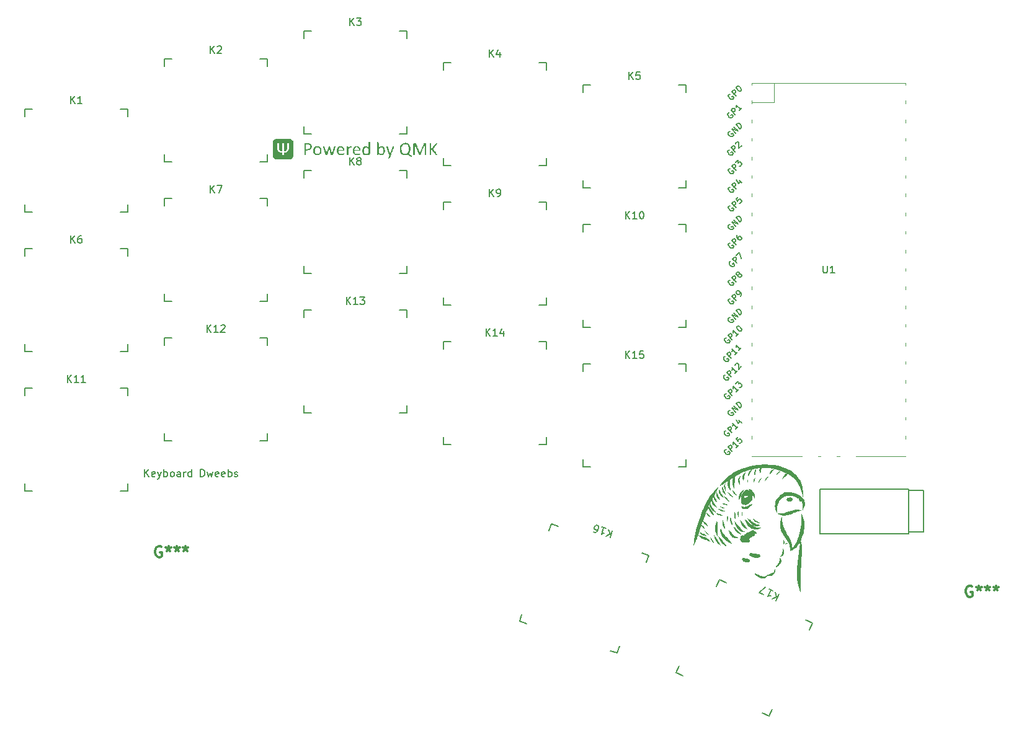
<source format=gbr>
%TF.GenerationSoftware,KiCad,Pcbnew,(6.0.4)*%
%TF.CreationDate,2022-11-15T10:20:27-05:00*%
%TF.ProjectId,Chergo,43686572-676f-42e6-9b69-6361645f7063,rev?*%
%TF.SameCoordinates,Original*%
%TF.FileFunction,Legend,Top*%
%TF.FilePolarity,Positive*%
%FSLAX46Y46*%
G04 Gerber Fmt 4.6, Leading zero omitted, Abs format (unit mm)*
G04 Created by KiCad (PCBNEW (6.0.4)) date 2022-11-15 10:20:27*
%MOMM*%
%LPD*%
G01*
G04 APERTURE LIST*
%ADD10C,0.150000*%
%ADD11C,0.300000*%
%ADD12C,0.120000*%
G04 APERTURE END LIST*
D10*
X77910476Y-114852380D02*
X77910476Y-113852380D01*
X78481904Y-114852380D02*
X78053333Y-114280952D01*
X78481904Y-113852380D02*
X77910476Y-114423809D01*
X79291428Y-114804761D02*
X79196190Y-114852380D01*
X79005714Y-114852380D01*
X78910476Y-114804761D01*
X78862857Y-114709523D01*
X78862857Y-114328571D01*
X78910476Y-114233333D01*
X79005714Y-114185714D01*
X79196190Y-114185714D01*
X79291428Y-114233333D01*
X79339047Y-114328571D01*
X79339047Y-114423809D01*
X78862857Y-114519047D01*
X79672380Y-114185714D02*
X79910476Y-114852380D01*
X80148571Y-114185714D02*
X79910476Y-114852380D01*
X79815238Y-115090476D01*
X79767619Y-115138095D01*
X79672380Y-115185714D01*
X80529523Y-114852380D02*
X80529523Y-113852380D01*
X80529523Y-114233333D02*
X80624761Y-114185714D01*
X80815238Y-114185714D01*
X80910476Y-114233333D01*
X80958095Y-114280952D01*
X81005714Y-114376190D01*
X81005714Y-114661904D01*
X80958095Y-114757142D01*
X80910476Y-114804761D01*
X80815238Y-114852380D01*
X80624761Y-114852380D01*
X80529523Y-114804761D01*
X81577142Y-114852380D02*
X81481904Y-114804761D01*
X81434285Y-114757142D01*
X81386666Y-114661904D01*
X81386666Y-114376190D01*
X81434285Y-114280952D01*
X81481904Y-114233333D01*
X81577142Y-114185714D01*
X81720000Y-114185714D01*
X81815238Y-114233333D01*
X81862857Y-114280952D01*
X81910476Y-114376190D01*
X81910476Y-114661904D01*
X81862857Y-114757142D01*
X81815238Y-114804761D01*
X81720000Y-114852380D01*
X81577142Y-114852380D01*
X82767619Y-114852380D02*
X82767619Y-114328571D01*
X82720000Y-114233333D01*
X82624761Y-114185714D01*
X82434285Y-114185714D01*
X82339047Y-114233333D01*
X82767619Y-114804761D02*
X82672380Y-114852380D01*
X82434285Y-114852380D01*
X82339047Y-114804761D01*
X82291428Y-114709523D01*
X82291428Y-114614285D01*
X82339047Y-114519047D01*
X82434285Y-114471428D01*
X82672380Y-114471428D01*
X82767619Y-114423809D01*
X83243809Y-114852380D02*
X83243809Y-114185714D01*
X83243809Y-114376190D02*
X83291428Y-114280952D01*
X83339047Y-114233333D01*
X83434285Y-114185714D01*
X83529523Y-114185714D01*
X84291428Y-114852380D02*
X84291428Y-113852380D01*
X84291428Y-114804761D02*
X84196190Y-114852380D01*
X84005714Y-114852380D01*
X83910476Y-114804761D01*
X83862857Y-114757142D01*
X83815238Y-114661904D01*
X83815238Y-114376190D01*
X83862857Y-114280952D01*
X83910476Y-114233333D01*
X84005714Y-114185714D01*
X84196190Y-114185714D01*
X84291428Y-114233333D01*
X85529523Y-114852380D02*
X85529523Y-113852380D01*
X85767619Y-113852380D01*
X85910476Y-113900000D01*
X86005714Y-113995238D01*
X86053333Y-114090476D01*
X86100952Y-114280952D01*
X86100952Y-114423809D01*
X86053333Y-114614285D01*
X86005714Y-114709523D01*
X85910476Y-114804761D01*
X85767619Y-114852380D01*
X85529523Y-114852380D01*
X86434285Y-114185714D02*
X86624761Y-114852380D01*
X86815238Y-114376190D01*
X87005714Y-114852380D01*
X87196190Y-114185714D01*
X87958095Y-114804761D02*
X87862857Y-114852380D01*
X87672380Y-114852380D01*
X87577142Y-114804761D01*
X87529523Y-114709523D01*
X87529523Y-114328571D01*
X87577142Y-114233333D01*
X87672380Y-114185714D01*
X87862857Y-114185714D01*
X87958095Y-114233333D01*
X88005714Y-114328571D01*
X88005714Y-114423809D01*
X87529523Y-114519047D01*
X88815238Y-114804761D02*
X88720000Y-114852380D01*
X88529523Y-114852380D01*
X88434285Y-114804761D01*
X88386666Y-114709523D01*
X88386666Y-114328571D01*
X88434285Y-114233333D01*
X88529523Y-114185714D01*
X88720000Y-114185714D01*
X88815238Y-114233333D01*
X88862857Y-114328571D01*
X88862857Y-114423809D01*
X88386666Y-114519047D01*
X89291428Y-114852380D02*
X89291428Y-113852380D01*
X89291428Y-114233333D02*
X89386666Y-114185714D01*
X89577142Y-114185714D01*
X89672380Y-114233333D01*
X89720000Y-114280952D01*
X89767619Y-114376190D01*
X89767619Y-114661904D01*
X89720000Y-114757142D01*
X89672380Y-114804761D01*
X89577142Y-114852380D01*
X89386666Y-114852380D01*
X89291428Y-114804761D01*
X90148571Y-114804761D02*
X90243809Y-114852380D01*
X90434285Y-114852380D01*
X90529523Y-114804761D01*
X90577142Y-114709523D01*
X90577142Y-114661904D01*
X90529523Y-114566666D01*
X90434285Y-114519047D01*
X90291428Y-114519047D01*
X90196190Y-114471428D01*
X90148571Y-114376190D01*
X90148571Y-114328571D01*
X90196190Y-114233333D01*
X90291428Y-114185714D01*
X90434285Y-114185714D01*
X90529523Y-114233333D01*
D11*
%TO.C,G\u002A\u002A\u002A*%
X190837428Y-129798000D02*
X190692285Y-129725428D01*
X190474571Y-129725428D01*
X190256857Y-129798000D01*
X190111714Y-129943142D01*
X190039142Y-130088285D01*
X189966571Y-130378571D01*
X189966571Y-130596285D01*
X190039142Y-130886571D01*
X190111714Y-131031714D01*
X190256857Y-131176857D01*
X190474571Y-131249428D01*
X190619714Y-131249428D01*
X190837428Y-131176857D01*
X190910000Y-131104285D01*
X190910000Y-130596285D01*
X190619714Y-130596285D01*
X191780857Y-129725428D02*
X191780857Y-130088285D01*
X191418000Y-129943142D02*
X191780857Y-130088285D01*
X192143714Y-129943142D01*
X191563142Y-130378571D02*
X191780857Y-130088285D01*
X191998571Y-130378571D01*
X192942000Y-129725428D02*
X192942000Y-130088285D01*
X192579142Y-129943142D02*
X192942000Y-130088285D01*
X193304857Y-129943142D01*
X192724285Y-130378571D02*
X192942000Y-130088285D01*
X193159714Y-130378571D01*
X194103142Y-129725428D02*
X194103142Y-130088285D01*
X193740285Y-129943142D02*
X194103142Y-130088285D01*
X194466000Y-129943142D01*
X193885428Y-130378571D02*
X194103142Y-130088285D01*
X194320857Y-130378571D01*
D10*
%TO.C,K3*%
X105908847Y-53203759D02*
X105908847Y-52203759D01*
X106480276Y-53203759D02*
X106051704Y-52632331D01*
X106480276Y-52203759D02*
X105908847Y-52775188D01*
X106813609Y-52203759D02*
X107432657Y-52203759D01*
X107099323Y-52584712D01*
X107242181Y-52584712D01*
X107337419Y-52632331D01*
X107385038Y-52679950D01*
X107432657Y-52775188D01*
X107432657Y-53013283D01*
X107385038Y-53108521D01*
X107337419Y-53156140D01*
X107242181Y-53203759D01*
X106956466Y-53203759D01*
X106861228Y-53156140D01*
X106813609Y-53108521D01*
%TO.C,K15*%
X143532657Y-98669759D02*
X143532657Y-97669759D01*
X144104085Y-98669759D02*
X143675514Y-98098331D01*
X144104085Y-97669759D02*
X143532657Y-98241188D01*
X145056466Y-98669759D02*
X144485038Y-98669759D01*
X144770752Y-98669759D02*
X144770752Y-97669759D01*
X144675514Y-97812617D01*
X144580276Y-97907855D01*
X144485038Y-97955474D01*
X145961228Y-97669759D02*
X145485038Y-97669759D01*
X145437419Y-98145950D01*
X145485038Y-98098331D01*
X145580276Y-98050712D01*
X145818371Y-98050712D01*
X145913609Y-98098331D01*
X145961228Y-98145950D01*
X146008847Y-98241188D01*
X146008847Y-98479283D01*
X145961228Y-98574521D01*
X145913609Y-98622140D01*
X145818371Y-98669759D01*
X145580276Y-98669759D01*
X145485038Y-98622140D01*
X145437419Y-98574521D01*
%TO.C,K17*%
X164513358Y-130843990D02*
X164090739Y-131750298D01*
X163995467Y-130602494D02*
X164142389Y-131301507D01*
X163572849Y-131508802D02*
X164332235Y-131232408D01*
X163132317Y-130200001D02*
X163650207Y-130441497D01*
X163391262Y-130320749D02*
X162968644Y-131227057D01*
X163115333Y-131137833D01*
X163241897Y-131091768D01*
X163348337Y-131088860D01*
X162407596Y-130965436D02*
X161803391Y-130683690D01*
X162614427Y-129958505D01*
%TO.C,K10*%
X143532657Y-79619759D02*
X143532657Y-78619759D01*
X144104085Y-79619759D02*
X143675514Y-79048331D01*
X144104085Y-78619759D02*
X143532657Y-79191188D01*
X145056466Y-79619759D02*
X144485038Y-79619759D01*
X144770752Y-79619759D02*
X144770752Y-78619759D01*
X144675514Y-78762617D01*
X144580276Y-78857855D01*
X144485038Y-78905474D01*
X145675514Y-78619759D02*
X145770752Y-78619759D01*
X145865990Y-78667379D01*
X145913609Y-78714998D01*
X145961228Y-78810236D01*
X146008847Y-79000712D01*
X146008847Y-79238807D01*
X145961228Y-79429283D01*
X145913609Y-79524521D01*
X145865990Y-79572140D01*
X145770752Y-79619759D01*
X145675514Y-79619759D01*
X145580276Y-79572140D01*
X145532657Y-79524521D01*
X145485038Y-79429283D01*
X145437419Y-79238807D01*
X145437419Y-79000712D01*
X145485038Y-78810236D01*
X145532657Y-78714998D01*
X145580276Y-78667379D01*
X145675514Y-78619759D01*
%TO.C,K6*%
X67808847Y-82921759D02*
X67808847Y-81921759D01*
X68380276Y-82921759D02*
X67951704Y-82350331D01*
X68380276Y-81921759D02*
X67808847Y-82493188D01*
X69237419Y-81921759D02*
X69046943Y-81921759D01*
X68951704Y-81969379D01*
X68904085Y-82016998D01*
X68808847Y-82159855D01*
X68761228Y-82350331D01*
X68761228Y-82731283D01*
X68808847Y-82826521D01*
X68856466Y-82874140D01*
X68951704Y-82921759D01*
X69142181Y-82921759D01*
X69237419Y-82874140D01*
X69285038Y-82826521D01*
X69332657Y-82731283D01*
X69332657Y-82493188D01*
X69285038Y-82397950D01*
X69237419Y-82350331D01*
X69142181Y-82302712D01*
X68951704Y-82302712D01*
X68856466Y-82350331D01*
X68808847Y-82397950D01*
X68761228Y-82493188D01*
%TO.C,K7*%
X86858847Y-76063759D02*
X86858847Y-75063759D01*
X87430276Y-76063759D02*
X87001704Y-75492331D01*
X87430276Y-75063759D02*
X86858847Y-75635188D01*
X87763609Y-75063759D02*
X88430276Y-75063759D01*
X88001704Y-76063759D01*
%TO.C,K16*%
X141734525Y-122188402D02*
X141425508Y-123139458D01*
X141191064Y-122011820D02*
X141422079Y-122687717D01*
X140882047Y-122962877D02*
X141602089Y-122595997D01*
X140285296Y-121717519D02*
X140828757Y-121894100D01*
X140557027Y-121805809D02*
X140248010Y-122756866D01*
X140382732Y-122650431D01*
X140502739Y-122589284D01*
X140608031Y-122573426D01*
X139161088Y-122403703D02*
X139342242Y-122462564D01*
X139447534Y-122446706D01*
X139507537Y-122416132D01*
X139642259Y-122309697D01*
X139746408Y-122143259D01*
X139864129Y-121780951D01*
X139848270Y-121675659D01*
X139817697Y-121615656D01*
X139741835Y-121540937D01*
X139560682Y-121482077D01*
X139455390Y-121497935D01*
X139395386Y-121528509D01*
X139320668Y-121604370D01*
X139247092Y-121830812D01*
X139262951Y-121936104D01*
X139293524Y-121996108D01*
X139369386Y-122070826D01*
X139550539Y-122129687D01*
X139655831Y-122113828D01*
X139715835Y-122083255D01*
X139790553Y-122007393D01*
%TO.C,K9*%
X124958847Y-76571759D02*
X124958847Y-75571759D01*
X125530276Y-76571759D02*
X125101704Y-76000331D01*
X125530276Y-75571759D02*
X124958847Y-76143188D01*
X126006466Y-76571759D02*
X126196943Y-76571759D01*
X126292181Y-76524140D01*
X126339800Y-76476521D01*
X126435038Y-76333664D01*
X126482657Y-76143188D01*
X126482657Y-75762236D01*
X126435038Y-75666998D01*
X126387419Y-75619379D01*
X126292181Y-75571759D01*
X126101704Y-75571759D01*
X126006466Y-75619379D01*
X125958847Y-75666998D01*
X125911228Y-75762236D01*
X125911228Y-76000331D01*
X125958847Y-76095569D01*
X126006466Y-76143188D01*
X126101704Y-76190807D01*
X126292181Y-76190807D01*
X126387419Y-76143188D01*
X126435038Y-76095569D01*
X126482657Y-76000331D01*
D11*
%TO.C,G\u002A\u002A\u002A*%
X80187428Y-124398000D02*
X80042285Y-124325428D01*
X79824571Y-124325428D01*
X79606857Y-124398000D01*
X79461714Y-124543142D01*
X79389142Y-124688285D01*
X79316571Y-124978571D01*
X79316571Y-125196285D01*
X79389142Y-125486571D01*
X79461714Y-125631714D01*
X79606857Y-125776857D01*
X79824571Y-125849428D01*
X79969714Y-125849428D01*
X80187428Y-125776857D01*
X80260000Y-125704285D01*
X80260000Y-125196285D01*
X79969714Y-125196285D01*
X81130857Y-124325428D02*
X81130857Y-124688285D01*
X80768000Y-124543142D02*
X81130857Y-124688285D01*
X81493714Y-124543142D01*
X80913142Y-124978571D02*
X81130857Y-124688285D01*
X81348571Y-124978571D01*
X82292000Y-124325428D02*
X82292000Y-124688285D01*
X81929142Y-124543142D02*
X82292000Y-124688285D01*
X82654857Y-124543142D01*
X82074285Y-124978571D02*
X82292000Y-124688285D01*
X82509714Y-124978571D01*
X83453142Y-124325428D02*
X83453142Y-124688285D01*
X83090285Y-124543142D02*
X83453142Y-124688285D01*
X83816000Y-124543142D01*
X83235428Y-124978571D02*
X83453142Y-124688285D01*
X83670857Y-124978571D01*
D10*
%TO.C,K2*%
X86858847Y-57013759D02*
X86858847Y-56013759D01*
X87430276Y-57013759D02*
X87001704Y-56442331D01*
X87430276Y-56013759D02*
X86858847Y-56585188D01*
X87811228Y-56108998D02*
X87858847Y-56061379D01*
X87954085Y-56013759D01*
X88192181Y-56013759D01*
X88287419Y-56061379D01*
X88335038Y-56108998D01*
X88382657Y-56204236D01*
X88382657Y-56299474D01*
X88335038Y-56442331D01*
X87763609Y-57013759D01*
X88382657Y-57013759D01*
%TO.C,K5*%
X144008847Y-60569759D02*
X144008847Y-59569759D01*
X144580276Y-60569759D02*
X144151704Y-59998331D01*
X144580276Y-59569759D02*
X144008847Y-60141188D01*
X145485038Y-59569759D02*
X145008847Y-59569759D01*
X144961228Y-60045950D01*
X145008847Y-59998331D01*
X145104085Y-59950712D01*
X145342181Y-59950712D01*
X145437419Y-59998331D01*
X145485038Y-60045950D01*
X145532657Y-60141188D01*
X145532657Y-60379283D01*
X145485038Y-60474521D01*
X145437419Y-60522140D01*
X145342181Y-60569759D01*
X145104085Y-60569759D01*
X145008847Y-60522140D01*
X144961228Y-60474521D01*
%TO.C,U1*%
X170519038Y-86034759D02*
X170519038Y-86844283D01*
X170566657Y-86939521D01*
X170614276Y-86987140D01*
X170709514Y-87034759D01*
X170899990Y-87034759D01*
X170995228Y-86987140D01*
X171042847Y-86939521D01*
X171090466Y-86844283D01*
X171090466Y-86034759D01*
X172090466Y-87034759D02*
X171519038Y-87034759D01*
X171804752Y-87034759D02*
X171804752Y-86034759D01*
X171709514Y-86177617D01*
X171614276Y-86272855D01*
X171519038Y-86320474D01*
X157794039Y-75273597D02*
X157713227Y-75300534D01*
X157632414Y-75381346D01*
X157578540Y-75489096D01*
X157578540Y-75596846D01*
X157605477Y-75677658D01*
X157686289Y-75812345D01*
X157767101Y-75893157D01*
X157901788Y-75973969D01*
X157982601Y-76000907D01*
X158090350Y-76000907D01*
X158198100Y-75947032D01*
X158251975Y-75893157D01*
X158305849Y-75785407D01*
X158305849Y-75731533D01*
X158117288Y-75542971D01*
X158009538Y-75650720D01*
X158602161Y-75542971D02*
X158036475Y-74977285D01*
X158251975Y-74761786D01*
X158332787Y-74734849D01*
X158386662Y-74734849D01*
X158467474Y-74761786D01*
X158548286Y-74842598D01*
X158575223Y-74923411D01*
X158575223Y-74977285D01*
X158548286Y-75058098D01*
X158332787Y-75273597D01*
X159033159Y-74357725D02*
X159410283Y-74734849D01*
X158682973Y-74276913D02*
X158952347Y-74815661D01*
X159302533Y-74465475D01*
X157767101Y-80380534D02*
X157686289Y-80407472D01*
X157605477Y-80488284D01*
X157551602Y-80596033D01*
X157551602Y-80703783D01*
X157578540Y-80784595D01*
X157659352Y-80919282D01*
X157740164Y-81000094D01*
X157874851Y-81080907D01*
X157955663Y-81107844D01*
X158063413Y-81107844D01*
X158171162Y-81053969D01*
X158225037Y-81000094D01*
X158278912Y-80892345D01*
X158278912Y-80838470D01*
X158090350Y-80649908D01*
X157982601Y-80757658D01*
X158575223Y-80649908D02*
X158009538Y-80084223D01*
X158898472Y-80326659D01*
X158332787Y-79760974D01*
X159167846Y-80057285D02*
X158602161Y-79491600D01*
X158736848Y-79356913D01*
X158844597Y-79303038D01*
X158952347Y-79303038D01*
X159033159Y-79329976D01*
X159167846Y-79410788D01*
X159248658Y-79491600D01*
X159329471Y-79626287D01*
X159356408Y-79707099D01*
X159356408Y-79814849D01*
X159302533Y-79922598D01*
X159167846Y-80057285D01*
X157270665Y-95862971D02*
X157189853Y-95889908D01*
X157109040Y-95970720D01*
X157055166Y-96078470D01*
X157055166Y-96186220D01*
X157082103Y-96267032D01*
X157162915Y-96401719D01*
X157243727Y-96482531D01*
X157378414Y-96563343D01*
X157459227Y-96590281D01*
X157566976Y-96590281D01*
X157674726Y-96536406D01*
X157728601Y-96482531D01*
X157782475Y-96374781D01*
X157782475Y-96320907D01*
X157593914Y-96132345D01*
X157486164Y-96240094D01*
X158078787Y-96132345D02*
X157513101Y-95566659D01*
X157728601Y-95351160D01*
X157809413Y-95324223D01*
X157863288Y-95324223D01*
X157944100Y-95351160D01*
X158024912Y-95431972D01*
X158051849Y-95512785D01*
X158051849Y-95566659D01*
X158024912Y-95647472D01*
X157809413Y-95862971D01*
X158940784Y-95270348D02*
X158617535Y-95593597D01*
X158779159Y-95431972D02*
X158213474Y-94866287D01*
X158240411Y-95000974D01*
X158240411Y-95108724D01*
X158213474Y-95189536D01*
X158725284Y-94354476D02*
X158779159Y-94300602D01*
X158859971Y-94273664D01*
X158913846Y-94273664D01*
X158994658Y-94300602D01*
X159129345Y-94381414D01*
X159264032Y-94516101D01*
X159344845Y-94650788D01*
X159371782Y-94731600D01*
X159371782Y-94785475D01*
X159344845Y-94866287D01*
X159290970Y-94920162D01*
X159210158Y-94947099D01*
X159156283Y-94947099D01*
X159075471Y-94920162D01*
X158940784Y-94839350D01*
X158806097Y-94704663D01*
X158725284Y-94569976D01*
X158698347Y-94489163D01*
X158698347Y-94435289D01*
X158725284Y-94354476D01*
X157224665Y-108562971D02*
X157143853Y-108589908D01*
X157063040Y-108670720D01*
X157009166Y-108778470D01*
X157009166Y-108886220D01*
X157036103Y-108967032D01*
X157116915Y-109101719D01*
X157197727Y-109182531D01*
X157332414Y-109263343D01*
X157413227Y-109290281D01*
X157520976Y-109290281D01*
X157628726Y-109236406D01*
X157682601Y-109182531D01*
X157736475Y-109074781D01*
X157736475Y-109020907D01*
X157547914Y-108832345D01*
X157440164Y-108940094D01*
X158032787Y-108832345D02*
X157467101Y-108266659D01*
X157682601Y-108051160D01*
X157763413Y-108024223D01*
X157817288Y-108024223D01*
X157898100Y-108051160D01*
X157978912Y-108131972D01*
X158005849Y-108212785D01*
X158005849Y-108266659D01*
X157978912Y-108347472D01*
X157763413Y-108562971D01*
X158894784Y-107970348D02*
X158571535Y-108293597D01*
X158733159Y-108131972D02*
X158167474Y-107566287D01*
X158194411Y-107700974D01*
X158194411Y-107808724D01*
X158167474Y-107889536D01*
X159002533Y-107108351D02*
X159379657Y-107485475D01*
X158652347Y-107027539D02*
X158921721Y-107566287D01*
X159271907Y-107216101D01*
X157767101Y-93080534D02*
X157686289Y-93107472D01*
X157605477Y-93188284D01*
X157551602Y-93296033D01*
X157551602Y-93403783D01*
X157578540Y-93484595D01*
X157659352Y-93619282D01*
X157740164Y-93700094D01*
X157874851Y-93780907D01*
X157955663Y-93807844D01*
X158063413Y-93807844D01*
X158171162Y-93753969D01*
X158225037Y-93700094D01*
X158278912Y-93592345D01*
X158278912Y-93538470D01*
X158090350Y-93349908D01*
X157982601Y-93457658D01*
X158575223Y-93349908D02*
X158009538Y-92784223D01*
X158898472Y-93026659D01*
X158332787Y-92460974D01*
X159167846Y-92757285D02*
X158602161Y-92191600D01*
X158736848Y-92056913D01*
X158844597Y-92003038D01*
X158952347Y-92003038D01*
X159033159Y-92029976D01*
X159167846Y-92110788D01*
X159248658Y-92191600D01*
X159329471Y-92326287D01*
X159356408Y-92407099D01*
X159356408Y-92514849D01*
X159302533Y-92622598D01*
X159167846Y-92757285D01*
X157794039Y-87973597D02*
X157713227Y-88000534D01*
X157632414Y-88081346D01*
X157578540Y-88189096D01*
X157578540Y-88296846D01*
X157605477Y-88377658D01*
X157686289Y-88512345D01*
X157767101Y-88593157D01*
X157901788Y-88673969D01*
X157982601Y-88700907D01*
X158090350Y-88700907D01*
X158198100Y-88647032D01*
X158251975Y-88593157D01*
X158305849Y-88485407D01*
X158305849Y-88431533D01*
X158117288Y-88242971D01*
X158009538Y-88350720D01*
X158602161Y-88242971D02*
X158036475Y-87677285D01*
X158251975Y-87461786D01*
X158332787Y-87434849D01*
X158386662Y-87434849D01*
X158467474Y-87461786D01*
X158548286Y-87542598D01*
X158575223Y-87623411D01*
X158575223Y-87677285D01*
X158548286Y-87758098D01*
X158332787Y-87973597D01*
X158925410Y-87273224D02*
X158844597Y-87300162D01*
X158790723Y-87300162D01*
X158709910Y-87273224D01*
X158682973Y-87246287D01*
X158656036Y-87165475D01*
X158656036Y-87111600D01*
X158682973Y-87030788D01*
X158790723Y-86923038D01*
X158871535Y-86896101D01*
X158925410Y-86896101D01*
X159006222Y-86923038D01*
X159033159Y-86949976D01*
X159060097Y-87030788D01*
X159060097Y-87084663D01*
X159033159Y-87165475D01*
X158925410Y-87273224D01*
X158898472Y-87354037D01*
X158898472Y-87407911D01*
X158925410Y-87488724D01*
X159033159Y-87596473D01*
X159113971Y-87623411D01*
X159167846Y-87623411D01*
X159248658Y-87596473D01*
X159356408Y-87488724D01*
X159383345Y-87407911D01*
X159383345Y-87354037D01*
X159356408Y-87273224D01*
X159248658Y-87165475D01*
X159167846Y-87138537D01*
X159113971Y-87138537D01*
X159033159Y-87165475D01*
X157270665Y-111102971D02*
X157189853Y-111129908D01*
X157109040Y-111210720D01*
X157055166Y-111318470D01*
X157055166Y-111426220D01*
X157082103Y-111507032D01*
X157162915Y-111641719D01*
X157243727Y-111722531D01*
X157378414Y-111803343D01*
X157459227Y-111830281D01*
X157566976Y-111830281D01*
X157674726Y-111776406D01*
X157728601Y-111722531D01*
X157782475Y-111614781D01*
X157782475Y-111560907D01*
X157593914Y-111372345D01*
X157486164Y-111480094D01*
X158078787Y-111372345D02*
X157513101Y-110806659D01*
X157728601Y-110591160D01*
X157809413Y-110564223D01*
X157863288Y-110564223D01*
X157944100Y-110591160D01*
X158024912Y-110671972D01*
X158051849Y-110752785D01*
X158051849Y-110806659D01*
X158024912Y-110887472D01*
X157809413Y-111102971D01*
X158940784Y-110510348D02*
X158617535Y-110833597D01*
X158779159Y-110671972D02*
X158213474Y-110106287D01*
X158240411Y-110240974D01*
X158240411Y-110348724D01*
X158213474Y-110429536D01*
X158886909Y-109432852D02*
X158617535Y-109702226D01*
X158859971Y-109998537D01*
X158859971Y-109944663D01*
X158886909Y-109863850D01*
X159021596Y-109729163D01*
X159102408Y-109702226D01*
X159156283Y-109702226D01*
X159237095Y-109729163D01*
X159371782Y-109863850D01*
X159398719Y-109944663D01*
X159398719Y-109998537D01*
X159371782Y-110079350D01*
X159237095Y-110214037D01*
X159156283Y-110240974D01*
X159102408Y-110240974D01*
X157694039Y-70193597D02*
X157613227Y-70220534D01*
X157532414Y-70301346D01*
X157478540Y-70409096D01*
X157478540Y-70516846D01*
X157505477Y-70597658D01*
X157586289Y-70732345D01*
X157667101Y-70813157D01*
X157801788Y-70893969D01*
X157882601Y-70920907D01*
X157990350Y-70920907D01*
X158098100Y-70867032D01*
X158151975Y-70813157D01*
X158205849Y-70705407D01*
X158205849Y-70651533D01*
X158017288Y-70462971D01*
X157909538Y-70570720D01*
X158502161Y-70462971D02*
X157936475Y-69897285D01*
X158151975Y-69681786D01*
X158232787Y-69654849D01*
X158286662Y-69654849D01*
X158367474Y-69681786D01*
X158448286Y-69762598D01*
X158475223Y-69843411D01*
X158475223Y-69897285D01*
X158448286Y-69978098D01*
X158232787Y-70193597D01*
X158529098Y-69412412D02*
X158529098Y-69358537D01*
X158556036Y-69277725D01*
X158690723Y-69143038D01*
X158771535Y-69116101D01*
X158825410Y-69116101D01*
X158906222Y-69143038D01*
X158960097Y-69196913D01*
X159013971Y-69304663D01*
X159013971Y-69951160D01*
X159364158Y-69600974D01*
X157124665Y-98402971D02*
X157043853Y-98429908D01*
X156963040Y-98510720D01*
X156909166Y-98618470D01*
X156909166Y-98726220D01*
X156936103Y-98807032D01*
X157016915Y-98941719D01*
X157097727Y-99022531D01*
X157232414Y-99103343D01*
X157313227Y-99130281D01*
X157420976Y-99130281D01*
X157528726Y-99076406D01*
X157582601Y-99022531D01*
X157636475Y-98914781D01*
X157636475Y-98860907D01*
X157447914Y-98672345D01*
X157340164Y-98780094D01*
X157932787Y-98672345D02*
X157367101Y-98106659D01*
X157582601Y-97891160D01*
X157663413Y-97864223D01*
X157717288Y-97864223D01*
X157798100Y-97891160D01*
X157878912Y-97971972D01*
X157905849Y-98052785D01*
X157905849Y-98106659D01*
X157878912Y-98187472D01*
X157663413Y-98402971D01*
X158794784Y-97810348D02*
X158471535Y-98133597D01*
X158633159Y-97971972D02*
X158067474Y-97406287D01*
X158094411Y-97540974D01*
X158094411Y-97648724D01*
X158067474Y-97729536D01*
X159333532Y-97271600D02*
X159010283Y-97594849D01*
X159171907Y-97433224D02*
X158606222Y-96867539D01*
X158633159Y-97002226D01*
X158633159Y-97109976D01*
X158606222Y-97190788D01*
X157694039Y-65103597D02*
X157613227Y-65130534D01*
X157532414Y-65211346D01*
X157478540Y-65319096D01*
X157478540Y-65426846D01*
X157505477Y-65507658D01*
X157586289Y-65642345D01*
X157667101Y-65723157D01*
X157801788Y-65803969D01*
X157882601Y-65830907D01*
X157990350Y-65830907D01*
X158098100Y-65777032D01*
X158151975Y-65723157D01*
X158205849Y-65615407D01*
X158205849Y-65561533D01*
X158017288Y-65372971D01*
X157909538Y-65480720D01*
X158502161Y-65372971D02*
X157936475Y-64807285D01*
X158151975Y-64591786D01*
X158232787Y-64564849D01*
X158286662Y-64564849D01*
X158367474Y-64591786D01*
X158448286Y-64672598D01*
X158475223Y-64753411D01*
X158475223Y-64807285D01*
X158448286Y-64888098D01*
X158232787Y-65103597D01*
X159364158Y-64510974D02*
X159040909Y-64834223D01*
X159202533Y-64672598D02*
X158636848Y-64106913D01*
X158663785Y-64241600D01*
X158663785Y-64349350D01*
X158636848Y-64430162D01*
X157124665Y-100942971D02*
X157043853Y-100969908D01*
X156963040Y-101050720D01*
X156909166Y-101158470D01*
X156909166Y-101266220D01*
X156936103Y-101347032D01*
X157016915Y-101481719D01*
X157097727Y-101562531D01*
X157232414Y-101643343D01*
X157313227Y-101670281D01*
X157420976Y-101670281D01*
X157528726Y-101616406D01*
X157582601Y-101562531D01*
X157636475Y-101454781D01*
X157636475Y-101400907D01*
X157447914Y-101212345D01*
X157340164Y-101320094D01*
X157932787Y-101212345D02*
X157367101Y-100646659D01*
X157582601Y-100431160D01*
X157663413Y-100404223D01*
X157717288Y-100404223D01*
X157798100Y-100431160D01*
X157878912Y-100511972D01*
X157905849Y-100592785D01*
X157905849Y-100646659D01*
X157878912Y-100727472D01*
X157663413Y-100942971D01*
X158794784Y-100350348D02*
X158471535Y-100673597D01*
X158633159Y-100511972D02*
X158067474Y-99946287D01*
X158094411Y-100080974D01*
X158094411Y-100188724D01*
X158067474Y-100269536D01*
X158498472Y-99623038D02*
X158498472Y-99569163D01*
X158525410Y-99488351D01*
X158660097Y-99353664D01*
X158740909Y-99326727D01*
X158794784Y-99326727D01*
X158875596Y-99353664D01*
X158929471Y-99407539D01*
X158983345Y-99515289D01*
X158983345Y-100161786D01*
X159333532Y-99811600D01*
X157794039Y-90513597D02*
X157713227Y-90540534D01*
X157632414Y-90621346D01*
X157578540Y-90729096D01*
X157578540Y-90836846D01*
X157605477Y-90917658D01*
X157686289Y-91052345D01*
X157767101Y-91133157D01*
X157901788Y-91213969D01*
X157982601Y-91240907D01*
X158090350Y-91240907D01*
X158198100Y-91187032D01*
X158251975Y-91133157D01*
X158305849Y-91025407D01*
X158305849Y-90971533D01*
X158117288Y-90782971D01*
X158009538Y-90890720D01*
X158602161Y-90782971D02*
X158036475Y-90217285D01*
X158251975Y-90001786D01*
X158332787Y-89974849D01*
X158386662Y-89974849D01*
X158467474Y-90001786D01*
X158548286Y-90082598D01*
X158575223Y-90163411D01*
X158575223Y-90217285D01*
X158548286Y-90298098D01*
X158332787Y-90513597D01*
X159194784Y-90190348D02*
X159302533Y-90082598D01*
X159329471Y-90001786D01*
X159329471Y-89947911D01*
X159302533Y-89813224D01*
X159221721Y-89678537D01*
X159006222Y-89463038D01*
X158925410Y-89436101D01*
X158871535Y-89436101D01*
X158790723Y-89463038D01*
X158682973Y-89570788D01*
X158656036Y-89651600D01*
X158656036Y-89705475D01*
X158682973Y-89786287D01*
X158817660Y-89920974D01*
X158898472Y-89947911D01*
X158952347Y-89947911D01*
X159033159Y-89920974D01*
X159140909Y-89813224D01*
X159167846Y-89732412D01*
X159167846Y-89678537D01*
X159140909Y-89597725D01*
X157767101Y-67680534D02*
X157686289Y-67707472D01*
X157605477Y-67788284D01*
X157551602Y-67896033D01*
X157551602Y-68003783D01*
X157578540Y-68084595D01*
X157659352Y-68219282D01*
X157740164Y-68300094D01*
X157874851Y-68380907D01*
X157955663Y-68407844D01*
X158063413Y-68407844D01*
X158171162Y-68353969D01*
X158225037Y-68300094D01*
X158278912Y-68192345D01*
X158278912Y-68138470D01*
X158090350Y-67949908D01*
X157982601Y-68057658D01*
X158575223Y-67949908D02*
X158009538Y-67384223D01*
X158898472Y-67626659D01*
X158332787Y-67060974D01*
X159167846Y-67357285D02*
X158602161Y-66791600D01*
X158736848Y-66656913D01*
X158844597Y-66603038D01*
X158952347Y-66603038D01*
X159033159Y-66629976D01*
X159167846Y-66710788D01*
X159248658Y-66791600D01*
X159329471Y-66926287D01*
X159356408Y-67007099D01*
X159356408Y-67114849D01*
X159302533Y-67222598D01*
X159167846Y-67357285D01*
X157794039Y-62573597D02*
X157713227Y-62600534D01*
X157632414Y-62681346D01*
X157578540Y-62789096D01*
X157578540Y-62896846D01*
X157605477Y-62977658D01*
X157686289Y-63112345D01*
X157767101Y-63193157D01*
X157901788Y-63273969D01*
X157982601Y-63300907D01*
X158090350Y-63300907D01*
X158198100Y-63247032D01*
X158251975Y-63193157D01*
X158305849Y-63085407D01*
X158305849Y-63031533D01*
X158117288Y-62842971D01*
X158009538Y-62950720D01*
X158602161Y-62842971D02*
X158036475Y-62277285D01*
X158251975Y-62061786D01*
X158332787Y-62034849D01*
X158386662Y-62034849D01*
X158467474Y-62061786D01*
X158548286Y-62142598D01*
X158575223Y-62223411D01*
X158575223Y-62277285D01*
X158548286Y-62358098D01*
X158332787Y-62573597D01*
X158709910Y-61603850D02*
X158763785Y-61549976D01*
X158844597Y-61523038D01*
X158898472Y-61523038D01*
X158979284Y-61549976D01*
X159113971Y-61630788D01*
X159248658Y-61765475D01*
X159329471Y-61900162D01*
X159356408Y-61980974D01*
X159356408Y-62034849D01*
X159329471Y-62115661D01*
X159275596Y-62169536D01*
X159194784Y-62196473D01*
X159140909Y-62196473D01*
X159060097Y-62169536D01*
X158925410Y-62088724D01*
X158790723Y-61954037D01*
X158709910Y-61819350D01*
X158682973Y-61738537D01*
X158682973Y-61684663D01*
X158709910Y-61603850D01*
X157894039Y-85403597D02*
X157813227Y-85430534D01*
X157732414Y-85511346D01*
X157678540Y-85619096D01*
X157678540Y-85726846D01*
X157705477Y-85807658D01*
X157786289Y-85942345D01*
X157867101Y-86023157D01*
X158001788Y-86103969D01*
X158082601Y-86130907D01*
X158190350Y-86130907D01*
X158298100Y-86077032D01*
X158351975Y-86023157D01*
X158405849Y-85915407D01*
X158405849Y-85861533D01*
X158217288Y-85672971D01*
X158109538Y-85780720D01*
X158702161Y-85672971D02*
X158136475Y-85107285D01*
X158351975Y-84891786D01*
X158432787Y-84864849D01*
X158486662Y-84864849D01*
X158567474Y-84891786D01*
X158648286Y-84972598D01*
X158675223Y-85053411D01*
X158675223Y-85107285D01*
X158648286Y-85188098D01*
X158432787Y-85403597D01*
X158648286Y-84595475D02*
X159025410Y-84218351D01*
X159348658Y-85026473D01*
X157794039Y-77813597D02*
X157713227Y-77840534D01*
X157632414Y-77921346D01*
X157578540Y-78029096D01*
X157578540Y-78136846D01*
X157605477Y-78217658D01*
X157686289Y-78352345D01*
X157767101Y-78433157D01*
X157901788Y-78513969D01*
X157982601Y-78540907D01*
X158090350Y-78540907D01*
X158198100Y-78487032D01*
X158251975Y-78433157D01*
X158305849Y-78325407D01*
X158305849Y-78271533D01*
X158117288Y-78082971D01*
X158009538Y-78190720D01*
X158602161Y-78082971D02*
X158036475Y-77517285D01*
X158251975Y-77301786D01*
X158332787Y-77274849D01*
X158386662Y-77274849D01*
X158467474Y-77301786D01*
X158548286Y-77382598D01*
X158575223Y-77463411D01*
X158575223Y-77517285D01*
X158548286Y-77598098D01*
X158332787Y-77813597D01*
X158871535Y-76682226D02*
X158602161Y-76951600D01*
X158844597Y-77247911D01*
X158844597Y-77194037D01*
X158871535Y-77113224D01*
X159006222Y-76978537D01*
X159087034Y-76951600D01*
X159140909Y-76951600D01*
X159221721Y-76978537D01*
X159356408Y-77113224D01*
X159383345Y-77194037D01*
X159383345Y-77247911D01*
X159356408Y-77328724D01*
X159221721Y-77463411D01*
X159140909Y-77490348D01*
X159087034Y-77490348D01*
X157794039Y-72733597D02*
X157713227Y-72760534D01*
X157632414Y-72841346D01*
X157578540Y-72949096D01*
X157578540Y-73056846D01*
X157605477Y-73137658D01*
X157686289Y-73272345D01*
X157767101Y-73353157D01*
X157901788Y-73433969D01*
X157982601Y-73460907D01*
X158090350Y-73460907D01*
X158198100Y-73407032D01*
X158251975Y-73353157D01*
X158305849Y-73245407D01*
X158305849Y-73191533D01*
X158117288Y-73002971D01*
X158009538Y-73110720D01*
X158602161Y-73002971D02*
X158036475Y-72437285D01*
X158251975Y-72221786D01*
X158332787Y-72194849D01*
X158386662Y-72194849D01*
X158467474Y-72221786D01*
X158548286Y-72302598D01*
X158575223Y-72383411D01*
X158575223Y-72437285D01*
X158548286Y-72518098D01*
X158332787Y-72733597D01*
X158548286Y-71925475D02*
X158898472Y-71575289D01*
X158925410Y-71979350D01*
X159006222Y-71898537D01*
X159087034Y-71871600D01*
X159140909Y-71871600D01*
X159221721Y-71898537D01*
X159356408Y-72033224D01*
X159383345Y-72114037D01*
X159383345Y-72167911D01*
X159356408Y-72248724D01*
X159194784Y-72410348D01*
X159113971Y-72437285D01*
X159060097Y-72437285D01*
X157767101Y-105780534D02*
X157686289Y-105807472D01*
X157605477Y-105888284D01*
X157551602Y-105996033D01*
X157551602Y-106103783D01*
X157578540Y-106184595D01*
X157659352Y-106319282D01*
X157740164Y-106400094D01*
X157874851Y-106480907D01*
X157955663Y-106507844D01*
X158063413Y-106507844D01*
X158171162Y-106453969D01*
X158225037Y-106400094D01*
X158278912Y-106292345D01*
X158278912Y-106238470D01*
X158090350Y-106049908D01*
X157982601Y-106157658D01*
X158575223Y-106049908D02*
X158009538Y-105484223D01*
X158898472Y-105726659D01*
X158332787Y-105160974D01*
X159167846Y-105457285D02*
X158602161Y-104891600D01*
X158736848Y-104756913D01*
X158844597Y-104703038D01*
X158952347Y-104703038D01*
X159033159Y-104729976D01*
X159167846Y-104810788D01*
X159248658Y-104891600D01*
X159329471Y-105026287D01*
X159356408Y-105107099D01*
X159356408Y-105214849D01*
X159302533Y-105322598D01*
X159167846Y-105457285D01*
X157794039Y-82893597D02*
X157713227Y-82920534D01*
X157632414Y-83001346D01*
X157578540Y-83109096D01*
X157578540Y-83216846D01*
X157605477Y-83297658D01*
X157686289Y-83432345D01*
X157767101Y-83513157D01*
X157901788Y-83593969D01*
X157982601Y-83620907D01*
X158090350Y-83620907D01*
X158198100Y-83567032D01*
X158251975Y-83513157D01*
X158305849Y-83405407D01*
X158305849Y-83351533D01*
X158117288Y-83162971D01*
X158009538Y-83270720D01*
X158602161Y-83162971D02*
X158036475Y-82597285D01*
X158251975Y-82381786D01*
X158332787Y-82354849D01*
X158386662Y-82354849D01*
X158467474Y-82381786D01*
X158548286Y-82462598D01*
X158575223Y-82543411D01*
X158575223Y-82597285D01*
X158548286Y-82678098D01*
X158332787Y-82893597D01*
X158844597Y-81789163D02*
X158736848Y-81896913D01*
X158709910Y-81977725D01*
X158709910Y-82031600D01*
X158736848Y-82166287D01*
X158817660Y-82300974D01*
X159033159Y-82516473D01*
X159113971Y-82543411D01*
X159167846Y-82543411D01*
X159248658Y-82516473D01*
X159356408Y-82408724D01*
X159383345Y-82327911D01*
X159383345Y-82274037D01*
X159356408Y-82193224D01*
X159221721Y-82058537D01*
X159140909Y-82031600D01*
X159087034Y-82031600D01*
X159006222Y-82058537D01*
X158898472Y-82166287D01*
X158871535Y-82247099D01*
X158871535Y-82300974D01*
X158898472Y-82381786D01*
X157270665Y-103482971D02*
X157189853Y-103509908D01*
X157109040Y-103590720D01*
X157055166Y-103698470D01*
X157055166Y-103806220D01*
X157082103Y-103887032D01*
X157162915Y-104021719D01*
X157243727Y-104102531D01*
X157378414Y-104183343D01*
X157459227Y-104210281D01*
X157566976Y-104210281D01*
X157674726Y-104156406D01*
X157728601Y-104102531D01*
X157782475Y-103994781D01*
X157782475Y-103940907D01*
X157593914Y-103752345D01*
X157486164Y-103860094D01*
X158078787Y-103752345D02*
X157513101Y-103186659D01*
X157728601Y-102971160D01*
X157809413Y-102944223D01*
X157863288Y-102944223D01*
X157944100Y-102971160D01*
X158024912Y-103051972D01*
X158051849Y-103132785D01*
X158051849Y-103186659D01*
X158024912Y-103267472D01*
X157809413Y-103482971D01*
X158940784Y-102890348D02*
X158617535Y-103213597D01*
X158779159Y-103051972D02*
X158213474Y-102486287D01*
X158240411Y-102620974D01*
X158240411Y-102728724D01*
X158213474Y-102809536D01*
X158563660Y-102136101D02*
X158913846Y-101785915D01*
X158940784Y-102189976D01*
X159021596Y-102109163D01*
X159102408Y-102082226D01*
X159156283Y-102082226D01*
X159237095Y-102109163D01*
X159371782Y-102243850D01*
X159398719Y-102324663D01*
X159398719Y-102378537D01*
X159371782Y-102459350D01*
X159210158Y-102620974D01*
X159129345Y-102647911D01*
X159075471Y-102647911D01*
%TO.C,K11*%
X67332657Y-101971759D02*
X67332657Y-100971759D01*
X67904085Y-101971759D02*
X67475514Y-101400331D01*
X67904085Y-100971759D02*
X67332657Y-101543188D01*
X68856466Y-101971759D02*
X68285038Y-101971759D01*
X68570752Y-101971759D02*
X68570752Y-100971759D01*
X68475514Y-101114617D01*
X68380276Y-101209855D01*
X68285038Y-101257474D01*
X69808847Y-101971759D02*
X69237419Y-101971759D01*
X69523133Y-101971759D02*
X69523133Y-100971759D01*
X69427895Y-101114617D01*
X69332657Y-101209855D01*
X69237419Y-101257474D01*
%TO.C,K12*%
X86382657Y-95113759D02*
X86382657Y-94113759D01*
X86954085Y-95113759D02*
X86525514Y-94542331D01*
X86954085Y-94113759D02*
X86382657Y-94685188D01*
X87906466Y-95113759D02*
X87335038Y-95113759D01*
X87620752Y-95113759D02*
X87620752Y-94113759D01*
X87525514Y-94256617D01*
X87430276Y-94351855D01*
X87335038Y-94399474D01*
X88287419Y-94208998D02*
X88335038Y-94161379D01*
X88430276Y-94113759D01*
X88668371Y-94113759D01*
X88763609Y-94161379D01*
X88811228Y-94208998D01*
X88858847Y-94304236D01*
X88858847Y-94399474D01*
X88811228Y-94542331D01*
X88239800Y-95113759D01*
X88858847Y-95113759D01*
%TO.C,K8*%
X105908847Y-72253759D02*
X105908847Y-71253759D01*
X106480276Y-72253759D02*
X106051704Y-71682331D01*
X106480276Y-71253759D02*
X105908847Y-71825188D01*
X107051704Y-71682331D02*
X106956466Y-71634712D01*
X106908847Y-71587093D01*
X106861228Y-71491855D01*
X106861228Y-71444236D01*
X106908847Y-71348998D01*
X106956466Y-71301379D01*
X107051704Y-71253759D01*
X107242181Y-71253759D01*
X107337419Y-71301379D01*
X107385038Y-71348998D01*
X107432657Y-71444236D01*
X107432657Y-71491855D01*
X107385038Y-71587093D01*
X107337419Y-71634712D01*
X107242181Y-71682331D01*
X107051704Y-71682331D01*
X106956466Y-71729950D01*
X106908847Y-71777569D01*
X106861228Y-71872807D01*
X106861228Y-72063283D01*
X106908847Y-72158521D01*
X106956466Y-72206140D01*
X107051704Y-72253759D01*
X107242181Y-72253759D01*
X107337419Y-72206140D01*
X107385038Y-72158521D01*
X107432657Y-72063283D01*
X107432657Y-71872807D01*
X107385038Y-71777569D01*
X107337419Y-71729950D01*
X107242181Y-71682331D01*
%TO.C,K14*%
X124482657Y-95621759D02*
X124482657Y-94621759D01*
X125054085Y-95621759D02*
X124625514Y-95050331D01*
X125054085Y-94621759D02*
X124482657Y-95193188D01*
X126006466Y-95621759D02*
X125435038Y-95621759D01*
X125720752Y-95621759D02*
X125720752Y-94621759D01*
X125625514Y-94764617D01*
X125530276Y-94859855D01*
X125435038Y-94907474D01*
X126863609Y-94955093D02*
X126863609Y-95621759D01*
X126625514Y-94574140D02*
X126387419Y-95288426D01*
X127006466Y-95288426D01*
%TO.C,K4*%
X124958847Y-57521759D02*
X124958847Y-56521759D01*
X125530276Y-57521759D02*
X125101704Y-56950331D01*
X125530276Y-56521759D02*
X124958847Y-57093188D01*
X126387419Y-56855093D02*
X126387419Y-57521759D01*
X126149323Y-56474140D02*
X125911228Y-57188426D01*
X126530276Y-57188426D01*
%TO.C,K1*%
X67808847Y-63871759D02*
X67808847Y-62871759D01*
X68380276Y-63871759D02*
X67951704Y-63300331D01*
X68380276Y-62871759D02*
X67808847Y-63443188D01*
X69332657Y-63871759D02*
X68761228Y-63871759D01*
X69046943Y-63871759D02*
X69046943Y-62871759D01*
X68951704Y-63014617D01*
X68856466Y-63109855D01*
X68761228Y-63157474D01*
%TO.C,K13*%
X105432657Y-91303759D02*
X105432657Y-90303759D01*
X106004085Y-91303759D02*
X105575514Y-90732331D01*
X106004085Y-90303759D02*
X105432657Y-90875188D01*
X106956466Y-91303759D02*
X106385038Y-91303759D01*
X106670752Y-91303759D02*
X106670752Y-90303759D01*
X106575514Y-90446617D01*
X106480276Y-90541855D01*
X106385038Y-90589474D01*
X107289800Y-90303759D02*
X107908847Y-90303759D01*
X107575514Y-90684712D01*
X107718371Y-90684712D01*
X107813609Y-90732331D01*
X107861228Y-90779950D01*
X107908847Y-90875188D01*
X107908847Y-91113283D01*
X107861228Y-91208521D01*
X107813609Y-91256140D01*
X107718371Y-91303759D01*
X107432657Y-91303759D01*
X107337419Y-91256140D01*
X107289800Y-91208521D01*
%TO.C,G\u002A\u002A\u002A*%
G36*
X167613163Y-119910982D02*
G01*
X167723565Y-120155616D01*
X167813953Y-120411573D01*
X167885074Y-120681338D01*
X167937674Y-120967394D01*
X167944053Y-121012154D01*
X167953353Y-121100398D01*
X167960246Y-121208089D01*
X167964683Y-121328730D01*
X167966612Y-121455823D01*
X167965984Y-121582870D01*
X167962749Y-121703374D01*
X167956857Y-121810838D01*
X167950733Y-121878359D01*
X167902209Y-122207773D01*
X167830967Y-122539921D01*
X167738701Y-122868440D01*
X167627101Y-123186965D01*
X167557584Y-123356769D01*
X167529330Y-123424551D01*
X167505284Y-123486793D01*
X167487298Y-123538338D01*
X167477224Y-123574029D01*
X167475727Y-123584718D01*
X167479029Y-123612630D01*
X167488185Y-123658880D01*
X167501750Y-123716798D01*
X167516591Y-123773582D01*
X167547729Y-123895028D01*
X167574013Y-124016149D01*
X167595503Y-124139204D01*
X167612258Y-124266449D01*
X167624337Y-124400145D01*
X167631800Y-124542549D01*
X167634707Y-124695920D01*
X167633117Y-124862516D01*
X167627090Y-125044595D01*
X167616684Y-125244416D01*
X167601961Y-125464236D01*
X167582979Y-125706315D01*
X167571190Y-125844667D01*
X167561118Y-125963111D01*
X167551127Y-126086052D01*
X167541650Y-126207747D01*
X167533123Y-126322451D01*
X167525979Y-126424423D01*
X167520653Y-126507918D01*
X167519475Y-126528513D01*
X167512841Y-126658621D01*
X167505922Y-126813198D01*
X167498762Y-126990662D01*
X167491410Y-127189433D01*
X167483910Y-127407929D01*
X167476308Y-127644570D01*
X167468652Y-127897775D01*
X167460986Y-128165964D01*
X167453357Y-128447554D01*
X167445812Y-128740965D01*
X167438396Y-129044617D01*
X167431155Y-129356928D01*
X167424135Y-129676318D01*
X167417383Y-130001206D01*
X167415628Y-130088863D01*
X167413089Y-130210335D01*
X167410477Y-130323647D01*
X167407870Y-130426174D01*
X167405347Y-130515292D01*
X167402985Y-130588376D01*
X167400863Y-130642800D01*
X167399059Y-130675941D01*
X167397877Y-130685388D01*
X167391509Y-130676279D01*
X167378572Y-130647040D01*
X167360928Y-130602187D01*
X167340439Y-130546240D01*
X167339740Y-130544269D01*
X167240206Y-130245215D01*
X167157318Y-129955301D01*
X167088890Y-129665668D01*
X167032736Y-129367455D01*
X167005141Y-129188557D01*
X166971738Y-128922241D01*
X166947077Y-128650269D01*
X166931212Y-128370643D01*
X166924193Y-128081367D01*
X166926071Y-127780441D01*
X166936899Y-127465869D01*
X166956727Y-127135651D01*
X166985607Y-126787791D01*
X167023590Y-126420291D01*
X167070727Y-126031152D01*
X167090168Y-125883743D01*
X167099222Y-125816698D01*
X167107838Y-125753514D01*
X167116395Y-125691587D01*
X167125274Y-125628313D01*
X167134853Y-125561087D01*
X167145511Y-125487307D01*
X167157628Y-125404366D01*
X167171582Y-125309662D01*
X167187754Y-125200591D01*
X167206522Y-125074548D01*
X167228265Y-124928929D01*
X167253362Y-124761130D01*
X167263725Y-124691897D01*
X167290958Y-124508974D01*
X167315469Y-124342283D01*
X167337099Y-124192979D01*
X167355688Y-124062212D01*
X167371079Y-123951136D01*
X167383111Y-123860903D01*
X167391625Y-123792667D01*
X167396463Y-123747578D01*
X167397466Y-123726791D01*
X167397106Y-123725534D01*
X167388777Y-123733429D01*
X167371498Y-123759196D01*
X167348616Y-123797742D01*
X167342436Y-123808737D01*
X167211676Y-124022334D01*
X167065712Y-124221343D01*
X166906537Y-124403783D01*
X166736143Y-124567672D01*
X166556525Y-124711029D01*
X166369676Y-124831872D01*
X166248974Y-124895635D01*
X166195026Y-124921073D01*
X166149023Y-124941615D01*
X166116403Y-124954904D01*
X166103387Y-124958736D01*
X166087935Y-124968461D01*
X166063061Y-124993586D01*
X166038259Y-125023496D01*
X166004401Y-125064886D01*
X165983244Y-125084964D01*
X165975179Y-125083504D01*
X165980599Y-125060282D01*
X165982271Y-125055767D01*
X165993418Y-125019892D01*
X165990451Y-125002992D01*
X165971938Y-125001283D01*
X165962410Y-125003349D01*
X165936439Y-125006491D01*
X165932580Y-124998237D01*
X165950304Y-124980075D01*
X165977503Y-124960810D01*
X166024837Y-124930134D01*
X166017422Y-124765426D01*
X165999895Y-124575748D01*
X165963910Y-124388147D01*
X165908463Y-124199512D01*
X165832549Y-124006732D01*
X165735163Y-123806695D01*
X165669617Y-123688159D01*
X165640497Y-123639261D01*
X165599668Y-123573156D01*
X165549943Y-123494265D01*
X165494131Y-123407013D01*
X165435044Y-123315823D01*
X165375492Y-123225117D01*
X165372107Y-123220000D01*
X165262841Y-123053698D01*
X165167622Y-122905921D01*
X165085082Y-122774195D01*
X165013849Y-122656047D01*
X164952553Y-122549002D01*
X164899824Y-122450586D01*
X164854292Y-122358326D01*
X164814586Y-122269747D01*
X164779337Y-122182376D01*
X164747173Y-122093739D01*
X164745329Y-122088377D01*
X164704911Y-121962890D01*
X164675094Y-121850190D01*
X164654232Y-121741213D01*
X164640678Y-121626896D01*
X164632786Y-121498177D01*
X164631468Y-121461538D01*
X164630275Y-121300913D01*
X164638392Y-121155092D01*
X164656987Y-121014134D01*
X164687226Y-120868095D01*
X164712761Y-120769083D01*
X164740493Y-120675540D01*
X164774012Y-120574576D01*
X164810770Y-120473005D01*
X164848223Y-120377638D01*
X164883824Y-120295290D01*
X164909113Y-120243641D01*
X164940213Y-120185026D01*
X164931336Y-120276205D01*
X164926506Y-120348793D01*
X164923804Y-120439949D01*
X164923143Y-120542282D01*
X164924433Y-120648404D01*
X164927585Y-120750925D01*
X164932511Y-120842456D01*
X164938986Y-120914461D01*
X164972551Y-121127584D01*
X165022843Y-121351120D01*
X165087780Y-121577454D01*
X165165281Y-121798972D01*
X165213119Y-121917436D01*
X165266204Y-122035829D01*
X165333095Y-122173955D01*
X165412877Y-122330051D01*
X165504634Y-122502356D01*
X165607452Y-122689109D01*
X165690217Y-122835743D01*
X165800937Y-123032730D01*
X165897396Y-123210642D01*
X165980412Y-123371646D01*
X166050805Y-123517908D01*
X166109395Y-123651596D01*
X166157001Y-123774875D01*
X166194443Y-123889914D01*
X166222540Y-123998879D01*
X166242112Y-124103937D01*
X166253978Y-124207254D01*
X166258959Y-124310997D01*
X166259231Y-124340205D01*
X166256363Y-124454448D01*
X166247646Y-124551122D01*
X166238151Y-124606350D01*
X166228606Y-124653134D01*
X166222723Y-124688988D01*
X166221550Y-124707327D01*
X166221950Y-124708292D01*
X166233177Y-124702312D01*
X166256480Y-124677087D01*
X166289954Y-124635355D01*
X166331697Y-124579855D01*
X166379804Y-124513326D01*
X166432374Y-124438505D01*
X166487502Y-124358131D01*
X166543286Y-124274943D01*
X166597822Y-124191679D01*
X166649206Y-124111078D01*
X166695536Y-124035877D01*
X166730357Y-123976792D01*
X166902683Y-123650965D01*
X167056187Y-123307800D01*
X167190591Y-122948257D01*
X167305617Y-122573294D01*
X167400986Y-122183871D01*
X167476420Y-121780949D01*
X167531641Y-121365486D01*
X167552467Y-121142410D01*
X167558474Y-121059885D01*
X167563137Y-120977183D01*
X167566533Y-120890319D01*
X167568743Y-120795306D01*
X167569844Y-120688159D01*
X167569917Y-120564890D01*
X167569039Y-120421514D01*
X167568289Y-120343072D01*
X167562735Y-119810760D01*
X167613163Y-119910982D01*
G37*
G36*
X163961506Y-127471700D02*
G01*
X163971824Y-127546037D01*
X163975410Y-127633628D01*
X163972446Y-127723597D01*
X163963110Y-127805073D01*
X163955352Y-127842222D01*
X163909524Y-127969330D01*
X163841803Y-128083970D01*
X163754132Y-128184182D01*
X163648458Y-128268003D01*
X163526725Y-128333471D01*
X163435436Y-128366604D01*
X163346575Y-128384457D01*
X163242674Y-128391356D01*
X163132137Y-128387711D01*
X163023366Y-128373933D01*
X162924765Y-128350431D01*
X162894872Y-128340231D01*
X162876918Y-128345198D01*
X162853346Y-128372738D01*
X162836256Y-128400122D01*
X162807706Y-128443092D01*
X162768577Y-128494215D01*
X162726749Y-128543265D01*
X162721723Y-128548740D01*
X162630401Y-128635050D01*
X162536858Y-128697393D01*
X162436592Y-128737755D01*
X162325102Y-128758122D01*
X162239173Y-128761553D01*
X162176068Y-128759071D01*
X162113796Y-128753231D01*
X162063365Y-128745154D01*
X162052537Y-128742557D01*
X161891553Y-128686444D01*
X161731895Y-128605877D01*
X161575816Y-128502440D01*
X161425572Y-128377712D01*
X161283418Y-128233275D01*
X161219357Y-128158191D01*
X161184897Y-128114956D01*
X161158285Y-128079732D01*
X161142785Y-128056957D01*
X161140305Y-128050789D01*
X161154189Y-128051630D01*
X161186744Y-128058079D01*
X161231526Y-128068821D01*
X161241975Y-128071523D01*
X161331609Y-128099214D01*
X161442051Y-128140688D01*
X161572265Y-128195530D01*
X161716051Y-128260906D01*
X161850793Y-128322158D01*
X161967292Y-128370703D01*
X162069372Y-128407677D01*
X162160856Y-128434220D01*
X162245569Y-128451469D01*
X162327334Y-128460561D01*
X162394277Y-128462729D01*
X162506251Y-128456106D01*
X162606184Y-128434405D01*
X162704831Y-128395155D01*
X162719026Y-128388182D01*
X162769447Y-128362041D01*
X162798134Y-128343952D01*
X162807085Y-128331224D01*
X162798299Y-128321165D01*
X162775752Y-128311772D01*
X162749724Y-128299864D01*
X162748421Y-128291366D01*
X162751590Y-128290005D01*
X162769558Y-128284148D01*
X162808196Y-128271591D01*
X162863390Y-128253670D01*
X162931027Y-128231721D01*
X163006996Y-128207078D01*
X163018615Y-128203310D01*
X163196994Y-128140829D01*
X163351387Y-128076243D01*
X163483857Y-128007953D01*
X163596465Y-127934363D01*
X163691272Y-127853877D01*
X163770340Y-127764895D01*
X163835729Y-127665822D01*
X163889502Y-127555060D01*
X163904614Y-127516830D01*
X163947012Y-127404117D01*
X163961506Y-127471700D01*
G37*
G36*
X164577484Y-125841467D02*
G01*
X164602605Y-125867401D01*
X164633888Y-125904129D01*
X164667003Y-125946335D01*
X164697621Y-125988706D01*
X164721411Y-126025926D01*
X164722042Y-126027026D01*
X164766026Y-126128615D01*
X164790947Y-126241992D01*
X164796466Y-126360832D01*
X164782246Y-126478811D01*
X164751655Y-126580615D01*
X164688420Y-126706443D01*
X164602939Y-126828403D01*
X164499018Y-126942511D01*
X164380462Y-127044783D01*
X164251077Y-127131236D01*
X164198307Y-127159904D01*
X164158369Y-127178817D01*
X164111728Y-127198846D01*
X164064294Y-127217741D01*
X164021977Y-127233253D01*
X163990686Y-127243132D01*
X163976331Y-127245128D01*
X163976000Y-127244532D01*
X163982965Y-127228815D01*
X164004101Y-127194757D01*
X164039763Y-127141834D01*
X164090310Y-127069523D01*
X164156099Y-126977299D01*
X164197909Y-126919282D01*
X164280954Y-126802889D01*
X164349205Y-126703768D01*
X164404453Y-126619100D01*
X164448488Y-126546068D01*
X164483103Y-126481853D01*
X164504158Y-126437333D01*
X164552540Y-126303061D01*
X164580294Y-126167725D01*
X164586835Y-126036027D01*
X164571580Y-125912664D01*
X164570173Y-125906538D01*
X164562415Y-125866883D01*
X164560114Y-125839731D01*
X164562857Y-125831641D01*
X164577484Y-125841467D01*
G37*
G36*
X159692647Y-125907141D02*
G01*
X159731065Y-125921576D01*
X159756587Y-125938847D01*
X159791200Y-125962317D01*
X159830243Y-125981821D01*
X159877908Y-125998570D01*
X159938388Y-126013777D01*
X160015876Y-126028652D01*
X160114564Y-126044408D01*
X160129575Y-126046644D01*
X160242919Y-126065360D01*
X160332570Y-126084738D01*
X160400890Y-126105558D01*
X160450238Y-126128604D01*
X160482973Y-126154657D01*
X160492485Y-126166911D01*
X160506783Y-126203649D01*
X160514422Y-126261455D01*
X160515902Y-126299087D01*
X160511681Y-126376604D01*
X160494047Y-126435711D01*
X160460338Y-126481725D01*
X160407895Y-126519966D01*
X160404361Y-126521979D01*
X160370166Y-126538432D01*
X160333455Y-126548693D01*
X160285980Y-126554428D01*
X160231128Y-126556986D01*
X160161950Y-126556406D01*
X160093455Y-126551421D01*
X160037958Y-126542946D01*
X160035743Y-126542447D01*
X159912677Y-126507892D01*
X159800131Y-126464167D01*
X159699834Y-126412931D01*
X159613510Y-126355844D01*
X159542887Y-126294565D01*
X159489691Y-126230754D01*
X159455649Y-126166072D01*
X159442487Y-126102178D01*
X159451931Y-126040731D01*
X159472385Y-126000842D01*
X159517763Y-125946921D01*
X159567473Y-125915648D01*
X159627376Y-125903664D01*
X159642673Y-125903282D01*
X159692647Y-125907141D01*
G37*
G36*
X160733759Y-125266567D02*
G01*
X160810727Y-125276497D01*
X160875897Y-125294436D01*
X160926491Y-125309482D01*
X160988453Y-125319731D01*
X161068083Y-125326122D01*
X161097333Y-125327467D01*
X161168223Y-125331730D01*
X161235473Y-125339357D01*
X161306738Y-125351604D01*
X161389671Y-125369724D01*
X161460199Y-125386935D01*
X161538485Y-125405828D01*
X161614967Y-125422927D01*
X161683088Y-125436859D01*
X161736294Y-125446256D01*
X161757302Y-125449043D01*
X161805201Y-125455366D01*
X161835546Y-125464569D01*
X161856821Y-125480295D01*
X161871590Y-125498108D01*
X161914827Y-125565487D01*
X161938000Y-125627422D01*
X161944000Y-125682732D01*
X161941335Y-125722524D01*
X161929858Y-125751982D01*
X161904344Y-125782803D01*
X161895154Y-125792098D01*
X161828276Y-125841234D01*
X161738362Y-125878659D01*
X161625707Y-125904262D01*
X161590290Y-125909276D01*
X161503464Y-125918046D01*
X161423695Y-125920776D01*
X161341294Y-125917301D01*
X161246572Y-125907454D01*
X161211017Y-125902787D01*
X161075046Y-125878498D01*
X160945574Y-125844304D01*
X160825169Y-125801635D01*
X160716402Y-125751921D01*
X160621843Y-125696592D01*
X160544062Y-125637080D01*
X160485630Y-125574814D01*
X160449116Y-125511226D01*
X160438787Y-125472965D01*
X160440344Y-125405551D01*
X160464975Y-125347500D01*
X160510757Y-125302619D01*
X160530718Y-125291077D01*
X160585306Y-125273775D01*
X160655802Y-125265633D01*
X160733759Y-125266567D01*
G37*
G36*
X165007839Y-124646925D02*
G01*
X165049617Y-124706963D01*
X165090704Y-124784778D01*
X165127544Y-124872252D01*
X165156580Y-124961268D01*
X165169580Y-125016084D01*
X165180716Y-125079829D01*
X165185380Y-125130217D01*
X165183962Y-125179021D01*
X165176924Y-125237520D01*
X165146260Y-125363923D01*
X165093255Y-125478576D01*
X165019480Y-125579232D01*
X164926506Y-125663647D01*
X164841752Y-125716727D01*
X164792012Y-125740286D01*
X164737033Y-125762330D01*
X164681952Y-125781328D01*
X164631908Y-125795749D01*
X164592039Y-125804064D01*
X164567483Y-125804740D01*
X164562154Y-125800017D01*
X164570062Y-125788669D01*
X164591971Y-125760730D01*
X164625159Y-125719583D01*
X164666902Y-125668611D01*
X164703514Y-125624371D01*
X164754249Y-125561650D01*
X164802065Y-125499481D01*
X164843025Y-125443208D01*
X164873186Y-125398176D01*
X164884240Y-125379200D01*
X164904378Y-125334040D01*
X164920829Y-125280880D01*
X164934052Y-125216529D01*
X164944505Y-125137795D01*
X164952645Y-125041487D01*
X164958932Y-124924414D01*
X164962237Y-124835797D01*
X164969835Y-124601953D01*
X165007839Y-124646925D01*
G37*
G36*
X156237417Y-122965037D02*
G01*
X156273229Y-122994774D01*
X156322562Y-123041917D01*
X156382706Y-123103492D01*
X156450954Y-123176528D01*
X156524597Y-123258051D01*
X156600925Y-123345089D01*
X156677230Y-123434669D01*
X156750803Y-123523819D01*
X156782228Y-123562917D01*
X156843693Y-123639510D01*
X156905008Y-123714870D01*
X156962689Y-123784790D01*
X157013252Y-123845067D01*
X157053213Y-123891496D01*
X157070101Y-123910359D01*
X157149923Y-124001505D01*
X157217071Y-124086908D01*
X157270085Y-124164268D01*
X157307505Y-124231281D01*
X157327870Y-124285648D01*
X157330583Y-124320828D01*
X157326854Y-124333192D01*
X157317670Y-124336422D01*
X157298208Y-124329233D01*
X157263643Y-124310345D01*
X157240493Y-124296876D01*
X157049233Y-124176519D01*
X156875006Y-124049897D01*
X156720167Y-123918972D01*
X156587067Y-123785707D01*
X156495780Y-123676034D01*
X156413263Y-123551129D01*
X156339539Y-123408668D01*
X156277912Y-123256560D01*
X156231683Y-123102716D01*
X156208718Y-122988451D01*
X156201219Y-122939262D01*
X156237417Y-122965037D01*
G37*
G36*
X156310868Y-116204857D02*
G01*
X156309997Y-116206361D01*
X156298250Y-116223726D01*
X156275267Y-116256516D01*
X156245056Y-116299033D01*
X156228833Y-116321687D01*
X156176352Y-116397915D01*
X156121121Y-116484580D01*
X156061675Y-116584225D01*
X155996550Y-116699392D01*
X155924283Y-116832625D01*
X155843408Y-116986467D01*
X155819415Y-117032820D01*
X155651349Y-117358461D01*
X155678326Y-117475692D01*
X155710583Y-117583552D01*
X155761224Y-117706107D01*
X155830629Y-117844179D01*
X155919180Y-117998590D01*
X155925931Y-118009743D01*
X155970905Y-118085241D01*
X156013111Y-118158721D01*
X156050718Y-118226729D01*
X156081896Y-118285810D01*
X156104816Y-118332509D01*
X156117646Y-118363371D01*
X156119199Y-118374630D01*
X156106432Y-118370729D01*
X156076443Y-118355741D01*
X156034179Y-118332259D01*
X156000057Y-118312225D01*
X155864265Y-118219466D01*
X155751031Y-118117760D01*
X155661009Y-118008001D01*
X155594851Y-117891082D01*
X155553212Y-117767898D01*
X155539325Y-117681976D01*
X155531492Y-117598095D01*
X155464063Y-117723187D01*
X155396634Y-117848278D01*
X155447381Y-118025742D01*
X155478025Y-118128186D01*
X155506948Y-118212061D01*
X155537482Y-118284353D01*
X155572962Y-118352049D01*
X155616723Y-118422135D01*
X155672097Y-118501598D01*
X155679055Y-118511231D01*
X155725728Y-118576651D01*
X155775787Y-118648491D01*
X155827182Y-118723628D01*
X155877863Y-118798942D01*
X155925780Y-118871313D01*
X155968883Y-118937619D01*
X156005122Y-118994740D01*
X156032447Y-119039554D01*
X156048808Y-119068941D01*
X156052441Y-119079644D01*
X156038625Y-119077259D01*
X156007051Y-119065373D01*
X155963243Y-119046175D01*
X155937142Y-119033878D01*
X155775989Y-118945358D01*
X155638502Y-118846601D01*
X155524797Y-118737724D01*
X155434990Y-118618842D01*
X155369198Y-118490070D01*
X155356610Y-118456611D01*
X155333627Y-118364244D01*
X155322672Y-118258441D01*
X155324014Y-118149015D01*
X155337922Y-118045777D01*
X155344561Y-118017570D01*
X155355025Y-117974614D01*
X155361169Y-117942864D01*
X155361693Y-117929403D01*
X155354676Y-117939002D01*
X155337898Y-117969012D01*
X155312883Y-118016361D01*
X155281157Y-118077979D01*
X155244243Y-118150797D01*
X155203666Y-118231743D01*
X155160950Y-118317749D01*
X155117621Y-118405742D01*
X155075202Y-118492655D01*
X155035217Y-118575415D01*
X154999192Y-118650953D01*
X154968651Y-118716199D01*
X154945119Y-118768083D01*
X154944018Y-118770578D01*
X154872863Y-118932233D01*
X154970015Y-119041427D01*
X155076807Y-119165276D01*
X155176895Y-119288824D01*
X155269100Y-119410138D01*
X155352241Y-119527283D01*
X155425140Y-119638327D01*
X155486618Y-119741336D01*
X155535494Y-119834376D01*
X155570589Y-119915516D01*
X155590724Y-119982820D01*
X155594720Y-120034356D01*
X155589145Y-120056332D01*
X155567206Y-120081852D01*
X155534272Y-120085516D01*
X155489935Y-120067127D01*
X155433790Y-120026491D01*
X155365427Y-119963411D01*
X155338311Y-119935757D01*
X155260008Y-119847257D01*
X155180481Y-119743129D01*
X155098206Y-119621101D01*
X155011663Y-119478904D01*
X154919329Y-119314266D01*
X154908997Y-119295140D01*
X154875070Y-119233461D01*
X154845223Y-119181711D01*
X154821618Y-119143441D01*
X154806421Y-119122206D01*
X154801941Y-119119383D01*
X154795139Y-119134688D01*
X154780740Y-119169851D01*
X154760527Y-119220423D01*
X154736285Y-119281959D01*
X154721864Y-119318909D01*
X154668380Y-119454878D01*
X154605784Y-119611343D01*
X154535443Y-119784952D01*
X154458727Y-119972351D01*
X154377004Y-120170189D01*
X154291644Y-120375110D01*
X154253948Y-120465077D01*
X154207929Y-120575342D01*
X154171607Y-120663952D01*
X154144191Y-120733097D01*
X154124887Y-120784967D01*
X154112902Y-120821752D01*
X154107443Y-120845643D01*
X154107716Y-120858829D01*
X154110085Y-120862359D01*
X154128406Y-120874183D01*
X154163527Y-120895402D01*
X154209609Y-120922523D01*
X154240356Y-120940326D01*
X154352953Y-121014830D01*
X154458378Y-121103218D01*
X154552565Y-121201046D01*
X154631451Y-121303871D01*
X154690969Y-121407249D01*
X154711194Y-121455026D01*
X154730535Y-121513460D01*
X154743685Y-121565726D01*
X154749809Y-121606884D01*
X154748074Y-121631995D01*
X154741965Y-121637385D01*
X154728385Y-121630140D01*
X154727795Y-121627249D01*
X154718641Y-121615680D01*
X154693151Y-121589492D01*
X154654286Y-121551567D01*
X154605004Y-121504791D01*
X154548265Y-121452048D01*
X154544025Y-121448147D01*
X154432553Y-121343089D01*
X154339976Y-121249920D01*
X154263731Y-121165757D01*
X154201253Y-121087715D01*
X154149980Y-121012911D01*
X154134358Y-120987216D01*
X154077497Y-120890637D01*
X154063034Y-120928601D01*
X154043883Y-120979213D01*
X154020782Y-121040797D01*
X153995314Y-121109069D01*
X153969062Y-121179749D01*
X153943609Y-121248557D01*
X153920537Y-121311211D01*
X153901429Y-121363431D01*
X153887868Y-121400934D01*
X153881437Y-121419442D01*
X153881128Y-121420617D01*
X153891435Y-121429142D01*
X153919367Y-121448428D01*
X153960443Y-121475454D01*
X154001615Y-121501796D01*
X154113741Y-121581244D01*
X154209663Y-121666685D01*
X154287196Y-121755519D01*
X154344157Y-121845146D01*
X154378362Y-121932965D01*
X154383499Y-121956513D01*
X154388594Y-121988816D01*
X154386623Y-121999792D01*
X154375489Y-121993684D01*
X154368173Y-121987555D01*
X154349789Y-121972374D01*
X154315181Y-121944265D01*
X154268476Y-121906563D01*
X154213802Y-121862603D01*
X154180718Y-121836075D01*
X154103407Y-121773395D01*
X154043456Y-121722652D01*
X153997286Y-121680288D01*
X153961315Y-121642746D01*
X153931963Y-121606465D01*
X153905649Y-121567890D01*
X153897167Y-121554287D01*
X153858211Y-121490727D01*
X153831205Y-121562907D01*
X153810479Y-121622404D01*
X153783780Y-121705892D01*
X153751486Y-121812098D01*
X153713977Y-121939750D01*
X153671631Y-122087573D01*
X153624828Y-122254295D01*
X153615278Y-122288667D01*
X153590030Y-122378916D01*
X153565469Y-122465292D01*
X153542947Y-122543146D01*
X153523817Y-122607829D01*
X153509431Y-122654692D01*
X153503852Y-122671706D01*
X153489844Y-122714854D01*
X153480233Y-122749255D01*
X153477333Y-122765154D01*
X153489655Y-122777957D01*
X153525698Y-122797183D01*
X153584077Y-122822300D01*
X153663406Y-122852777D01*
X153762301Y-122888083D01*
X153879377Y-122927686D01*
X154013248Y-122971056D01*
X154017897Y-122972533D01*
X154105292Y-123000598D01*
X154191027Y-123028706D01*
X154269605Y-123055014D01*
X154335533Y-123077677D01*
X154383315Y-123094850D01*
X154390979Y-123097759D01*
X154522073Y-123158435D01*
X154655702Y-123238918D01*
X154785384Y-123334578D01*
X154904636Y-123440780D01*
X154975282Y-123515311D01*
X155036428Y-123585904D01*
X155086573Y-123645818D01*
X155124108Y-123693018D01*
X155147425Y-123725472D01*
X155154915Y-123741144D01*
X155154557Y-123741938D01*
X155140688Y-123740035D01*
X155109005Y-123729819D01*
X155065603Y-123713319D01*
X155052240Y-123707874D01*
X155008502Y-123690551D01*
X154946156Y-123666877D01*
X154871195Y-123639079D01*
X154789609Y-123609378D01*
X154714769Y-123582612D01*
X154560300Y-123527258D01*
X154427733Y-123478251D01*
X154314064Y-123434293D01*
X154216293Y-123394080D01*
X154131418Y-123356314D01*
X154056436Y-123319692D01*
X153988345Y-123282915D01*
X153924145Y-123244680D01*
X153900667Y-123229834D01*
X153751459Y-123123163D01*
X153625539Y-123009229D01*
X153545318Y-122918183D01*
X153459498Y-122810242D01*
X153392152Y-122995582D01*
X153333303Y-123154369D01*
X153276913Y-123299250D01*
X153218480Y-123441421D01*
X153153500Y-123592079D01*
X153139507Y-123623795D01*
X153108672Y-123691638D01*
X153072141Y-123769076D01*
X153031999Y-123851980D01*
X152990332Y-123936221D01*
X152949224Y-124017670D01*
X152910759Y-124092198D01*
X152877022Y-124155678D01*
X152850097Y-124203981D01*
X152832070Y-124232977D01*
X152831601Y-124233625D01*
X152821285Y-124246182D01*
X152815859Y-124245798D01*
X152814665Y-124228754D01*
X152817042Y-124191333D01*
X152819317Y-124164359D01*
X152856919Y-123810648D01*
X152909669Y-123439085D01*
X152976811Y-123052452D01*
X153057591Y-122653531D01*
X153151252Y-122245105D01*
X153257040Y-121829955D01*
X153374199Y-121410863D01*
X153501974Y-120990612D01*
X153639609Y-120571983D01*
X153786348Y-120157759D01*
X153941438Y-119750721D01*
X154104121Y-119353652D01*
X154162029Y-119219121D01*
X154326849Y-118854948D01*
X154495756Y-118508814D01*
X154668214Y-118181511D01*
X154843686Y-117873829D01*
X155021635Y-117586557D01*
X155201525Y-117320487D01*
X155382819Y-117076409D01*
X155564979Y-116855113D01*
X155747471Y-116657390D01*
X155929756Y-116484031D01*
X156111299Y-116335825D01*
X156128051Y-116323403D01*
X156201371Y-116270075D01*
X156255278Y-116232222D01*
X156290806Y-116209179D01*
X156308991Y-116200279D01*
X156310868Y-116204857D01*
G37*
G36*
X155645420Y-122837624D02*
G01*
X155668824Y-122860042D01*
X155703480Y-122896163D01*
X155771402Y-122971199D01*
X155837554Y-123052120D01*
X155903895Y-123141848D01*
X155972383Y-123243306D01*
X156044978Y-123359418D01*
X156123639Y-123493105D01*
X156210324Y-123647290D01*
X156226080Y-123675897D01*
X156270226Y-123754881D01*
X156316455Y-123835209D01*
X156360986Y-123910474D01*
X156400040Y-123974269D01*
X156424705Y-124012599D01*
X156467006Y-124078294D01*
X156500046Y-124134396D01*
X156522349Y-124178013D01*
X156532438Y-124206255D01*
X156528836Y-124216232D01*
X156528764Y-124216231D01*
X156513528Y-124209968D01*
X156482076Y-124193573D01*
X156440551Y-124170284D01*
X156430256Y-124164313D01*
X156265797Y-124058573D01*
X156124775Y-123946087D01*
X156004890Y-123824156D01*
X155903843Y-123690081D01*
X155819335Y-123541164D01*
X155749068Y-123374704D01*
X155742827Y-123357248D01*
X155720961Y-123289720D01*
X155698662Y-123211391D01*
X155677254Y-123128029D01*
X155658066Y-123045402D01*
X155642422Y-122969279D01*
X155631651Y-122905429D01*
X155627079Y-122859621D01*
X155627018Y-122853645D01*
X155628060Y-122836396D01*
X155633013Y-122830398D01*
X155645420Y-122837624D01*
G37*
G36*
X165071583Y-123406537D02*
G01*
X165096022Y-123434761D01*
X165124455Y-123474743D01*
X165153059Y-123520711D01*
X165178013Y-123566891D01*
X165195493Y-123607510D01*
X165195916Y-123608741D01*
X165207614Y-123659493D01*
X165215658Y-123726769D01*
X165219648Y-123801244D01*
X165219183Y-123873593D01*
X165213863Y-123934493D01*
X165210654Y-123951947D01*
X165201360Y-123993535D01*
X165254907Y-123974642D01*
X165288847Y-123965726D01*
X165341470Y-123955483D01*
X165405536Y-123945189D01*
X165472612Y-123936263D01*
X165537807Y-123928177D01*
X165595731Y-123920357D01*
X165640288Y-123913668D01*
X165665385Y-123908974D01*
X165666077Y-123908792D01*
X165689760Y-123906693D01*
X165695257Y-123916485D01*
X165685447Y-123934730D01*
X165663207Y-123957990D01*
X165631416Y-123982827D01*
X165592952Y-124005803D01*
X165579386Y-124012345D01*
X165542416Y-124026261D01*
X165501934Y-124034466D01*
X165449888Y-124038108D01*
X165395795Y-124038518D01*
X165337213Y-124036594D01*
X165284766Y-124032217D01*
X165246535Y-124026170D01*
X165235892Y-124023021D01*
X165214967Y-124016097D01*
X165200687Y-124019382D01*
X165187422Y-124037357D01*
X165169546Y-124074503D01*
X165168574Y-124076629D01*
X165151788Y-124111992D01*
X165140050Y-124134109D01*
X165136339Y-124138308D01*
X165133340Y-124123282D01*
X165126412Y-124089600D01*
X165116965Y-124044101D01*
X165115460Y-124036885D01*
X165107666Y-123991461D01*
X165098824Y-123926778D01*
X165089742Y-123849562D01*
X165081232Y-123766541D01*
X165076271Y-123711244D01*
X165069480Y-123633271D01*
X165062794Y-123561542D01*
X165056730Y-123501251D01*
X165051805Y-123457594D01*
X165049042Y-123438179D01*
X165047021Y-123407330D01*
X165054890Y-123395846D01*
X165054962Y-123395846D01*
X165071583Y-123406537D01*
G37*
G36*
X156542855Y-121844572D02*
G01*
X156555039Y-121876127D01*
X156570242Y-121922215D01*
X156581512Y-121959792D01*
X156621386Y-122079945D01*
X156671981Y-122199508D01*
X156734747Y-122320663D01*
X156811139Y-122445596D01*
X156902608Y-122576489D01*
X157010607Y-122715525D01*
X157136589Y-122864889D01*
X157282006Y-123026763D01*
X157315077Y-123062473D01*
X157431810Y-123188330D01*
X157532352Y-123297722D01*
X157618625Y-123392911D01*
X157692550Y-123476155D01*
X157756047Y-123549716D01*
X157811037Y-123615855D01*
X157859442Y-123676833D01*
X157903182Y-123734909D01*
X157944179Y-123792344D01*
X157980233Y-123845231D01*
X158025443Y-123913609D01*
X158056760Y-123963081D01*
X158075465Y-123995918D01*
X158082837Y-124014391D01*
X158080153Y-124020772D01*
X158079099Y-124020831D01*
X158064781Y-124015020D01*
X158031252Y-123999029D01*
X157982374Y-123974771D01*
X157922009Y-123944162D01*
X157859179Y-123911795D01*
X157627911Y-123785269D01*
X157421353Y-123658116D01*
X157238171Y-123529100D01*
X157077031Y-123396983D01*
X156936597Y-123260530D01*
X156815537Y-123118503D01*
X156712515Y-122969666D01*
X156626198Y-122812781D01*
X156591324Y-122736620D01*
X156530393Y-122573480D01*
X156489104Y-122413905D01*
X156468048Y-122261189D01*
X156467815Y-122118629D01*
X156472453Y-122074042D01*
X156482654Y-122009033D01*
X156495054Y-121947505D01*
X156508322Y-121894546D01*
X156521125Y-121855244D01*
X156532130Y-121834689D01*
X156535607Y-121832852D01*
X156542855Y-121844572D01*
G37*
G36*
X155156401Y-123190025D02*
G01*
X155190752Y-123219161D01*
X155231435Y-123257819D01*
X155274905Y-123302583D01*
X155317616Y-123350038D01*
X155356023Y-123396770D01*
X155366442Y-123410497D01*
X155398070Y-123456516D01*
X155433463Y-123513596D01*
X155470772Y-123578079D01*
X155508149Y-123646307D01*
X155543743Y-123714622D01*
X155575708Y-123779367D01*
X155602193Y-123836883D01*
X155621350Y-123883514D01*
X155631330Y-123915600D01*
X155630285Y-123929484D01*
X155628908Y-123929772D01*
X155615111Y-123922392D01*
X155586064Y-123902842D01*
X155547180Y-123874821D01*
X155532464Y-123863858D01*
X155422923Y-123766995D01*
X155324644Y-123651109D01*
X155242583Y-123522452D01*
X155209913Y-123456903D01*
X155188232Y-123405182D01*
X155166769Y-123347371D01*
X155147403Y-123289444D01*
X155132014Y-123237371D01*
X155122480Y-123197126D01*
X155120682Y-123174682D01*
X155120879Y-123173977D01*
X155131928Y-123173825D01*
X155156401Y-123190025D01*
G37*
G36*
X160875372Y-122111262D02*
G01*
X160942458Y-122131425D01*
X161017327Y-122166390D01*
X161095927Y-122212916D01*
X161174203Y-122267761D01*
X161248100Y-122327684D01*
X161313564Y-122389446D01*
X161366542Y-122449803D01*
X161402978Y-122505516D01*
X161417512Y-122544661D01*
X161414241Y-122588434D01*
X161389713Y-122626357D01*
X161348723Y-122652672D01*
X161321461Y-122660024D01*
X161276780Y-122667008D01*
X161235338Y-122673401D01*
X161234102Y-122673590D01*
X161208681Y-122680205D01*
X161197055Y-122695191D01*
X161193261Y-122726952D01*
X161193082Y-122731398D01*
X161178252Y-122798882D01*
X161141671Y-122858398D01*
X161087315Y-122906082D01*
X161019158Y-122938073D01*
X160969546Y-122948597D01*
X160927833Y-122955212D01*
X160902954Y-122966081D01*
X160885719Y-122986639D01*
X160876335Y-123003718D01*
X160841195Y-123056045D01*
X160794861Y-123103955D01*
X160745838Y-123139244D01*
X160726391Y-123148366D01*
X160689090Y-123157674D01*
X160641703Y-123163597D01*
X160624563Y-123164432D01*
X160585482Y-123166954D01*
X160562602Y-123175927D01*
X160546090Y-123196913D01*
X160536995Y-123213950D01*
X160510302Y-123253818D01*
X160474968Y-123292216D01*
X160466432Y-123299631D01*
X160420398Y-123337231D01*
X160461718Y-123419774D01*
X160486508Y-123475378D01*
X160499131Y-123523172D01*
X160502913Y-123576292D01*
X160502933Y-123582595D01*
X160500145Y-123631437D01*
X160493050Y-123674168D01*
X160485902Y-123695436D01*
X160440455Y-123758346D01*
X160379684Y-123807329D01*
X160323555Y-123832562D01*
X160272083Y-123845861D01*
X160231154Y-123849568D01*
X160188679Y-123843542D01*
X160141564Y-123830425D01*
X160069034Y-123801280D01*
X160003869Y-123762466D01*
X159958833Y-123723183D01*
X159934026Y-123695449D01*
X159890972Y-123745748D01*
X159841783Y-123792296D01*
X159788811Y-123817498D01*
X159724416Y-123824387D01*
X159696492Y-123822929D01*
X159633732Y-123811341D01*
X159579098Y-123784657D01*
X159566302Y-123776000D01*
X159508205Y-123735050D01*
X159508205Y-123780371D01*
X159505755Y-123811069D01*
X159494680Y-123823590D01*
X159475298Y-123825692D01*
X159450785Y-123817024D01*
X159417230Y-123794947D01*
X159381380Y-123765351D01*
X159349983Y-123734126D01*
X159329786Y-123707162D01*
X159325846Y-123695220D01*
X159318480Y-123678301D01*
X159299243Y-123647796D01*
X159274459Y-123613231D01*
X159228843Y-123545739D01*
X159194478Y-123480473D01*
X159174170Y-123423357D01*
X159169824Y-123392398D01*
X159180881Y-123353559D01*
X159212669Y-123309323D01*
X159212932Y-123309036D01*
X159238414Y-123279818D01*
X159248808Y-123259031D01*
X159246735Y-123236001D01*
X159237686Y-123208278D01*
X159224100Y-123137966D01*
X159227431Y-123062454D01*
X159246484Y-122991971D01*
X159267549Y-122952515D01*
X159321046Y-122897066D01*
X159389608Y-122858972D01*
X159467529Y-122839864D01*
X159549101Y-122841374D01*
X159605897Y-122855781D01*
X159639620Y-122866659D01*
X159657900Y-122867008D01*
X159669237Y-122856569D01*
X159671026Y-122853799D01*
X159721910Y-122788522D01*
X159781986Y-122744723D01*
X159856975Y-122718707D01*
X159889205Y-122712913D01*
X159927283Y-122705503D01*
X159945761Y-122695262D01*
X159951068Y-122678294D01*
X159951125Y-122675381D01*
X159962331Y-122631940D01*
X159992547Y-122585036D01*
X160036874Y-122541552D01*
X160056590Y-122527229D01*
X160095368Y-122505642D01*
X160136835Y-122493140D01*
X160191700Y-122486711D01*
X160203122Y-122486006D01*
X160252372Y-122482364D01*
X160284893Y-122475700D01*
X160309991Y-122462117D01*
X160336973Y-122437716D01*
X160349930Y-122424515D01*
X160405102Y-122380901D01*
X160470781Y-122348980D01*
X160538208Y-122332059D01*
X160593688Y-122332482D01*
X160623523Y-122334154D01*
X160643894Y-122322052D01*
X160660974Y-122298391D01*
X160707720Y-122243652D01*
X160766661Y-122210475D01*
X160840774Y-122197306D01*
X160855029Y-122196945D01*
X160934513Y-122196403D01*
X160882410Y-122149576D01*
X160830308Y-122102749D01*
X160875372Y-122111262D01*
G37*
G36*
X157602630Y-122097455D02*
G01*
X157633213Y-122117504D01*
X157676570Y-122153956D01*
X157730822Y-122204948D01*
X157794087Y-122268617D01*
X157864486Y-122343098D01*
X157940137Y-122426529D01*
X158019161Y-122517045D01*
X158057520Y-122562205D01*
X158167165Y-122688854D01*
X158266275Y-122794932D01*
X158357533Y-122882319D01*
X158443617Y-122952893D01*
X158527209Y-123008536D01*
X158610990Y-123051127D01*
X158697639Y-123082546D01*
X158789838Y-123104672D01*
X158843716Y-123113537D01*
X158952209Y-123128958D01*
X158887309Y-123164281D01*
X158782546Y-123207693D01*
X158665260Y-123232584D01*
X158541948Y-123238241D01*
X158419105Y-123223948D01*
X158394672Y-123218513D01*
X158275341Y-123179210D01*
X158164789Y-123120130D01*
X158058726Y-123038755D01*
X158009505Y-122992387D01*
X157961837Y-122943699D01*
X157925526Y-122902508D01*
X157895684Y-122861807D01*
X157867420Y-122814587D01*
X157835845Y-122753840D01*
X157818416Y-122718513D01*
X157784845Y-122648424D01*
X157751565Y-122576449D01*
X157722326Y-122510846D01*
X157700877Y-122459873D01*
X157700133Y-122458000D01*
X157679029Y-122402192D01*
X157656973Y-122339700D01*
X157635500Y-122275423D01*
X157616143Y-122214261D01*
X157600436Y-122161114D01*
X157589914Y-122120881D01*
X157586110Y-122098463D01*
X157586704Y-122095672D01*
X157602630Y-122097455D01*
G37*
G36*
X156028338Y-120808477D02*
G01*
X156034326Y-120845453D01*
X156041970Y-120900528D01*
X156050807Y-120969789D01*
X156060375Y-121049326D01*
X156070212Y-121135225D01*
X156079854Y-121223575D01*
X156088840Y-121310463D01*
X156096706Y-121391978D01*
X156101150Y-121442000D01*
X156122876Y-121770583D01*
X156130418Y-122080219D01*
X156123745Y-122373833D01*
X156102828Y-122654347D01*
X156087319Y-122788298D01*
X156076517Y-122868657D01*
X156067707Y-122924755D01*
X156060073Y-122958228D01*
X156052798Y-122970715D01*
X156045065Y-122963853D01*
X156036057Y-122939279D01*
X156027469Y-122908290D01*
X156012942Y-122862209D01*
X155990315Y-122801166D01*
X155962867Y-122733638D01*
X155938059Y-122677176D01*
X155895856Y-122582559D01*
X155863216Y-122503005D01*
X155837317Y-122430655D01*
X155815336Y-122357652D01*
X155795337Y-122279813D01*
X155763382Y-122106830D01*
X155750400Y-121928747D01*
X155756632Y-121743668D01*
X155782315Y-121549696D01*
X155827691Y-121344935D01*
X155892997Y-121127490D01*
X155966167Y-120926637D01*
X155987816Y-120872578D01*
X156006123Y-120829316D01*
X156019058Y-120801490D01*
X156024469Y-120793512D01*
X156028338Y-120808477D01*
G37*
G36*
X153702341Y-122489854D02*
G01*
X153817004Y-122510454D01*
X153944384Y-122549707D01*
X154080899Y-122605940D01*
X154222971Y-122677480D01*
X154367018Y-122762656D01*
X154509462Y-122859794D01*
X154535667Y-122879178D01*
X154584730Y-122916519D01*
X154613845Y-122941723D01*
X154621899Y-122956432D01*
X154607780Y-122962288D01*
X154570376Y-122960933D01*
X154508576Y-122954010D01*
X154486820Y-122951306D01*
X154321016Y-122917996D01*
X154156727Y-122860670D01*
X153997852Y-122781250D01*
X153848292Y-122681662D01*
X153722734Y-122574321D01*
X153627128Y-122482329D01*
X153702341Y-122489854D01*
G37*
G36*
X154356538Y-122190701D02*
G01*
X154386267Y-122207119D01*
X154427251Y-122233775D01*
X154475050Y-122267522D01*
X154525226Y-122305211D01*
X154573338Y-122343696D01*
X154614948Y-122379830D01*
X154619387Y-122383946D01*
X154747739Y-122520431D01*
X154862108Y-122677103D01*
X154889022Y-122720162D01*
X154922725Y-122776789D01*
X154942106Y-122813492D01*
X154946872Y-122832297D01*
X154936731Y-122835233D01*
X154911391Y-122824325D01*
X154876763Y-122805158D01*
X154724955Y-122705578D01*
X154595832Y-122593386D01*
X154489143Y-122468330D01*
X154404642Y-122330161D01*
X154402100Y-122325117D01*
X154376442Y-122272334D01*
X154356600Y-122228546D01*
X154344696Y-122198644D01*
X154342504Y-122187666D01*
X154356538Y-122190701D01*
G37*
G36*
X158287557Y-121659424D02*
G01*
X158315914Y-121677885D01*
X158356939Y-121706579D01*
X158406591Y-121742744D01*
X158415830Y-121749608D01*
X158461868Y-121786072D01*
X158518574Y-121834961D01*
X158587135Y-121897398D01*
X158668738Y-121974503D01*
X158764572Y-122067398D01*
X158875823Y-122177203D01*
X158996053Y-122297378D01*
X159084080Y-122386086D01*
X159165708Y-122468921D01*
X159239243Y-122544120D01*
X159302987Y-122609921D01*
X159355244Y-122664561D01*
X159394316Y-122706277D01*
X159418509Y-122733306D01*
X159426125Y-122743886D01*
X159425899Y-122743971D01*
X159407817Y-122740651D01*
X159370116Y-122732062D01*
X159318383Y-122719523D01*
X159260718Y-122704997D01*
X159089882Y-122650900D01*
X158937306Y-122580163D01*
X158801189Y-122491313D01*
X158679728Y-122382876D01*
X158571123Y-122253379D01*
X158473573Y-122101350D01*
X158435200Y-122029908D01*
X158404837Y-121968481D01*
X158373908Y-121902534D01*
X158344261Y-121836426D01*
X158317741Y-121774512D01*
X158296195Y-121721151D01*
X158281469Y-121680699D01*
X158275408Y-121657514D01*
X158275908Y-121653955D01*
X158287557Y-121659424D01*
G37*
G36*
X158446670Y-120952665D02*
G01*
X158469761Y-120969012D01*
X158503346Y-120997496D01*
X158505174Y-120999079D01*
X158556793Y-121046947D01*
X158613808Y-121106128D01*
X158677762Y-121178467D01*
X158750199Y-121265811D01*
X158832661Y-121370004D01*
X158926692Y-121492891D01*
X159000796Y-121591795D01*
X159108222Y-121733474D01*
X159205055Y-121854903D01*
X159293689Y-121958413D01*
X159376518Y-122046336D01*
X159455939Y-122121004D01*
X159534346Y-122184748D01*
X159614135Y-122239900D01*
X159697700Y-122288792D01*
X159738594Y-122310087D01*
X159796541Y-122339765D01*
X159832915Y-122361047D01*
X159846927Y-122375623D01*
X159837786Y-122385184D01*
X159804700Y-122391421D01*
X159746879Y-122396026D01*
X159697077Y-122398867D01*
X159600027Y-122399412D01*
X159510478Y-122391060D01*
X159488667Y-122387245D01*
X159367842Y-122356868D01*
X159260519Y-122314580D01*
X159158171Y-122256371D01*
X159063670Y-122187379D01*
X158949174Y-122081750D01*
X158841072Y-121953106D01*
X158740814Y-121804009D01*
X158649850Y-121637021D01*
X158569628Y-121454704D01*
X158501598Y-121259620D01*
X158465161Y-121129385D01*
X158445838Y-121052304D01*
X158433657Y-120998274D01*
X158429288Y-120965113D01*
X158433403Y-120950638D01*
X158446670Y-120952665D01*
G37*
G36*
X159229466Y-120799914D02*
G01*
X159273546Y-120838396D01*
X159329697Y-120892388D01*
X159393505Y-120957229D01*
X159460553Y-121028260D01*
X159526425Y-121100820D01*
X159586706Y-121170250D01*
X159628062Y-121220564D01*
X159663330Y-121266031D01*
X159710272Y-121328193D01*
X159765508Y-121402484D01*
X159825660Y-121484338D01*
X159887347Y-121569188D01*
X159931745Y-121630872D01*
X159989984Y-121711843D01*
X160046873Y-121790343D01*
X160099572Y-121862500D01*
X160145244Y-121924441D01*
X160181049Y-121972292D01*
X160201487Y-121998846D01*
X160229181Y-122036261D01*
X160246405Y-122064488D01*
X160250458Y-122078882D01*
X160248532Y-122079808D01*
X160228619Y-122075038D01*
X160191955Y-122062845D01*
X160145890Y-122045701D01*
X160138155Y-122042670D01*
X159967525Y-121961607D01*
X159811025Y-121858855D01*
X159669029Y-121734848D01*
X159541913Y-121590021D01*
X159430051Y-121424809D01*
X159333818Y-121239646D01*
X159253589Y-121034967D01*
X159243933Y-121005641D01*
X159224289Y-120942760D01*
X159206918Y-120883678D01*
X159193959Y-120835875D01*
X159188225Y-120810879D01*
X159178676Y-120759398D01*
X159229466Y-120799914D01*
G37*
G36*
X159868134Y-120635557D02*
G01*
X159896709Y-120662624D01*
X159940223Y-120704011D01*
X159994801Y-120756024D01*
X160056565Y-120814966D01*
X160121638Y-120877143D01*
X160139949Y-120894652D01*
X160327222Y-121068737D01*
X160503093Y-121221532D01*
X160669314Y-121354233D01*
X160827640Y-121468036D01*
X160979823Y-121564136D01*
X161127616Y-121643730D01*
X161272772Y-121708012D01*
X161396923Y-121751989D01*
X161515198Y-121785420D01*
X161625337Y-121807711D01*
X161738029Y-121820482D01*
X161863960Y-121825350D01*
X161882089Y-121825488D01*
X161944426Y-121826400D01*
X161996094Y-121828343D01*
X162032208Y-121831046D01*
X162047880Y-121834236D01*
X162048166Y-121834734D01*
X162037218Y-121843585D01*
X162007630Y-121860777D01*
X161964335Y-121883564D01*
X161927718Y-121901762D01*
X161751634Y-121975114D01*
X161575605Y-122024398D01*
X161401438Y-122049317D01*
X161230939Y-122049574D01*
X161114711Y-122034918D01*
X160942187Y-121990587D01*
X160774724Y-121921894D01*
X160614071Y-121830318D01*
X160461976Y-121717336D01*
X160320185Y-121584426D01*
X160190448Y-121433067D01*
X160074511Y-121264736D01*
X159974122Y-121080911D01*
X159965719Y-121063253D01*
X159928533Y-120978721D01*
X159892497Y-120887012D01*
X159860121Y-120795327D01*
X159833918Y-120710872D01*
X159816398Y-120640849D01*
X159813924Y-120627897D01*
X159804729Y-120575795D01*
X159868134Y-120635557D01*
G37*
G36*
X156816619Y-120737640D02*
G01*
X156829403Y-120770942D01*
X156847294Y-120822005D01*
X156869150Y-120887219D01*
X156893827Y-120962976D01*
X156920181Y-121045665D01*
X156947069Y-121131677D01*
X156973348Y-121217402D01*
X156997874Y-121299232D01*
X157019504Y-121373557D01*
X157037094Y-121436768D01*
X157045379Y-121468434D01*
X157066721Y-121562371D01*
X157084746Y-121659957D01*
X157098574Y-121754750D01*
X157107323Y-121840311D01*
X157110113Y-121910198D01*
X157109183Y-121934913D01*
X157104974Y-121991467D01*
X157077529Y-121960964D01*
X157028134Y-121897794D01*
X156975122Y-121815847D01*
X156921796Y-121721459D01*
X156871455Y-121620971D01*
X156827399Y-121520720D01*
X156792930Y-121427045D01*
X156783576Y-121396410D01*
X156767446Y-121319344D01*
X156756841Y-121225541D01*
X156751841Y-121122825D01*
X156752529Y-121019020D01*
X156758985Y-120921951D01*
X156771291Y-120839442D01*
X156777523Y-120813513D01*
X156790591Y-120770097D01*
X156802132Y-120738716D01*
X156809773Y-120725761D01*
X156810087Y-120725709D01*
X156816619Y-120737640D01*
G37*
G36*
X160204686Y-120498636D02*
G01*
X160237783Y-120518018D01*
X160288534Y-120552103D01*
X160355686Y-120599993D01*
X160437985Y-120660790D01*
X160534179Y-120733595D01*
X160643014Y-120817511D01*
X160668779Y-120837569D01*
X160795420Y-120935328D01*
X160905354Y-121017879D01*
X161001468Y-121087181D01*
X161086650Y-121145195D01*
X161163787Y-121193881D01*
X161235766Y-121235199D01*
X161305475Y-121271109D01*
X161312256Y-121274393D01*
X161447343Y-121333249D01*
X161574038Y-121374414D01*
X161700736Y-121400118D01*
X161831974Y-121412409D01*
X161901800Y-121416178D01*
X161946102Y-121420777D01*
X161965303Y-121428238D01*
X161959827Y-121440594D01*
X161930095Y-121459876D01*
X161876531Y-121488115D01*
X161850489Y-121501378D01*
X161726937Y-121552778D01*
X161594552Y-121587514D01*
X161460767Y-121604288D01*
X161333018Y-121601803D01*
X161299738Y-121597540D01*
X161148042Y-121561190D01*
X160999528Y-121500456D01*
X160855942Y-121416966D01*
X160719033Y-121312349D01*
X160590547Y-121188230D01*
X160472233Y-121046240D01*
X160365837Y-120888005D01*
X160273107Y-120715153D01*
X160219037Y-120590822D01*
X160202796Y-120546822D01*
X160192503Y-120512904D01*
X160190096Y-120495582D01*
X160190496Y-120494854D01*
X160204686Y-120498636D01*
G37*
G36*
X157872688Y-120390900D02*
G01*
X157885731Y-120421989D01*
X157903652Y-120470817D01*
X157925272Y-120533741D01*
X157949407Y-120607121D01*
X157974876Y-120687312D01*
X158000496Y-120770673D01*
X158025087Y-120853562D01*
X158047466Y-120932336D01*
X158061978Y-120986102D01*
X158081176Y-121063219D01*
X158099747Y-121144911D01*
X158116782Y-121226371D01*
X158131375Y-121302795D01*
X158142618Y-121369378D01*
X158149603Y-121421314D01*
X158151423Y-121453799D01*
X158151054Y-121457768D01*
X158146668Y-121469607D01*
X158136347Y-121467960D01*
X158116287Y-121450609D01*
X158087869Y-121420925D01*
X157984215Y-121291436D01*
X157904413Y-121151762D01*
X157848777Y-121002689D01*
X157817620Y-120845001D01*
X157810515Y-120725590D01*
X157812398Y-120661469D01*
X157817990Y-120593194D01*
X157826415Y-120526238D01*
X157836796Y-120466074D01*
X157848255Y-120418175D01*
X157859915Y-120388014D01*
X157865706Y-120381194D01*
X157872688Y-120390900D01*
G37*
G36*
X160969567Y-120553248D02*
G01*
X160993949Y-120573139D01*
X161026008Y-120603372D01*
X161027553Y-120604912D01*
X161072032Y-120646332D01*
X161122675Y-120687043D01*
X161183164Y-120729520D01*
X161257177Y-120776237D01*
X161348394Y-120829669D01*
X161429097Y-120874967D01*
X161550368Y-120943972D01*
X161649437Y-121004520D01*
X161728234Y-121057970D01*
X161788691Y-121105676D01*
X161832739Y-121148998D01*
X161850303Y-121170937D01*
X161859536Y-121187595D01*
X161850046Y-121193289D01*
X161830764Y-121193415D01*
X161801673Y-121190330D01*
X161755332Y-121183035D01*
X161699942Y-121172870D01*
X161676974Y-121168277D01*
X161509915Y-121125542D01*
X161363806Y-121070334D01*
X161239159Y-121003043D01*
X161136487Y-120924057D01*
X161056302Y-120833765D01*
X160999116Y-120732554D01*
X160967257Y-120630121D01*
X160959978Y-120588705D01*
X160956873Y-120558651D01*
X160958030Y-120547935D01*
X160969567Y-120553248D01*
G37*
G36*
X157472876Y-120098113D02*
G01*
X157483030Y-120122813D01*
X157492582Y-120167217D01*
X157500964Y-120228155D01*
X157507609Y-120302456D01*
X157511209Y-120367385D01*
X157513498Y-120460561D01*
X157511333Y-120537049D01*
X157504250Y-120605902D01*
X157496632Y-120651687D01*
X157484274Y-120708170D01*
X157467915Y-120770181D01*
X157449249Y-120832659D01*
X157429970Y-120890542D01*
X157411772Y-120938770D01*
X157396349Y-120972279D01*
X157385395Y-120986010D01*
X157384717Y-120986102D01*
X157376259Y-120974501D01*
X157365403Y-120944409D01*
X157356641Y-120911205D01*
X157348233Y-120856157D01*
X157342936Y-120782957D01*
X157340733Y-120699315D01*
X157341604Y-120612941D01*
X157345532Y-120531545D01*
X157352499Y-120462838D01*
X157357778Y-120432513D01*
X157369185Y-120385351D01*
X157384733Y-120328391D01*
X157402636Y-120267359D01*
X157421107Y-120207983D01*
X157438357Y-120155990D01*
X157452602Y-120117106D01*
X157462053Y-120097059D01*
X157462686Y-120096288D01*
X157472876Y-120098113D01*
G37*
G36*
X158479978Y-119550897D02*
G01*
X158481041Y-119554177D01*
X158490800Y-119594956D01*
X158501642Y-119656423D01*
X158512929Y-119733274D01*
X158524025Y-119820203D01*
X158534294Y-119911904D01*
X158543099Y-120003072D01*
X158549802Y-120088400D01*
X158553640Y-120159105D01*
X158555193Y-120240755D01*
X158554099Y-120324545D01*
X158550703Y-120406123D01*
X158545351Y-120481138D01*
X158538386Y-120545237D01*
X158530154Y-120594069D01*
X158521000Y-120623282D01*
X158516407Y-120629040D01*
X158505631Y-120621864D01*
X158488489Y-120596057D01*
X158468555Y-120557066D01*
X158467152Y-120553995D01*
X158408855Y-120407187D01*
X158371285Y-120267088D01*
X158353056Y-120126633D01*
X158352781Y-119978755D01*
X158353124Y-119972591D01*
X158362283Y-119867512D01*
X158377996Y-119777377D01*
X158402690Y-119691409D01*
X158435620Y-119606279D01*
X158454317Y-119563607D01*
X158466182Y-119542172D01*
X158473855Y-119538945D01*
X158479978Y-119550897D01*
G37*
G36*
X158923229Y-119494851D02*
G01*
X158928809Y-119516102D01*
X158936091Y-119553693D01*
X158945365Y-119609402D01*
X158956921Y-119685007D01*
X158971051Y-119782287D01*
X158988046Y-119903021D01*
X158994643Y-119950564D01*
X159002621Y-120021819D01*
X159008095Y-120099041D01*
X159011131Y-120177968D01*
X159011792Y-120254337D01*
X159010142Y-120323886D01*
X159006243Y-120382351D01*
X159000161Y-120425470D01*
X158991958Y-120448980D01*
X158987153Y-120452051D01*
X158977228Y-120441236D01*
X158959837Y-120412727D01*
X158938549Y-120372433D01*
X158936179Y-120367649D01*
X158869476Y-120208992D01*
X158827373Y-120054380D01*
X158809985Y-119904661D01*
X158817428Y-119760680D01*
X158839117Y-119657879D01*
X158855760Y-119606742D01*
X158875175Y-119558303D01*
X158894523Y-119518590D01*
X158910966Y-119493630D01*
X158919059Y-119488161D01*
X158923229Y-119494851D01*
G37*
G36*
X154602278Y-119774054D02*
G01*
X154626846Y-119795887D01*
X154659995Y-119826208D01*
X154706463Y-119867145D01*
X154759453Y-119912765D01*
X154800471Y-119947393D01*
X154855851Y-119995264D01*
X154911543Y-120046072D01*
X154959906Y-120092718D01*
X154985437Y-120119236D01*
X155018387Y-120159602D01*
X155052078Y-120208003D01*
X155083307Y-120258834D01*
X155108872Y-120306486D01*
X155125568Y-120345354D01*
X155130193Y-120369829D01*
X155129702Y-120371767D01*
X155117943Y-120369193D01*
X155088375Y-120354023D01*
X155044681Y-120328387D01*
X154990543Y-120294413D01*
X154949231Y-120267363D01*
X154862795Y-120208750D01*
X154795501Y-120160166D01*
X154743944Y-120118585D01*
X154704718Y-120080985D01*
X154674419Y-120044340D01*
X154649641Y-120005629D01*
X154644904Y-119997107D01*
X154624280Y-119952464D01*
X154603819Y-119897176D01*
X154586351Y-119840280D01*
X154574707Y-119790811D01*
X154571487Y-119762756D01*
X154579550Y-119759128D01*
X154602278Y-119774054D01*
G37*
G36*
X159439834Y-119605685D02*
G01*
X159450291Y-119634627D01*
X159461547Y-119680857D01*
X159472914Y-119740042D01*
X159483703Y-119807844D01*
X159493224Y-119879930D01*
X159500789Y-119951962D01*
X159505709Y-120019607D01*
X159507294Y-120078528D01*
X159507290Y-120079270D01*
X159505843Y-120155952D01*
X159502324Y-120207924D01*
X159496099Y-120236490D01*
X159486535Y-120242952D01*
X159472997Y-120228612D01*
X159454854Y-120194772D01*
X159453004Y-120190880D01*
X159405876Y-120068256D01*
X159378825Y-119944945D01*
X159372347Y-119825460D01*
X159386942Y-119714314D01*
X159396586Y-119679868D01*
X159410995Y-119638966D01*
X159423781Y-119609194D01*
X159430866Y-119598368D01*
X159439834Y-119605685D01*
G37*
G36*
X167071987Y-119343081D02*
G01*
X167168650Y-119348609D01*
X167232410Y-119356832D01*
X167284643Y-119367884D01*
X167346913Y-119383800D01*
X167413093Y-119402685D01*
X167477053Y-119422646D01*
X167532666Y-119441790D01*
X167573801Y-119458223D01*
X167591780Y-119467856D01*
X167601333Y-119477469D01*
X167595366Y-119484081D01*
X167570038Y-119489526D01*
X167537511Y-119493770D01*
X167438355Y-119507915D01*
X167336066Y-119527470D01*
X167227714Y-119553312D01*
X167110365Y-119586316D01*
X166981090Y-119627357D01*
X166836955Y-119677312D01*
X166675029Y-119737055D01*
X166509487Y-119800767D01*
X166367553Y-119856058D01*
X166246783Y-119902631D01*
X166144193Y-119941552D01*
X166056803Y-119973884D01*
X165981630Y-120000692D01*
X165915692Y-120023040D01*
X165856008Y-120041994D01*
X165799595Y-120058617D01*
X165746186Y-120073254D01*
X165532446Y-120121823D01*
X165333762Y-120150104D01*
X165150555Y-120158052D01*
X165034275Y-120151744D01*
X164863671Y-120123451D01*
X164697285Y-120073715D01*
X164601231Y-120033635D01*
X164546554Y-120006633D01*
X164490066Y-119976412D01*
X164436545Y-119945820D01*
X164390768Y-119917709D01*
X164357513Y-119894928D01*
X164341557Y-119880326D01*
X164340832Y-119878306D01*
X164352674Y-119876216D01*
X164384190Y-119877047D01*
X164429195Y-119880582D01*
X164441667Y-119881845D01*
X164526958Y-119886728D01*
X164628430Y-119885949D01*
X164736921Y-119879875D01*
X164843267Y-119868876D01*
X164874769Y-119864463D01*
X164953445Y-119851265D01*
X165036321Y-119834430D01*
X165126379Y-119813139D01*
X165226597Y-119786573D01*
X165339958Y-119753915D01*
X165469441Y-119714345D01*
X165618026Y-119667046D01*
X165747487Y-119624791D01*
X165897083Y-119575720D01*
X166024964Y-119534215D01*
X166134073Y-119499437D01*
X166227354Y-119470546D01*
X166307749Y-119446703D01*
X166378203Y-119427066D01*
X166441657Y-119410798D01*
X166501056Y-119397058D01*
X166559342Y-119385007D01*
X166619458Y-119373805D01*
X166639743Y-119370230D01*
X166739703Y-119356392D01*
X166850043Y-119347142D01*
X166963294Y-119342648D01*
X167071987Y-119343081D01*
G37*
G36*
X156043385Y-119870578D02*
G01*
X156164798Y-119882271D01*
X156291091Y-119907042D01*
X156425932Y-119945947D01*
X156572990Y-120000040D01*
X156733060Y-120069064D01*
X156788068Y-120096160D01*
X156819624Y-120116349D01*
X156827071Y-120129200D01*
X156826240Y-120130303D01*
X156808821Y-120135717D01*
X156771005Y-120140884D01*
X156718443Y-120145205D01*
X156659620Y-120147991D01*
X156585698Y-120149431D01*
X156528256Y-120147698D01*
X156477820Y-120141856D01*
X156424915Y-120130967D01*
X156385049Y-120120828D01*
X156306009Y-120095467D01*
X156219594Y-120060480D01*
X156132933Y-120019389D01*
X156053155Y-119975713D01*
X155987387Y-119932975D01*
X155958718Y-119910223D01*
X155906615Y-119864312D01*
X156043385Y-119870578D01*
G37*
G36*
X167245421Y-118072258D02*
G01*
X167219496Y-118017745D01*
X167197907Y-117963813D01*
X167184474Y-117920243D01*
X167182827Y-117912051D01*
X167173094Y-117853436D01*
X167030162Y-117779087D01*
X166797920Y-117669489D01*
X166565581Y-117581901D01*
X166335282Y-117516901D01*
X166109156Y-117475067D01*
X165889339Y-117456976D01*
X165837116Y-117456231D01*
X165654160Y-117464222D01*
X165486195Y-117489214D01*
X165327459Y-117532458D01*
X165172188Y-117595209D01*
X165150351Y-117605646D01*
X164989776Y-117695718D01*
X164846607Y-117801815D01*
X164719006Y-117925823D01*
X164605139Y-118069624D01*
X164503169Y-118235102D01*
X164464532Y-118309333D01*
X164375467Y-118515841D01*
X164307278Y-118734810D01*
X164259788Y-118967185D01*
X164232821Y-119213910D01*
X164226201Y-119475930D01*
X164228587Y-119569564D01*
X164231093Y-119641635D01*
X164232839Y-119703666D01*
X164233739Y-119751402D01*
X164233706Y-119780587D01*
X164233008Y-119787743D01*
X164225228Y-119777284D01*
X164207266Y-119749061D01*
X164182077Y-119707803D01*
X164161769Y-119673769D01*
X164067906Y-119490233D01*
X163998402Y-119299382D01*
X163953183Y-119102934D01*
X163932175Y-118902610D01*
X163935303Y-118700132D01*
X163962492Y-118497218D01*
X164013669Y-118295590D01*
X164088759Y-118096968D01*
X164187687Y-117903072D01*
X164242204Y-117814359D01*
X164377125Y-117629291D01*
X164528587Y-117463355D01*
X164695297Y-117317461D01*
X164875960Y-117192516D01*
X165069286Y-117089429D01*
X165273979Y-117009108D01*
X165460923Y-116958319D01*
X165558364Y-116942524D01*
X165672093Y-116932887D01*
X165793274Y-116929493D01*
X165913075Y-116932430D01*
X166022663Y-116941785D01*
X166088367Y-116952158D01*
X166213072Y-116980729D01*
X166354487Y-117019492D01*
X166506372Y-117066315D01*
X166662489Y-117119063D01*
X166816597Y-117175601D01*
X166962456Y-117233796D01*
X167093827Y-117291514D01*
X167128205Y-117307801D01*
X167326433Y-117413365D01*
X167499843Y-117526702D01*
X167648493Y-117647979D01*
X167772437Y-117777368D01*
X167871735Y-117915037D01*
X167946442Y-118061156D01*
X167996615Y-118215895D01*
X168022311Y-118379425D01*
X168023587Y-118551914D01*
X168000500Y-118733532D01*
X167953107Y-118924450D01*
X167881464Y-119124836D01*
X167798450Y-119309051D01*
X167772141Y-119360567D01*
X167749059Y-119402041D01*
X167732004Y-119428667D01*
X167724506Y-119436051D01*
X167720545Y-119423822D01*
X167719197Y-119390063D01*
X167720495Y-119339170D01*
X167723428Y-119289513D01*
X167733369Y-119068419D01*
X167729936Y-118867916D01*
X167712971Y-118686148D01*
X167682317Y-118521255D01*
X167648092Y-118401022D01*
X167628160Y-118347571D01*
X167603167Y-118289695D01*
X167575706Y-118232378D01*
X167548372Y-118180599D01*
X167523759Y-118139341D01*
X167504461Y-118113586D01*
X167495197Y-118107436D01*
X167484463Y-118118265D01*
X167471634Y-118144478D01*
X167471056Y-118145991D01*
X167455584Y-118172767D01*
X167428949Y-118189692D01*
X167397250Y-118199466D01*
X167357957Y-118213545D01*
X167334936Y-118230410D01*
X167332174Y-118235808D01*
X167326391Y-118247182D01*
X167319316Y-118234991D01*
X167316938Y-118227923D01*
X167305107Y-118205214D01*
X167295250Y-118198615D01*
X167288714Y-118190633D01*
X167290628Y-118186232D01*
X167288420Y-118169852D01*
X167275994Y-118136645D01*
X167266126Y-118115199D01*
X167354275Y-118115199D01*
X167356956Y-118139023D01*
X167364044Y-118146513D01*
X167373606Y-118135625D01*
X167375692Y-118121230D01*
X167371247Y-118096098D01*
X167362203Y-118091065D01*
X167355000Y-118107946D01*
X167354275Y-118115199D01*
X167266126Y-118115199D01*
X167255722Y-118092590D01*
X167245421Y-118072258D01*
G37*
G36*
X155159854Y-118465641D02*
G01*
X155176394Y-118566693D01*
X155202383Y-118663921D01*
X155239557Y-118760809D01*
X155289652Y-118860840D01*
X155354405Y-118967497D01*
X155435551Y-119084263D01*
X155530423Y-119209020D01*
X155610411Y-119311397D01*
X155676023Y-119396735D01*
X155729476Y-119468081D01*
X155772985Y-119528480D01*
X155808766Y-119580979D01*
X155839036Y-119628624D01*
X155854465Y-119654421D01*
X155880609Y-119700141D01*
X155900753Y-119737386D01*
X155911874Y-119760469D01*
X155913128Y-119764676D01*
X155909449Y-119772524D01*
X155896245Y-119772376D01*
X155870266Y-119763051D01*
X155828262Y-119743369D01*
X155766982Y-119712146D01*
X155763108Y-119710132D01*
X155596293Y-119613758D01*
X155448955Y-119508713D01*
X155322098Y-119396210D01*
X155216726Y-119277463D01*
X155133843Y-119153686D01*
X155074453Y-119026094D01*
X155039560Y-118895900D01*
X155031278Y-118825262D01*
X155031917Y-118716074D01*
X155049775Y-118612635D01*
X155086625Y-118506497D01*
X155108170Y-118459128D01*
X155149000Y-118374461D01*
X155159854Y-118465641D01*
G37*
G36*
X156206906Y-119240859D02*
G01*
X156249162Y-119245091D01*
X156309393Y-119256472D01*
X156381004Y-119273495D01*
X156457398Y-119294657D01*
X156499282Y-119307584D01*
X156536444Y-119320511D01*
X156589308Y-119340230D01*
X156653660Y-119365036D01*
X156725289Y-119393227D01*
X156799982Y-119423100D01*
X156873528Y-119452950D01*
X156941713Y-119481076D01*
X157000327Y-119505772D01*
X157045155Y-119525337D01*
X157071987Y-119538067D01*
X157077323Y-119541324D01*
X157076583Y-119551402D01*
X157054651Y-119561026D01*
X157016386Y-119569595D01*
X156966647Y-119576508D01*
X156910294Y-119581164D01*
X156852186Y-119582963D01*
X156797181Y-119581304D01*
X156772531Y-119579010D01*
X156652725Y-119553510D01*
X156529469Y-119507021D01*
X156408934Y-119442764D01*
X156297295Y-119363959D01*
X156213419Y-119287333D01*
X156168531Y-119240667D01*
X156206906Y-119240859D01*
G37*
G36*
X160869704Y-118517735D02*
G01*
X160853578Y-118547978D01*
X160827594Y-118590569D01*
X160794602Y-118641234D01*
X160757451Y-118695700D01*
X160718993Y-118749692D01*
X160682075Y-118798936D01*
X160650237Y-118838357D01*
X160538881Y-118955511D01*
X160417427Y-119059416D01*
X160290627Y-119146594D01*
X160163234Y-119213569D01*
X160106154Y-119236487D01*
X160035958Y-119255931D01*
X159954075Y-119269509D01*
X159868407Y-119276738D01*
X159786856Y-119277137D01*
X159717324Y-119270227D01*
X159684051Y-119262171D01*
X159570715Y-119211213D01*
X159469570Y-119137613D01*
X159381562Y-119042227D01*
X159307634Y-118925913D01*
X159302659Y-118916321D01*
X159279146Y-118868525D01*
X159261917Y-118829981D01*
X159253289Y-118806076D01*
X159253063Y-118801108D01*
X159266591Y-118803645D01*
X159291672Y-118817934D01*
X159295788Y-118820775D01*
X159403166Y-118883127D01*
X159522173Y-118928811D01*
X159645593Y-118955809D01*
X159766206Y-118962102D01*
X159794769Y-118960232D01*
X159860337Y-118952088D01*
X159927048Y-118938975D01*
X159997478Y-118919849D01*
X160074203Y-118893664D01*
X160159801Y-118859375D01*
X160256848Y-118815937D01*
X160367920Y-118762303D01*
X160495595Y-118697429D01*
X160642449Y-118620270D01*
X160673599Y-118603671D01*
X160737951Y-118569704D01*
X160793890Y-118540916D01*
X160837585Y-118519221D01*
X160865203Y-118506530D01*
X160873123Y-118504114D01*
X160869704Y-118517735D01*
G37*
G36*
X156493274Y-118909115D02*
G01*
X156536746Y-118917905D01*
X156600075Y-118935027D01*
X156684685Y-118960832D01*
X156792000Y-118995670D01*
X156805385Y-119000113D01*
X156882644Y-119025654D01*
X156952715Y-119048532D01*
X157011370Y-119067390D01*
X157054378Y-119080869D01*
X157077510Y-119087611D01*
X157078923Y-119087940D01*
X157091294Y-119093193D01*
X157083683Y-119101676D01*
X157056049Y-119115170D01*
X156983664Y-119136383D01*
X156900143Y-119143659D01*
X156816725Y-119136407D01*
X156786162Y-119129378D01*
X156733894Y-119111596D01*
X156681977Y-119089030D01*
X156661015Y-119077897D01*
X156623306Y-119053593D01*
X156580348Y-119022582D01*
X156537357Y-118989093D01*
X156499547Y-118957351D01*
X156472132Y-118931583D01*
X156460327Y-118916016D01*
X156460205Y-118915129D01*
X156468235Y-118908306D01*
X156493274Y-118909115D01*
G37*
G36*
X156851413Y-118450716D02*
G01*
X156971384Y-118469546D01*
X157095862Y-118502632D01*
X157218093Y-118547688D01*
X157331325Y-118602433D01*
X157428808Y-118664581D01*
X157463179Y-118692125D01*
X157508769Y-118731608D01*
X157463179Y-118730876D01*
X157429416Y-118728550D01*
X157379013Y-118722988D01*
X157321029Y-118715231D01*
X157300359Y-118712151D01*
X157139669Y-118679022D01*
X156990182Y-118631340D01*
X156856264Y-118570768D01*
X156744135Y-118500355D01*
X156680014Y-118452615D01*
X156742699Y-118448425D01*
X156851413Y-118450716D01*
G37*
G36*
X159415356Y-117294146D02*
G01*
X159484795Y-117140408D01*
X159563999Y-117003010D01*
X159651794Y-116883567D01*
X159747003Y-116783693D01*
X159848451Y-116705003D01*
X159954965Y-116649110D01*
X160056563Y-116619185D01*
X160159369Y-116613108D01*
X160265168Y-116631743D01*
X160371688Y-116674286D01*
X160476657Y-116739934D01*
X160536260Y-116788573D01*
X160576429Y-116822958D01*
X160599735Y-116839891D01*
X160607219Y-116840844D01*
X160599925Y-116827289D01*
X160578892Y-116800698D01*
X160545162Y-116762543D01*
X160499778Y-116714296D01*
X160443781Y-116657428D01*
X160442677Y-116656330D01*
X160299916Y-116514301D01*
X160394646Y-116523106D01*
X160534998Y-116548173D01*
X160662921Y-116595915D01*
X160778178Y-116665986D01*
X160880537Y-116758040D01*
X160969761Y-116871733D01*
X161045618Y-117006717D01*
X161107872Y-117162649D01*
X161156289Y-117339181D01*
X161190634Y-117535969D01*
X161208872Y-117723179D01*
X161217426Y-117853436D01*
X161189086Y-117827846D01*
X161152060Y-117786021D01*
X161107351Y-117720883D01*
X161055741Y-117633757D01*
X160998014Y-117525966D01*
X160934953Y-117398834D01*
X160934001Y-117396850D01*
X160899848Y-117326402D01*
X160869454Y-117265137D01*
X160844592Y-117216513D01*
X160827033Y-117183985D01*
X160818550Y-117171007D01*
X160818156Y-117170974D01*
X160819765Y-117184774D01*
X160828524Y-117216843D01*
X160842684Y-117260966D01*
X160847087Y-117273795D01*
X160859724Y-117312001D01*
X160868798Y-117346232D01*
X160874904Y-117382013D01*
X160878639Y-117424867D01*
X160880597Y-117480321D01*
X160881374Y-117553898D01*
X160881495Y-117592923D01*
X160881417Y-117675378D01*
X160880402Y-117737358D01*
X160877834Y-117784438D01*
X160873100Y-117822194D01*
X160865584Y-117856198D01*
X160854673Y-117892027D01*
X160845598Y-117918564D01*
X160817526Y-117989587D01*
X160783440Y-118061375D01*
X160746856Y-118127572D01*
X160711290Y-118181824D01*
X160680258Y-118217778D01*
X160679804Y-118218182D01*
X160650372Y-118244205D01*
X160658978Y-118211641D01*
X160664137Y-118182684D01*
X160669591Y-118137223D01*
X160674211Y-118084766D01*
X160674452Y-118081385D01*
X160681320Y-117983692D01*
X160655294Y-118078757D01*
X160622092Y-118178987D01*
X160579202Y-118266566D01*
X160522150Y-118348914D01*
X160446463Y-118433451D01*
X160433663Y-118446343D01*
X160352494Y-118521360D01*
X160278131Y-118577139D01*
X160228529Y-118606272D01*
X160115514Y-118655345D01*
X159998253Y-118688155D01*
X159882503Y-118703806D01*
X159774017Y-118701402D01*
X159703590Y-118687976D01*
X159595470Y-118644999D01*
X159501671Y-118580484D01*
X159422657Y-118494955D01*
X159358893Y-118388935D01*
X159310844Y-118262947D01*
X159303768Y-118237692D01*
X159290625Y-118166332D01*
X159282945Y-118076456D01*
X159280647Y-117975006D01*
X159283655Y-117868922D01*
X159291890Y-117765143D01*
X159305273Y-117670611D01*
X159310473Y-117644183D01*
X159335653Y-117545614D01*
X159705465Y-117545614D01*
X159708876Y-117575041D01*
X159724708Y-117605971D01*
X159755633Y-117644582D01*
X159781743Y-117673150D01*
X159816827Y-117711998D01*
X159843756Y-117744376D01*
X159858402Y-117765205D01*
X159859897Y-117769246D01*
X159867751Y-117782196D01*
X159890212Y-117775694D01*
X159925631Y-117750645D01*
X159972359Y-117707955D01*
X159973289Y-117707035D01*
X160035139Y-117647411D01*
X160084148Y-117604456D01*
X160124456Y-117575084D01*
X160160207Y-117556207D01*
X160188728Y-117546474D01*
X160240512Y-117532530D01*
X160211452Y-117501597D01*
X160168147Y-117471588D01*
X160107122Y-117455860D01*
X160026792Y-117454186D01*
X159944564Y-117463270D01*
X159884655Y-117471596D01*
X159827725Y-117478004D01*
X159783531Y-117481441D01*
X159773493Y-117481743D01*
X159737481Y-117484586D01*
X159719194Y-117494898D01*
X159711800Y-117511513D01*
X159705465Y-117545614D01*
X159335653Y-117545614D01*
X159356857Y-117462609D01*
X159415356Y-117294146D01*
G37*
G36*
X157005987Y-117498666D02*
G01*
X157042739Y-117513936D01*
X157094004Y-117542875D01*
X157154700Y-117581987D01*
X157219745Y-117627776D01*
X157284057Y-117676744D01*
X157342552Y-117725395D01*
X157364885Y-117745565D01*
X157497018Y-117883386D01*
X157608442Y-118030701D01*
X157670366Y-118133487D01*
X157698910Y-118186874D01*
X157716299Y-118223490D01*
X157720840Y-118243709D01*
X157710835Y-118247906D01*
X157684588Y-118236456D01*
X157640405Y-118209732D01*
X157576588Y-118168111D01*
X157560804Y-118157691D01*
X157396949Y-118037122D01*
X157256680Y-117907128D01*
X157138869Y-117766514D01*
X157042385Y-117614088D01*
X157036841Y-117603772D01*
X157009925Y-117552411D01*
X156994526Y-117520029D01*
X156989527Y-117502826D01*
X156993811Y-117496996D01*
X157005987Y-117498666D01*
G37*
G36*
X166128247Y-117672207D02*
G01*
X166206757Y-117699767D01*
X166269582Y-117747746D01*
X166316899Y-117816187D01*
X166327492Y-117839259D01*
X166341093Y-117903869D01*
X166331828Y-117971693D01*
X166301830Y-118038610D01*
X166253231Y-118100502D01*
X166188164Y-118153250D01*
X166155024Y-118172420D01*
X166059826Y-118210260D01*
X165958108Y-118230956D01*
X165857377Y-118233743D01*
X165765138Y-118217857D01*
X165751581Y-118213501D01*
X165665101Y-118175702D01*
X165601208Y-118129160D01*
X165557335Y-118071915D01*
X165551528Y-118060658D01*
X165535727Y-118020800D01*
X165530038Y-117982142D01*
X165534697Y-117937293D01*
X165549939Y-117878862D01*
X165558145Y-117852823D01*
X165558313Y-117829224D01*
X165537445Y-117810531D01*
X165533392Y-117808289D01*
X165509417Y-117792703D01*
X165500000Y-117781403D01*
X165511796Y-117775514D01*
X165542377Y-117769469D01*
X165575648Y-117765528D01*
X165619654Y-117758531D01*
X165679495Y-117744974D01*
X165746448Y-117726985D01*
X165796843Y-117711616D01*
X165923466Y-117678174D01*
X166033875Y-117665023D01*
X166128247Y-117672207D01*
G37*
G36*
X155986836Y-116920336D02*
G01*
X155995711Y-116947520D01*
X155995908Y-116948488D01*
X156008598Y-116993990D01*
X156032221Y-117060107D01*
X156065715Y-117144329D01*
X156108020Y-117244146D01*
X156158077Y-117357045D01*
X156214824Y-117480517D01*
X156268017Y-117592923D01*
X156322729Y-117707285D01*
X156366972Y-117800308D01*
X156401673Y-117874078D01*
X156427759Y-117930682D01*
X156446159Y-117972206D01*
X156457801Y-118000738D01*
X156463611Y-118018364D01*
X156464518Y-118027171D01*
X156462018Y-118029282D01*
X156447762Y-118022356D01*
X156417239Y-118003707D01*
X156375544Y-117976528D01*
X156345642Y-117956332D01*
X156219700Y-117857797D01*
X156113947Y-117748988D01*
X156029980Y-117631980D01*
X155969395Y-117508849D01*
X155945788Y-117436166D01*
X155932924Y-117364049D01*
X155926654Y-117275806D01*
X155926988Y-117180515D01*
X155933935Y-117087255D01*
X155945351Y-117014904D01*
X155954958Y-116968523D01*
X155962014Y-116933106D01*
X155965175Y-116915423D01*
X155965231Y-116914738D01*
X155975099Y-116909128D01*
X155976628Y-116909077D01*
X155986836Y-116920336D01*
G37*
G36*
X159729641Y-116654688D02*
G01*
X159721503Y-116664727D01*
X159700345Y-116688243D01*
X159675751Y-116714781D01*
X159625834Y-116774450D01*
X159571513Y-116849955D01*
X159518254Y-116933024D01*
X159471521Y-117015383D01*
X159453348Y-117051527D01*
X159437095Y-117087565D01*
X159413143Y-117143368D01*
X159383352Y-117214469D01*
X159349584Y-117296398D01*
X159313697Y-117384689D01*
X159287610Y-117449641D01*
X159245169Y-117553001D01*
X159202666Y-117651223D01*
X159161484Y-117741526D01*
X159123007Y-117821132D01*
X159088619Y-117887263D01*
X159059703Y-117937141D01*
X159037642Y-117967986D01*
X159024941Y-117977179D01*
X159019724Y-117965171D01*
X159013820Y-117933106D01*
X159008224Y-117886925D01*
X159006277Y-117865633D01*
X159002905Y-117724212D01*
X159014048Y-117572383D01*
X159038414Y-117420443D01*
X159074712Y-117278691D01*
X159083169Y-117252822D01*
X159143326Y-117105786D01*
X159216864Y-116977256D01*
X159302568Y-116868473D01*
X159399218Y-116780676D01*
X159505598Y-116715105D01*
X159620490Y-116672999D01*
X159661256Y-116664252D01*
X159699199Y-116657955D01*
X159724031Y-116654667D01*
X159729641Y-116654688D01*
G37*
G36*
X156293637Y-116539250D02*
G01*
X156307059Y-116559873D01*
X156327080Y-116597308D01*
X156355640Y-116654240D01*
X156372408Y-116688180D01*
X156404417Y-116749841D01*
X156447337Y-116827780D01*
X156497942Y-116916398D01*
X156553003Y-117010091D01*
X156609293Y-117103259D01*
X156642306Y-117156564D01*
X156699894Y-117249953D01*
X156755597Y-117342863D01*
X156807910Y-117432546D01*
X156855322Y-117516251D01*
X156896327Y-117591227D01*
X156929417Y-117654725D01*
X156953084Y-117703995D01*
X156965820Y-117736287D01*
X156966827Y-117748437D01*
X156953018Y-117746209D01*
X156924914Y-117733652D01*
X156908303Y-117724689D01*
X156758056Y-117627942D01*
X156622321Y-117517496D01*
X156504120Y-117396371D01*
X156406477Y-117267587D01*
X156346189Y-117163077D01*
X156310297Y-117085444D01*
X156285474Y-117015739D01*
X156269974Y-116945792D01*
X156262055Y-116867430D01*
X156259974Y-116772482D01*
X156260035Y-116759282D01*
X156261415Y-116691832D01*
X156264341Y-116630653D01*
X156268395Y-116582161D01*
X156273159Y-116552776D01*
X156273569Y-116551410D01*
X156278833Y-116537703D01*
X156284875Y-116532755D01*
X156293637Y-116539250D01*
G37*
G36*
X157496222Y-116953572D02*
G01*
X157529199Y-116965943D01*
X157574542Y-116987189D01*
X157627434Y-117014767D01*
X157683062Y-117046133D01*
X157736609Y-117078746D01*
X157783262Y-117110061D01*
X157795333Y-117118928D01*
X157874867Y-117184495D01*
X157964560Y-117268231D01*
X158060588Y-117366326D01*
X158159123Y-117474972D01*
X158196801Y-117518671D01*
X158242299Y-117573609D01*
X158269263Y-117611060D01*
X158277050Y-117632475D01*
X158265014Y-117639306D01*
X158232508Y-117633005D01*
X158178888Y-117615024D01*
X158157464Y-117607152D01*
X158036919Y-117551047D01*
X157915477Y-117473332D01*
X157797952Y-117377817D01*
X157689159Y-117268311D01*
X157615554Y-117178441D01*
X157570833Y-117116516D01*
X157532648Y-117059484D01*
X157503212Y-117011042D01*
X157484737Y-116974888D01*
X157479438Y-116954722D01*
X157480424Y-116952618D01*
X157496222Y-116953572D01*
G37*
G36*
X163223452Y-113207451D02*
G01*
X163660239Y-113246836D01*
X163923897Y-113282567D01*
X164304646Y-113351180D01*
X164668678Y-113437482D01*
X165015517Y-113541257D01*
X165344686Y-113662292D01*
X165655706Y-113800370D01*
X165948100Y-113955278D01*
X166221391Y-114126800D01*
X166475102Y-114314721D01*
X166708754Y-114518826D01*
X166742262Y-114551039D01*
X166943473Y-114762773D01*
X167121647Y-114984165D01*
X167277370Y-115216398D01*
X167411227Y-115460654D01*
X167523805Y-115718116D01*
X167615688Y-115989964D01*
X167687463Y-116277383D01*
X167736355Y-116557385D01*
X167743661Y-116615040D01*
X167749289Y-116675068D01*
X167753403Y-116741636D01*
X167756168Y-116818909D01*
X167757748Y-116911054D01*
X167758307Y-117022237D01*
X167758188Y-117110974D01*
X167757468Y-117212813D01*
X167756041Y-117309218D01*
X167754024Y-117396258D01*
X167751531Y-117470003D01*
X167748678Y-117526522D01*
X167745580Y-117561883D01*
X167744797Y-117566872D01*
X167732648Y-117632000D01*
X167723307Y-117536431D01*
X167715205Y-117468080D01*
X167703733Y-117397871D01*
X167688110Y-117323101D01*
X167667553Y-117241069D01*
X167641282Y-117149071D01*
X167608513Y-117044408D01*
X167568467Y-116924375D01*
X167520359Y-116786273D01*
X167463410Y-116627397D01*
X167448130Y-116585297D01*
X167384016Y-116413340D01*
X167323910Y-116261929D01*
X167265602Y-116126312D01*
X167206884Y-116001735D01*
X167145545Y-115883446D01*
X167079377Y-115766693D01*
X167028439Y-115682422D01*
X166888068Y-115474411D01*
X166731217Y-115276405D01*
X166560794Y-115091166D01*
X166379705Y-114921459D01*
X166190857Y-114770049D01*
X165997155Y-114639698D01*
X165839723Y-114551969D01*
X165794902Y-114530259D01*
X165763903Y-114519282D01*
X165737656Y-114517341D01*
X165707088Y-114522739D01*
X165696845Y-114525253D01*
X165621469Y-114551973D01*
X165546709Y-114595021D01*
X165470229Y-114656318D01*
X165389695Y-114737784D01*
X165302773Y-114841341D01*
X165285050Y-114864051D01*
X165243090Y-114916747D01*
X165198347Y-114970348D01*
X165158839Y-115015310D01*
X165149642Y-115025226D01*
X165116739Y-115056754D01*
X165075946Y-115091139D01*
X165032296Y-115124747D01*
X164990822Y-115153947D01*
X164956558Y-115175105D01*
X164934535Y-115184589D01*
X164929787Y-115183924D01*
X164931945Y-115169831D01*
X164943153Y-115136346D01*
X164961619Y-115087763D01*
X164985551Y-115028379D01*
X165013155Y-114962489D01*
X165042641Y-114894388D01*
X165072214Y-114828370D01*
X165100083Y-114768732D01*
X165119368Y-114729634D01*
X165168540Y-114644771D01*
X165224956Y-114566578D01*
X165283897Y-114500845D01*
X165340647Y-114453364D01*
X165348686Y-114448170D01*
X165386948Y-114429912D01*
X165436196Y-114413173D01*
X165461235Y-114406870D01*
X165531259Y-114391853D01*
X165479809Y-114365328D01*
X165423134Y-114337756D01*
X165347315Y-114303285D01*
X165257611Y-114264144D01*
X165159277Y-114222563D01*
X165057570Y-114180770D01*
X164957748Y-114140993D01*
X164881282Y-114111556D01*
X164479983Y-113973297D01*
X164073234Y-113859331D01*
X163662724Y-113769972D01*
X163250143Y-113705534D01*
X162837178Y-113666332D01*
X162425520Y-113652678D01*
X162413236Y-113652667D01*
X162168134Y-113652667D01*
X162127952Y-113698432D01*
X162088261Y-113750580D01*
X162057183Y-113808729D01*
X162033295Y-113877389D01*
X162015176Y-113961066D01*
X162001403Y-114064269D01*
X161996523Y-114115077D01*
X161987409Y-114206983D01*
X161977642Y-114283910D01*
X161967667Y-114343433D01*
X161957927Y-114383131D01*
X161948868Y-114400580D01*
X161944301Y-114399777D01*
X161932993Y-114380154D01*
X161915737Y-114341651D01*
X161894749Y-114290128D01*
X161872246Y-114231444D01*
X161850446Y-114171458D01*
X161831565Y-114116029D01*
X161817821Y-114071017D01*
X161813569Y-114054258D01*
X161805877Y-114002114D01*
X161802147Y-113939285D01*
X161802780Y-113889777D01*
X161807690Y-113835046D01*
X161817188Y-113795538D01*
X161834608Y-113760458D01*
X161849693Y-113737832D01*
X161891360Y-113678718D01*
X161840330Y-113678718D01*
X161796865Y-113680901D01*
X161733130Y-113687035D01*
X161653134Y-113696495D01*
X161560886Y-113708658D01*
X161460395Y-113722900D01*
X161355670Y-113738597D01*
X161250720Y-113755125D01*
X161149554Y-113771861D01*
X161056181Y-113788180D01*
X160974610Y-113803460D01*
X160908851Y-113817075D01*
X160862911Y-113828402D01*
X160848531Y-113833049D01*
X160827437Y-113849498D01*
X160798318Y-113886442D01*
X160760302Y-113945097D01*
X160724226Y-114006156D01*
X160681413Y-114080524D01*
X160631427Y-114167129D01*
X160580204Y-114255696D01*
X160533683Y-114335952D01*
X160529575Y-114343026D01*
X160487198Y-114418568D01*
X160443577Y-114500727D01*
X160403367Y-114580467D01*
X160371221Y-114648757D01*
X160366375Y-114659771D01*
X160305303Y-114800670D01*
X160291985Y-114737925D01*
X160271273Y-114593214D01*
X160272649Y-114459429D01*
X160296009Y-114337715D01*
X160337959Y-114235259D01*
X160379981Y-114172181D01*
X160440045Y-114102978D01*
X160512782Y-114032963D01*
X160592826Y-113967447D01*
X160647346Y-113929058D01*
X160689409Y-113900245D01*
X160719119Y-113877488D01*
X160732799Y-113863757D01*
X160731481Y-113861077D01*
X160707172Y-113864744D01*
X160662067Y-113874982D01*
X160600250Y-113890641D01*
X160525807Y-113910576D01*
X160442824Y-113933637D01*
X160355385Y-113958679D01*
X160267577Y-113984552D01*
X160183484Y-114010110D01*
X160107192Y-114034205D01*
X160061795Y-114049189D01*
X159664894Y-114196294D01*
X159281668Y-114365060D01*
X158909887Y-114556514D01*
X158703964Y-114675156D01*
X158636418Y-114715676D01*
X158587292Y-114747123D01*
X158552989Y-114774350D01*
X158529914Y-114802212D01*
X158514470Y-114835563D01*
X158503061Y-114879257D01*
X158492091Y-114938147D01*
X158486807Y-114968256D01*
X158474424Y-115046183D01*
X158463611Y-115132039D01*
X158454095Y-115229147D01*
X158445607Y-115340828D01*
X158437876Y-115470406D01*
X158430631Y-115621202D01*
X158427425Y-115697692D01*
X158419804Y-115869255D01*
X158411621Y-116020866D01*
X158402958Y-116151551D01*
X158393901Y-116260333D01*
X158384531Y-116346236D01*
X158374935Y-116408283D01*
X158365194Y-116445498D01*
X158362755Y-116450791D01*
X158353759Y-116448037D01*
X158337574Y-116424562D01*
X158315955Y-116384108D01*
X158290660Y-116330423D01*
X158263443Y-116267250D01*
X158236062Y-116198335D01*
X158210272Y-116127423D01*
X158207950Y-116120665D01*
X158156299Y-115944953D01*
X158124652Y-115776062D01*
X158111620Y-115605955D01*
X158111108Y-115560923D01*
X158115029Y-115435737D01*
X158127490Y-115327632D01*
X158150019Y-115228598D01*
X158184140Y-115130627D01*
X158200460Y-115092021D01*
X158222147Y-115042750D01*
X158240287Y-115001453D01*
X158251944Y-114974823D01*
X158254025Y-114970025D01*
X158246060Y-114971671D01*
X158219504Y-114986159D01*
X158177308Y-115011680D01*
X158122425Y-115046425D01*
X158057805Y-115088587D01*
X158026104Y-115109653D01*
X157790536Y-115267050D01*
X157779909Y-115329320D01*
X157776589Y-115362046D01*
X157773772Y-115415474D01*
X157771623Y-115484256D01*
X157770311Y-115563044D01*
X157770000Y-115645590D01*
X157770713Y-115733089D01*
X157772657Y-115808963D01*
X157776350Y-115879510D01*
X157782310Y-115951027D01*
X157791054Y-116029812D01*
X157803100Y-116122163D01*
X157817646Y-116225231D01*
X157831206Y-116321143D01*
X157843950Y-116414673D01*
X157855227Y-116500770D01*
X157864384Y-116574385D01*
X157870769Y-116630469D01*
X157873077Y-116654555D01*
X157881582Y-116758238D01*
X157854636Y-116733853D01*
X157831925Y-116708204D01*
X157799427Y-116664837D01*
X157760322Y-116608627D01*
X157717792Y-116544450D01*
X157675016Y-116477180D01*
X157635177Y-116411693D01*
X157601456Y-116352866D01*
X157582272Y-116316410D01*
X157536884Y-116219107D01*
X157504802Y-116134499D01*
X157483732Y-116054413D01*
X157471381Y-115970680D01*
X157466642Y-115904406D01*
X157466011Y-115778776D01*
X157477994Y-115668540D01*
X157503721Y-115565712D01*
X157521623Y-115515772D01*
X157537389Y-115473851D01*
X157547809Y-115442822D01*
X157550701Y-115429200D01*
X157550641Y-115429120D01*
X157539067Y-115434621D01*
X157508837Y-115452031D01*
X157463310Y-115479331D01*
X157405846Y-115514500D01*
X157339804Y-115555521D01*
X157326033Y-115564142D01*
X157206915Y-115638663D01*
X157087544Y-115713064D01*
X156969978Y-115786084D01*
X156856273Y-115856463D01*
X156748486Y-115922940D01*
X156648673Y-115984253D01*
X156558891Y-116039142D01*
X156481196Y-116086345D01*
X156417646Y-116124603D01*
X156370296Y-116152653D01*
X156341204Y-116169236D01*
X156332353Y-116173361D01*
X156336492Y-116160384D01*
X156353118Y-116129713D01*
X156379848Y-116085048D01*
X156414299Y-116030087D01*
X156454089Y-115968526D01*
X156496834Y-115904065D01*
X156540152Y-115840402D01*
X156581659Y-115781233D01*
X156611033Y-115740868D01*
X156815386Y-115486699D01*
X157043374Y-115242000D01*
X157294103Y-115007460D01*
X157566681Y-114783770D01*
X157860213Y-114571618D01*
X158173808Y-114371696D01*
X158506573Y-114184691D01*
X158838883Y-114019985D01*
X159243251Y-113845169D01*
X159661497Y-113690231D01*
X160091258Y-113555514D01*
X160530170Y-113441359D01*
X160975870Y-113348111D01*
X161425993Y-113276111D01*
X161878177Y-113225702D01*
X162330057Y-113197227D01*
X162779270Y-113191029D01*
X163223452Y-113207451D01*
G37*
G36*
X158164587Y-116707457D02*
G01*
X158200702Y-116737999D01*
X158245690Y-116779735D01*
X158296775Y-116829875D01*
X158351179Y-116885630D01*
X158406127Y-116944209D01*
X158458840Y-117002823D01*
X158506544Y-117058682D01*
X158546462Y-117108996D01*
X158547948Y-117110974D01*
X158583469Y-117160775D01*
X158619892Y-117215889D01*
X158654857Y-117272194D01*
X158686004Y-117325573D01*
X158710973Y-117371903D01*
X158727405Y-117407066D01*
X158732940Y-117426941D01*
X158730582Y-117429866D01*
X158714277Y-117423878D01*
X158683082Y-117408665D01*
X158655026Y-117393684D01*
X158533369Y-117315286D01*
X158420630Y-117220809D01*
X158322440Y-117115611D01*
X158244429Y-117005050D01*
X158241653Y-117000327D01*
X158214831Y-116949143D01*
X158188311Y-116889736D01*
X158164319Y-116828273D01*
X158145080Y-116770920D01*
X158132819Y-116723845D01*
X158129761Y-116693215D01*
X158130082Y-116691115D01*
X158140121Y-116690899D01*
X158164587Y-116707457D01*
G37*
G36*
X156798561Y-116118665D02*
G01*
X156798872Y-116127779D01*
X156803738Y-116158452D01*
X156817495Y-116209486D01*
X156838883Y-116277251D01*
X156866639Y-116358119D01*
X156899502Y-116448457D01*
X156936211Y-116544638D01*
X156975505Y-116643031D01*
X156990839Y-116680214D01*
X157042159Y-116805655D01*
X157088198Y-116922442D01*
X157128213Y-117028421D01*
X157161463Y-117121441D01*
X157187207Y-117199348D01*
X157204704Y-117259990D01*
X157213211Y-117301214D01*
X157211989Y-117320869D01*
X157211638Y-117321267D01*
X157199453Y-117316756D01*
X157173163Y-117299522D01*
X157142524Y-117276449D01*
X157081037Y-117222327D01*
X157014693Y-117155043D01*
X156952042Y-117083773D01*
X156902145Y-117018441D01*
X156855919Y-116941881D01*
X156810219Y-116849738D01*
X156769562Y-116752173D01*
X156738463Y-116659345D01*
X156732230Y-116636171D01*
X156713807Y-116527511D01*
X156709588Y-116411428D01*
X156719270Y-116297449D01*
X156742549Y-116195104D01*
X156746647Y-116182897D01*
X156765493Y-116135761D01*
X156781423Y-116108292D01*
X156792944Y-116102067D01*
X156798561Y-116118665D01*
G37*
G36*
X157165748Y-115774135D02*
G01*
X157161514Y-115803286D01*
X157155169Y-115830787D01*
X157143808Y-115887846D01*
X157139018Y-115949606D01*
X157141061Y-116020328D01*
X157150198Y-116104273D01*
X157166691Y-116205701D01*
X157183522Y-116293220D01*
X157203218Y-116401284D01*
X157218039Y-116503969D01*
X157227731Y-116597599D01*
X157232039Y-116678498D01*
X157230706Y-116742989D01*
X157223477Y-116787396D01*
X157218677Y-116799075D01*
X157210418Y-116807096D01*
X157199182Y-116801423D01*
X157182010Y-116779029D01*
X157155944Y-116736889D01*
X157152954Y-116731844D01*
X157089052Y-116610315D01*
X157038139Y-116485538D01*
X157000819Y-116361106D01*
X156977696Y-116240616D01*
X156969374Y-116127664D01*
X156976457Y-116025845D01*
X156999551Y-115938754D01*
X157014347Y-115907107D01*
X157040708Y-115867574D01*
X157074990Y-115827713D01*
X157111301Y-115793220D01*
X157143748Y-115769788D01*
X157163636Y-115762820D01*
X157165748Y-115774135D01*
G37*
G36*
X159227447Y-114761544D02*
G01*
X159225077Y-114774978D01*
X159214734Y-114806438D01*
X159198451Y-114849898D01*
X159192842Y-114864051D01*
X159164309Y-114945871D01*
X159139286Y-115037602D01*
X159119731Y-115130285D01*
X159107601Y-115214963D01*
X159104556Y-115267846D01*
X159105853Y-115306958D01*
X159109551Y-115365033D01*
X159115130Y-115435146D01*
X159122072Y-115510372D01*
X159124546Y-115534872D01*
X159131722Y-115614798D01*
X159137178Y-115696296D01*
X159140460Y-115770860D01*
X159141115Y-115829986D01*
X159140854Y-115840287D01*
X159136974Y-115950318D01*
X159069305Y-115846800D01*
X158982808Y-115700018D01*
X158920836Y-115561620D01*
X158883373Y-115431253D01*
X158870403Y-115308565D01*
X158881909Y-115193205D01*
X158917873Y-115084821D01*
X158978278Y-114983060D01*
X159025015Y-114926379D01*
X159060926Y-114889753D01*
X159102122Y-114851692D01*
X159143943Y-114815989D01*
X159181725Y-114786443D01*
X159210808Y-114766847D01*
X159226528Y-114761000D01*
X159227447Y-114761544D01*
G37*
G36*
X162122176Y-115024860D02*
G01*
X162118625Y-115037934D01*
X162102024Y-115064231D01*
X162083935Y-115088030D01*
X162056788Y-115122853D01*
X162030896Y-115159277D01*
X162003995Y-115201091D01*
X161973818Y-115252086D01*
X161938101Y-115316050D01*
X161894576Y-115396774D01*
X161857173Y-115467323D01*
X161812372Y-115551881D01*
X161777951Y-115615847D01*
X161752339Y-115661776D01*
X161733968Y-115692224D01*
X161721268Y-115709747D01*
X161712670Y-115716902D01*
X161706604Y-115716245D01*
X161705114Y-115714977D01*
X161699747Y-115696414D01*
X161697048Y-115658785D01*
X161696862Y-115608921D01*
X161699035Y-115553656D01*
X161703412Y-115499819D01*
X161709838Y-115454244D01*
X161711170Y-115447590D01*
X161741089Y-115353009D01*
X161788080Y-115261283D01*
X161847806Y-115178756D01*
X161915930Y-115111772D01*
X161962789Y-115079499D01*
X162006374Y-115057323D01*
X162051077Y-115038907D01*
X162089965Y-115026628D01*
X162116106Y-115022862D01*
X162122176Y-115024860D01*
G37*
G36*
X160245886Y-115261333D02*
G01*
X160241260Y-115293617D01*
X160234735Y-115345231D01*
X160227109Y-115409592D01*
X160219179Y-115480120D01*
X160217558Y-115495026D01*
X160210074Y-115560897D01*
X160203011Y-115616991D01*
X160197033Y-115658466D01*
X160192800Y-115680479D01*
X160191892Y-115682655D01*
X160183685Y-115675379D01*
X160168896Y-115650262D01*
X160156389Y-115624808D01*
X160132152Y-115547898D01*
X160125149Y-115465514D01*
X160135238Y-115386185D01*
X160161393Y-115319933D01*
X160187523Y-115280154D01*
X160214418Y-115246237D01*
X160225225Y-115235266D01*
X160254585Y-115209231D01*
X160245886Y-115261333D01*
G37*
G36*
X161271220Y-115017853D02*
G01*
X161259940Y-115045376D01*
X161242294Y-115082231D01*
X161223732Y-115123866D01*
X161200639Y-115182832D01*
X161175877Y-115251478D01*
X161152305Y-115322155D01*
X161150938Y-115326461D01*
X161119985Y-115421142D01*
X161091046Y-115503642D01*
X161065195Y-115571272D01*
X161043505Y-115621339D01*
X161027049Y-115651152D01*
X161018512Y-115658615D01*
X161010394Y-115647018D01*
X161002128Y-115617633D01*
X160998873Y-115599422D01*
X160995341Y-115557969D01*
X160993960Y-115501316D01*
X160994939Y-115440240D01*
X160995514Y-115426832D01*
X161011896Y-115309710D01*
X161048930Y-115208357D01*
X161106702Y-115122552D01*
X161120809Y-115107178D01*
X161154358Y-115076965D01*
X161194443Y-115047222D01*
X161233535Y-115022893D01*
X161264103Y-115008924D01*
X161272848Y-115007333D01*
X161271220Y-115017853D01*
G37*
G36*
X159896247Y-114198074D02*
G01*
X159896333Y-114222471D01*
X159888707Y-114268298D01*
X159874160Y-114332363D01*
X159853484Y-114411470D01*
X159827468Y-114502427D01*
X159796903Y-114602039D01*
X159793781Y-114611869D01*
X159756066Y-114739554D01*
X159729538Y-114853392D01*
X159712663Y-114962270D01*
X159703907Y-115075077D01*
X159701972Y-115143761D01*
X159700195Y-115211273D01*
X159696973Y-115282514D01*
X159692945Y-115343796D01*
X159692202Y-115352513D01*
X159684051Y-115443692D01*
X159654736Y-115402594D01*
X159624408Y-115353333D01*
X159590453Y-115287592D01*
X159556688Y-115213853D01*
X159526929Y-115140601D01*
X159504994Y-115076318D01*
X159500353Y-115059436D01*
X159483867Y-114941893D01*
X159492146Y-114820219D01*
X159524710Y-114696701D01*
X159581076Y-114573629D01*
X159614162Y-114518872D01*
X159644637Y-114475178D01*
X159682555Y-114425415D01*
X159724811Y-114373112D01*
X159768304Y-114321797D01*
X159809929Y-114274999D01*
X159846583Y-114236248D01*
X159875163Y-114209073D01*
X159892566Y-114197003D01*
X159896247Y-114198074D01*
G37*
G36*
X163031698Y-114880333D02*
G01*
X162996770Y-114915170D01*
X162951604Y-114965669D01*
X162900980Y-115026203D01*
X162849676Y-115091145D01*
X162825741Y-115122865D01*
X162752331Y-115219616D01*
X162689168Y-115298273D01*
X162636872Y-115358238D01*
X162596062Y-115398913D01*
X162567358Y-115419700D01*
X162551379Y-115420001D01*
X162548745Y-115399218D01*
X162550750Y-115388333D01*
X162567455Y-115318567D01*
X162583792Y-115263246D01*
X162603643Y-115211112D01*
X162630891Y-115150909D01*
X162637244Y-115137590D01*
X162697826Y-115032128D01*
X162768631Y-114945242D01*
X162847474Y-114878660D01*
X162932169Y-114834105D01*
X163020532Y-114813306D01*
X163049587Y-114811949D01*
X163108482Y-114811949D01*
X163031698Y-114880333D01*
G37*
G36*
X161368594Y-113794750D02*
G01*
X161367906Y-113846687D01*
X161358670Y-113917940D01*
X161341754Y-114003533D01*
X161318026Y-114098492D01*
X161311566Y-114121590D01*
X161298211Y-114173423D01*
X161282168Y-114243519D01*
X161265038Y-114324442D01*
X161248420Y-114408759D01*
X161240199Y-114453214D01*
X161226869Y-114525794D01*
X161214757Y-114589029D01*
X161204724Y-114638633D01*
X161197631Y-114670322D01*
X161194638Y-114679909D01*
X161186850Y-114672205D01*
X161172395Y-114646356D01*
X161157145Y-114614006D01*
X161123926Y-114530360D01*
X161104052Y-114455959D01*
X161095028Y-114379363D01*
X161093797Y-114323487D01*
X161101011Y-114234733D01*
X161122871Y-114146474D01*
X161160988Y-114054920D01*
X161216973Y-113956277D01*
X161292435Y-113846756D01*
X161301428Y-113834640D01*
X161364359Y-113750359D01*
X161368594Y-113794750D01*
G37*
G36*
X164630030Y-114137909D02*
G01*
X164641554Y-114143937D01*
X164667158Y-114161226D01*
X164679243Y-114173648D01*
X164679385Y-114174439D01*
X164668206Y-114182937D01*
X164640343Y-114194108D01*
X164629918Y-114197415D01*
X164578053Y-114218209D01*
X164523922Y-114251224D01*
X164464308Y-114298974D01*
X164395993Y-114363971D01*
X164335136Y-114427678D01*
X164287407Y-114478168D01*
X164243896Y-114522398D01*
X164208587Y-114556447D01*
X164185463Y-114576394D01*
X164181190Y-114579210D01*
X164164829Y-114586238D01*
X164158481Y-114580122D01*
X164159699Y-114555677D01*
X164161924Y-114538361D01*
X164182269Y-114462673D01*
X164221131Y-114381808D01*
X164273778Y-114302346D01*
X164335479Y-114230866D01*
X164401503Y-114173950D01*
X164441641Y-114149315D01*
X164506085Y-114127248D01*
X164571775Y-114123368D01*
X164630030Y-114137909D01*
G37*
G36*
X163818117Y-113835793D02*
G01*
X163824972Y-113840142D01*
X163818216Y-113851574D01*
X163795866Y-113873528D01*
X163757650Y-113907917D01*
X163722319Y-113942129D01*
X163675138Y-113991687D01*
X163620612Y-114051657D01*
X163563240Y-114117104D01*
X163517039Y-114171628D01*
X163434775Y-114268578D01*
X163360873Y-114352036D01*
X163296485Y-114420889D01*
X163242765Y-114474023D01*
X163200864Y-114510326D01*
X163171936Y-114528686D01*
X163157134Y-114527989D01*
X163155385Y-114520702D01*
X163160046Y-114492145D01*
X163172380Y-114446976D01*
X163189912Y-114392576D01*
X163210167Y-114336328D01*
X163230671Y-114285612D01*
X163243338Y-114258359D01*
X163317258Y-114132911D01*
X163401786Y-114027304D01*
X163495007Y-113943739D01*
X163546976Y-113909320D01*
X163602061Y-113882998D01*
X163668623Y-113859753D01*
X163735844Y-113842763D01*
X163792904Y-113835208D01*
X163799634Y-113835084D01*
X163818117Y-113835793D01*
G37*
%TO.C,K3*%
X99646943Y-54006379D02*
X100646943Y-54006379D01*
X99646943Y-68006379D02*
X99646943Y-67006379D01*
X113646943Y-67006379D02*
X113646943Y-68006379D01*
X99646943Y-55006379D02*
X99646943Y-54006379D01*
X113646943Y-68006379D02*
X112646943Y-68006379D01*
X112646943Y-54006379D02*
X113646943Y-54006379D01*
X113646943Y-54006379D02*
X113646943Y-55006379D01*
X100646943Y-68006379D02*
X99646943Y-68006379D01*
%TO.C,K15*%
X151746943Y-99472379D02*
X151746943Y-100472379D01*
X138746943Y-113472379D02*
X137746943Y-113472379D01*
X150746943Y-99472379D02*
X151746943Y-99472379D01*
X151746943Y-112472379D02*
X151746943Y-113472379D01*
X137746943Y-113472379D02*
X137746943Y-112472379D01*
X151746943Y-113472379D02*
X150746943Y-113472379D01*
X137746943Y-100472379D02*
X137746943Y-99472379D01*
X137746943Y-99472379D02*
X138746943Y-99472379D01*
%TO.C,K17*%
X155924498Y-129826204D02*
X156347116Y-128919897D01*
X163118770Y-147524861D02*
X162212462Y-147102243D01*
X163541388Y-146618554D02*
X163118770Y-147524861D01*
X169035425Y-134836552D02*
X168612807Y-135742860D01*
X150430461Y-141608206D02*
X150853079Y-140701898D01*
X151336768Y-142030824D02*
X150430461Y-141608206D01*
X156347116Y-128919897D02*
X157253424Y-129342515D01*
X168129118Y-134413934D02*
X169035425Y-134836552D01*
%TO.C,K10*%
X150746943Y-80422379D02*
X151746943Y-80422379D01*
X137746943Y-81422379D02*
X137746943Y-80422379D01*
X137746943Y-80422379D02*
X138746943Y-80422379D01*
X151746943Y-80422379D02*
X151746943Y-81422379D01*
X151746943Y-94422379D02*
X150746943Y-94422379D01*
X137746943Y-94422379D02*
X137746943Y-93422379D01*
X151746943Y-93422379D02*
X151746943Y-94422379D01*
X138746943Y-94422379D02*
X137746943Y-94422379D01*
%TO.C,K6*%
X62546943Y-97724379D02*
X61546943Y-97724379D01*
X61546943Y-84724379D02*
X61546943Y-83724379D01*
X61546943Y-83724379D02*
X62546943Y-83724379D01*
X75546943Y-96724379D02*
X75546943Y-97724379D01*
X61546943Y-97724379D02*
X61546943Y-96724379D01*
X75546943Y-83724379D02*
X75546943Y-84724379D01*
X74546943Y-83724379D02*
X75546943Y-83724379D01*
X75546943Y-97724379D02*
X74546943Y-97724379D01*
%TO.C,K7*%
X94596943Y-89866379D02*
X94596943Y-90866379D01*
X80596943Y-77866379D02*
X80596943Y-76866379D01*
X94596943Y-90866379D02*
X93596943Y-90866379D01*
X80596943Y-76866379D02*
X81596943Y-76866379D01*
X93596943Y-76866379D02*
X94596943Y-76866379D01*
X94596943Y-76866379D02*
X94596943Y-77866379D01*
X81596943Y-90866379D02*
X80596943Y-90866379D01*
X80596943Y-90866379D02*
X80596943Y-89866379D01*
%TO.C,K16*%
X146709458Y-125600102D02*
X146400441Y-126551159D01*
X133085649Y-122224921D02*
X133394666Y-121273864D01*
X130019485Y-134897673D02*
X129068428Y-134588656D01*
X129068428Y-134588656D02*
X129377445Y-133637599D01*
X142692237Y-137963837D02*
X142383220Y-138914894D01*
X142383220Y-138914894D02*
X141432163Y-138605877D01*
X145758401Y-125291085D02*
X146709458Y-125600102D01*
X133394666Y-121273864D02*
X134345723Y-121582881D01*
%TO.C,K9*%
X119696943Y-91374379D02*
X118696943Y-91374379D01*
X132696943Y-77374379D02*
X132696943Y-78374379D01*
X132696943Y-91374379D02*
X131696943Y-91374379D01*
X118696943Y-78374379D02*
X118696943Y-77374379D01*
X118696943Y-77374379D02*
X119696943Y-77374379D01*
X118696943Y-91374379D02*
X118696943Y-90374379D01*
X131696943Y-77374379D02*
X132696943Y-77374379D01*
X132696943Y-90374379D02*
X132696943Y-91374379D01*
%TO.C,G\u002A\u002A\u002A*%
G36*
X107638708Y-70083413D02*
G01*
X107676648Y-69959451D01*
X107678130Y-69955969D01*
X107744758Y-69846257D01*
X107834549Y-69763619D01*
X107940724Y-69709677D01*
X108056504Y-69686055D01*
X108175110Y-69694376D01*
X108289764Y-69736263D01*
X108368948Y-69790567D01*
X108450074Y-69860007D01*
X108450074Y-69163139D01*
X108499683Y-69150688D01*
X108559545Y-69145738D01*
X108598902Y-69150688D01*
X108648511Y-69163139D01*
X108648511Y-70034549D01*
X108648454Y-70243259D01*
X108648181Y-70415783D01*
X108647542Y-70555622D01*
X108646387Y-70666276D01*
X108644564Y-70751248D01*
X108641924Y-70814038D01*
X108638315Y-70858147D01*
X108633588Y-70887077D01*
X108627591Y-70904329D01*
X108620174Y-70913403D01*
X108611186Y-70917801D01*
X108610511Y-70918019D01*
X108561977Y-70922601D01*
X108521214Y-70917205D01*
X108489231Y-70904551D01*
X108474222Y-70879721D01*
X108470009Y-70830395D01*
X108469917Y-70814876D01*
X108469917Y-70725421D01*
X108390984Y-70796732D01*
X108329816Y-70845072D01*
X108265447Y-70885697D01*
X108239733Y-70898260D01*
X108140241Y-70923403D01*
X108027084Y-70926819D01*
X107918490Y-70909020D01*
X107861642Y-70887650D01*
X107778201Y-70827310D01*
X107705593Y-70738727D01*
X107656378Y-70641638D01*
X107625670Y-70520375D01*
X107612781Y-70377700D01*
X107614706Y-70313321D01*
X107824995Y-70313321D01*
X107826537Y-70409199D01*
X107832619Y-70478125D01*
X107845425Y-70532766D01*
X107867138Y-70585786D01*
X107874605Y-70601055D01*
X107929290Y-70684900D01*
X107993667Y-70734969D01*
X108060302Y-70762226D01*
X108117351Y-70766692D01*
X108183352Y-70748719D01*
X108207625Y-70739022D01*
X108264104Y-70707171D01*
X108328853Y-70658837D01*
X108365738Y-70625750D01*
X108450074Y-70543182D01*
X108450074Y-70059970D01*
X108371884Y-69989330D01*
X108264206Y-69908552D01*
X108162822Y-69865286D01*
X108069530Y-69859391D01*
X107986130Y-69890724D01*
X107914421Y-69959146D01*
X107872353Y-70028608D01*
X107848814Y-70083035D01*
X107834472Y-70137547D01*
X107827239Y-70204710D01*
X107825024Y-70297087D01*
X107824995Y-70313321D01*
X107614706Y-70313321D01*
X107617273Y-70227437D01*
X107638708Y-70083413D01*
G37*
G36*
X102340122Y-69701852D02*
G01*
X102426813Y-69708086D01*
X102569053Y-70190636D01*
X102608048Y-70322223D01*
X102643571Y-70440754D01*
X102674039Y-70541054D01*
X102697867Y-70617947D01*
X102713474Y-70666258D01*
X102719066Y-70680959D01*
X102726064Y-70664817D01*
X102741665Y-70615331D01*
X102764418Y-70537550D01*
X102792870Y-70436524D01*
X102825571Y-70317301D01*
X102853693Y-70212673D01*
X102889641Y-70080577D01*
X102923635Y-69960902D01*
X102954007Y-69859121D01*
X102979085Y-69780702D01*
X102997202Y-69731117D01*
X103005253Y-69716109D01*
X103040172Y-69704160D01*
X103094284Y-69701179D01*
X103104861Y-69701845D01*
X103179761Y-69708086D01*
X103318560Y-70189297D01*
X103356765Y-70320309D01*
X103391806Y-70437732D01*
X103422099Y-70536478D01*
X103446060Y-70611458D01*
X103462105Y-70657584D01*
X103468287Y-70670309D01*
X103476531Y-70652012D01*
X103494023Y-70600629D01*
X103519176Y-70521254D01*
X103550404Y-70418983D01*
X103586122Y-70298909D01*
X103618120Y-70189098D01*
X103757027Y-69708086D01*
X103841544Y-69701975D01*
X103902320Y-69702674D01*
X103932782Y-69717341D01*
X103937491Y-69725648D01*
X103934709Y-69751502D01*
X103921310Y-69810248D01*
X103898650Y-69896938D01*
X103868083Y-70006624D01*
X103830963Y-70134361D01*
X103788646Y-70275198D01*
X103773598Y-70324267D01*
X103721323Y-70493660D01*
X103678733Y-70628860D01*
X103643613Y-70733535D01*
X103613748Y-70811353D01*
X103586924Y-70865985D01*
X103560927Y-70901097D01*
X103533542Y-70920358D01*
X103502555Y-70927437D01*
X103465751Y-70926003D01*
X103420916Y-70919724D01*
X103414722Y-70918794D01*
X103363380Y-70910051D01*
X103333489Y-70902877D01*
X103330386Y-70901024D01*
X103325131Y-70881310D01*
X103310425Y-70829056D01*
X103287862Y-70749839D01*
X103259031Y-70649241D01*
X103225526Y-70532839D01*
X103211324Y-70483632D01*
X103176351Y-70362018D01*
X103145439Y-70253511D01*
X103120190Y-70163811D01*
X103102201Y-70098618D01*
X103093074Y-70063630D01*
X103092261Y-70059416D01*
X103082321Y-70059559D01*
X103075330Y-70066266D01*
X103065387Y-70090353D01*
X103047266Y-70146903D01*
X103022714Y-70229953D01*
X102993478Y-70333543D01*
X102961309Y-70451708D01*
X102951306Y-70489261D01*
X102912475Y-70634364D01*
X102880558Y-70745202D01*
X102852360Y-70825887D01*
X102824685Y-70880532D01*
X102794340Y-70913250D01*
X102758127Y-70928155D01*
X102712853Y-70929358D01*
X102655322Y-70920973D01*
X102620972Y-70914472D01*
X102586223Y-70905472D01*
X102576324Y-70899701D01*
X102570709Y-70879929D01*
X102554810Y-70826884D01*
X102530043Y-70745214D01*
X102497823Y-70639570D01*
X102459566Y-70514600D01*
X102416690Y-70374954D01*
X102397353Y-70312098D01*
X102350246Y-70156692D01*
X102309737Y-70018328D01*
X102276900Y-69900988D01*
X102252809Y-69808654D01*
X102238537Y-69745309D01*
X102235157Y-69714936D01*
X102235907Y-69713143D01*
X102265044Y-69703707D01*
X102317385Y-69700843D01*
X102340122Y-69701852D01*
G37*
G36*
X99942021Y-69264585D02*
G01*
X100054934Y-69268183D01*
X100056167Y-69268231D01*
X100163126Y-69273916D01*
X100262853Y-69281940D01*
X100344970Y-69291290D01*
X100399101Y-69300952D01*
X100403433Y-69302146D01*
X100485089Y-69342337D01*
X100566501Y-69409021D01*
X100636391Y-69490570D01*
X100683482Y-69575354D01*
X100691289Y-69598980D01*
X100706666Y-69704420D01*
X100703283Y-69822143D01*
X100682705Y-69934584D01*
X100654692Y-70009368D01*
X100592101Y-70103169D01*
X100508813Y-70175651D01*
X100400624Y-70228888D01*
X100263327Y-70264955D01*
X100094245Y-70285811D01*
X99917261Y-70299171D01*
X99917261Y-70601588D01*
X99917060Y-70717012D01*
X99915880Y-70798854D01*
X99912854Y-70853220D01*
X99907114Y-70886214D01*
X99897794Y-70903942D01*
X99884026Y-70912510D01*
X99872613Y-70915970D01*
X99819788Y-70926034D01*
X99775375Y-70919614D01*
X99742967Y-70907770D01*
X99697658Y-70889579D01*
X99703166Y-70119738D01*
X99917261Y-70119738D01*
X100092011Y-70111383D01*
X100190061Y-70104207D01*
X100259989Y-70092128D01*
X100313285Y-70072686D01*
X100338650Y-70058598D01*
X100410077Y-69993578D01*
X100460134Y-69906161D01*
X100486562Y-69806958D01*
X100487103Y-69706583D01*
X100459496Y-69615650D01*
X100439704Y-69583811D01*
X100390547Y-69525672D01*
X100339593Y-69486668D01*
X100276839Y-69462605D01*
X100192282Y-69449288D01*
X100105536Y-69443696D01*
X99917261Y-69435462D01*
X99917261Y-70119738D01*
X99703166Y-70119738D01*
X99703280Y-70103742D01*
X99704759Y-69906381D01*
X99706236Y-69744926D01*
X99707922Y-69615596D01*
X99710027Y-69514611D01*
X99712761Y-69438188D01*
X99712936Y-69435462D01*
X99716333Y-69382548D01*
X99720954Y-69343910D01*
X99726834Y-69318492D01*
X99734182Y-69302514D01*
X99743208Y-69292194D01*
X99748589Y-69287845D01*
X99771910Y-69275508D01*
X99807357Y-69267811D01*
X99861778Y-69264315D01*
X99942021Y-69264585D01*
G37*
G36*
X106125181Y-69710385D02*
G01*
X106159175Y-69752927D01*
X106164528Y-69819912D01*
X106164435Y-69820891D01*
X106158120Y-69886680D01*
X106042005Y-69879835D01*
X105925890Y-69872991D01*
X105818763Y-69983594D01*
X105711636Y-70094196D01*
X105711332Y-70476610D01*
X105710460Y-70596926D01*
X105708213Y-70704295D01*
X105704848Y-70792140D01*
X105700620Y-70853879D01*
X105695788Y-70882935D01*
X105695463Y-70883530D01*
X105659430Y-70909198D01*
X105604692Y-70920737D01*
X105550475Y-70915695D01*
X105527759Y-70904904D01*
X105517694Y-70894888D01*
X105509834Y-70878619D01*
X105503967Y-70851716D01*
X105499878Y-70809799D01*
X105497355Y-70748488D01*
X105496184Y-70663403D01*
X105496153Y-70550163D01*
X105497047Y-70404389D01*
X105497993Y-70293477D01*
X105503277Y-69708086D01*
X105662027Y-69708086D01*
X105668075Y-69802344D01*
X105673192Y-69857297D01*
X105679418Y-69891267D01*
X105682549Y-69896602D01*
X105699351Y-69883201D01*
X105734504Y-69848377D01*
X105772352Y-69808318D01*
X105865296Y-69728631D01*
X105960908Y-69688054D01*
X106058201Y-69686802D01*
X106125181Y-69710385D01*
G37*
G36*
X116272378Y-69269405D02*
G01*
X116305353Y-69279922D01*
X116315928Y-69286244D01*
X116324586Y-69295270D01*
X116331520Y-69310709D01*
X116336921Y-69336272D01*
X116340980Y-69375669D01*
X116343888Y-69432608D01*
X116345838Y-69510801D01*
X116347022Y-69613957D01*
X116347630Y-69745786D01*
X116347854Y-69909997D01*
X116347886Y-70103508D01*
X116347886Y-70904331D01*
X116298277Y-70916782D01*
X116238414Y-70921731D01*
X116199058Y-70916782D01*
X116149449Y-70904331D01*
X116149449Y-70178216D01*
X116148939Y-69962902D01*
X116147407Y-69786980D01*
X116144843Y-69650172D01*
X116141240Y-69552195D01*
X116136589Y-69492769D01*
X116130884Y-69471612D01*
X116129445Y-69472106D01*
X116117779Y-69494465D01*
X116093169Y-69549546D01*
X116057351Y-69633200D01*
X116012063Y-69741277D01*
X115959041Y-69869626D01*
X115900022Y-70014099D01*
X115836742Y-70170544D01*
X115826827Y-70195190D01*
X115753389Y-70377317D01*
X115692836Y-70525904D01*
X115643591Y-70644372D01*
X115604076Y-70736139D01*
X115572714Y-70804624D01*
X115547926Y-70853246D01*
X115528135Y-70885424D01*
X115511763Y-70904578D01*
X115497232Y-70914126D01*
X115494605Y-70915117D01*
X115430470Y-70920771D01*
X115394030Y-70912238D01*
X115379585Y-70903671D01*
X115363989Y-70886803D01*
X115345708Y-70858181D01*
X115323204Y-70814357D01*
X115294942Y-70751878D01*
X115259387Y-70667293D01*
X115215001Y-70557153D01*
X115160251Y-70418006D01*
X115093599Y-70246401D01*
X115066608Y-70176565D01*
X114790152Y-69460617D01*
X114784943Y-70175289D01*
X114779733Y-70889960D01*
X114729080Y-70909218D01*
X114686996Y-70922612D01*
X114664836Y-70925774D01*
X114636306Y-70920212D01*
X114606597Y-70914472D01*
X114561949Y-70905873D01*
X114562252Y-70118464D01*
X114562795Y-69927173D01*
X114564216Y-69754940D01*
X114566433Y-69605232D01*
X114569366Y-69481514D01*
X114572932Y-69387253D01*
X114577052Y-69325915D01*
X114581408Y-69301289D01*
X114613372Y-69282385D01*
X114671587Y-69271872D01*
X114743559Y-69269546D01*
X114816794Y-69275198D01*
X114878797Y-69288621D01*
X114914266Y-69306804D01*
X114930617Y-69333204D01*
X114959237Y-69392048D01*
X114998144Y-69478740D01*
X115045352Y-69588684D01*
X115098877Y-69717283D01*
X115156736Y-69859943D01*
X115199043Y-69966448D01*
X115257536Y-70114220D01*
X115311661Y-70249523D01*
X115359669Y-70368096D01*
X115399813Y-70465680D01*
X115430344Y-70538017D01*
X115449515Y-70580847D01*
X115455394Y-70591044D01*
X115465101Y-70573387D01*
X115487958Y-70523183D01*
X115522167Y-70444648D01*
X115565925Y-70342000D01*
X115617432Y-70219453D01*
X115674887Y-70081225D01*
X115722699Y-69965171D01*
X115784652Y-69815780D01*
X115843318Y-69677270D01*
X115896687Y-69554162D01*
X115942750Y-69450977D01*
X115979497Y-69372238D01*
X116004918Y-69322467D01*
X116015225Y-69306973D01*
X116060617Y-69284570D01*
X116129248Y-69269849D01*
X116205155Y-69264298D01*
X116272378Y-69269405D01*
G37*
G36*
X104149913Y-70086744D02*
G01*
X104166590Y-70034976D01*
X104180954Y-70001237D01*
X104240295Y-69902693D01*
X104320653Y-69813965D01*
X104410986Y-69745817D01*
X104473071Y-69716519D01*
X104579399Y-69694478D01*
X104701260Y-69691144D01*
X104819390Y-69706132D01*
X104882949Y-69724703D01*
X104987226Y-69782347D01*
X105067328Y-69867069D01*
X105124700Y-69981157D01*
X105160785Y-70126899D01*
X105167504Y-70175662D01*
X105173267Y-70231746D01*
X105172699Y-70274551D01*
X105161288Y-70305872D01*
X105134520Y-70327502D01*
X105087883Y-70341234D01*
X105016863Y-70348864D01*
X104916949Y-70352184D01*
X104783627Y-70352989D01*
X104721352Y-70353008D01*
X104329216Y-70353008D01*
X104344166Y-70463175D01*
X104374823Y-70574581D01*
X104431138Y-70666011D01*
X104508035Y-70729961D01*
X104532911Y-70742067D01*
X104620284Y-70763481D01*
X104730430Y-70768088D01*
X104850336Y-70756245D01*
X104960766Y-70730295D01*
X105027233Y-70710135D01*
X105078491Y-70695831D01*
X105102639Y-70690608D01*
X105111506Y-70707849D01*
X105113423Y-70750957D01*
X105112560Y-70764735D01*
X105103575Y-70814803D01*
X105079724Y-70846877D01*
X105029770Y-70875706D01*
X105027027Y-70877021D01*
X104958531Y-70898516D01*
X104863317Y-70913992D01*
X104753973Y-70922912D01*
X104643089Y-70924737D01*
X104543252Y-70918930D01*
X104467052Y-70904952D01*
X104456479Y-70901401D01*
X104337875Y-70838209D01*
X104244802Y-70745694D01*
X104190168Y-70655790D01*
X104164977Y-70601062D01*
X104148672Y-70552646D01*
X104139352Y-70499273D01*
X104135116Y-70429674D01*
X104134062Y-70332578D01*
X104134058Y-70323242D01*
X104135276Y-70219687D01*
X104136882Y-70194258D01*
X104342417Y-70194258D01*
X104957574Y-70194258D01*
X104957574Y-70117818D01*
X104939916Y-70024313D01*
X104891947Y-69946376D01*
X104821169Y-69887531D01*
X104735086Y-69851303D01*
X104641203Y-69841215D01*
X104547023Y-69860792D01*
X104483410Y-69895116D01*
X104425727Y-69951772D01*
X104377524Y-70026573D01*
X104347736Y-70103757D01*
X104342417Y-70143858D01*
X104342417Y-70194258D01*
X104136882Y-70194258D01*
X104140018Y-70144584D01*
X104149913Y-70086744D01*
G37*
G36*
X109643710Y-70376441D02*
G01*
X109644520Y-70195109D01*
X109645454Y-70029052D01*
X109650620Y-69152461D01*
X109829214Y-69152461D01*
X109834633Y-69504688D01*
X109836871Y-69617949D01*
X109839757Y-69716086D01*
X109843028Y-69792793D01*
X109846420Y-69841764D01*
X109849344Y-69856914D01*
X109868939Y-69845861D01*
X109909629Y-69817377D01*
X109945768Y-69790405D01*
X110064335Y-69721607D01*
X110186754Y-69689486D01*
X110307398Y-69692647D01*
X110420637Y-69729693D01*
X110520845Y-69799227D01*
X110602394Y-69899854D01*
X110634355Y-69961260D01*
X110661143Y-70050219D01*
X110677905Y-70164808D01*
X110684374Y-70292190D01*
X110680284Y-70419526D01*
X110665371Y-70533979D01*
X110647613Y-70601684D01*
X110584983Y-70731052D01*
X110499244Y-70828831D01*
X110391871Y-70893923D01*
X110264335Y-70925229D01*
X110210221Y-70928041D01*
X110117120Y-70921069D01*
X110035083Y-70895894D01*
X109950680Y-70847295D01*
X109893706Y-70805028D01*
X109819292Y-70746548D01*
X109819292Y-70825276D01*
X109815115Y-70878889D01*
X109798472Y-70905848D01*
X109774644Y-70915970D01*
X109735831Y-70924581D01*
X109720074Y-70925904D01*
X109694594Y-70919734D01*
X109675220Y-70914758D01*
X109666874Y-70910612D01*
X109660011Y-70900628D01*
X109654514Y-70881344D01*
X109650267Y-70849297D01*
X109647154Y-70801025D01*
X109645058Y-70733065D01*
X109643863Y-70641957D01*
X109643518Y-70543182D01*
X109839136Y-70543182D01*
X109925621Y-70628060D01*
X110026971Y-70708234D01*
X110128381Y-70751128D01*
X110227387Y-70756208D01*
X110321527Y-70722934D01*
X110331884Y-70716654D01*
X110388053Y-70659860D01*
X110432311Y-70572312D01*
X110461814Y-70461893D01*
X110473718Y-70336487D01*
X110473831Y-70323242D01*
X110468873Y-70194276D01*
X110452026Y-70094928D01*
X110420565Y-70016202D01*
X110371764Y-69949100D01*
X110355229Y-69931776D01*
X110277496Y-69874885D01*
X110194537Y-69855491D01*
X110105012Y-69873811D01*
X110007581Y-69930063D01*
X109923472Y-70002110D01*
X109839136Y-70083459D01*
X109839136Y-70543182D01*
X109643518Y-70543182D01*
X109643452Y-70524236D01*
X109643710Y-70376441D01*
G37*
G36*
X95394892Y-69628355D02*
G01*
X95396679Y-69468023D01*
X95399040Y-69324829D01*
X95401974Y-69203511D01*
X95405480Y-69108802D01*
X95409560Y-69045438D01*
X95413048Y-69021143D01*
X95465089Y-68904106D01*
X95547992Y-68809647D01*
X95611935Y-68765508D01*
X95700464Y-68715899D01*
X97863433Y-68715899D01*
X97946619Y-68760364D01*
X98045102Y-68834522D01*
X98119584Y-68935255D01*
X98148427Y-69001633D01*
X98153957Y-69038303D01*
X98158757Y-69109966D01*
X98162832Y-69211933D01*
X98166185Y-69339518D01*
X98168819Y-69488032D01*
X98170740Y-69652787D01*
X98171950Y-69829095D01*
X98172454Y-70012268D01*
X98172256Y-70197619D01*
X98171359Y-70380460D01*
X98169767Y-70556103D01*
X98167484Y-70719859D01*
X98164515Y-70867041D01*
X98160863Y-70992961D01*
X98156531Y-71092931D01*
X98151524Y-71162263D01*
X98146606Y-71194065D01*
X98105049Y-71277997D01*
X98037203Y-71358866D01*
X97955374Y-71424365D01*
X97880974Y-71459697D01*
X97849048Y-71465643D01*
X97794738Y-71470658D01*
X97715701Y-71474793D01*
X97609589Y-71478098D01*
X97474058Y-71480627D01*
X97306761Y-71482429D01*
X97105352Y-71483557D01*
X96867486Y-71484062D01*
X96768322Y-71484102D01*
X95737346Y-71484102D01*
X95629629Y-71429531D01*
X95524156Y-71357568D01*
X95450813Y-71263467D01*
X95413048Y-71168936D01*
X95408532Y-71132596D01*
X95404590Y-71061307D01*
X95401220Y-70959805D01*
X95398423Y-70832826D01*
X95396200Y-70685104D01*
X95394549Y-70521376D01*
X95393472Y-70346375D01*
X95392967Y-70164837D01*
X95393036Y-69981498D01*
X95393514Y-69847011D01*
X95991311Y-69847011D01*
X95993933Y-69986824D01*
X96000255Y-70088557D01*
X96010305Y-70152930D01*
X96010739Y-70154571D01*
X96067690Y-70294703D01*
X96154911Y-70410343D01*
X96269988Y-70499514D01*
X96410508Y-70560236D01*
X96538185Y-70586825D01*
X96652964Y-70601102D01*
X96658341Y-70749907D01*
X96662210Y-70840729D01*
X96668956Y-70898836D01*
X96683157Y-70931163D01*
X96709389Y-70944648D01*
X96752229Y-70946224D01*
X96786688Y-70944404D01*
X96891089Y-70938399D01*
X96901011Y-70769736D01*
X96910933Y-70601074D01*
X97026137Y-70586758D01*
X97152620Y-70556073D01*
X97276174Y-70499476D01*
X97383803Y-70424067D01*
X97449186Y-70355649D01*
X97489644Y-70297922D01*
X97520631Y-70239946D01*
X97543245Y-70175528D01*
X97558581Y-70098476D01*
X97567736Y-70002596D01*
X97571808Y-69881695D01*
X97571892Y-69729581D01*
X97571168Y-69666800D01*
X97565777Y-69271524D01*
X97367339Y-69271524D01*
X97355818Y-69668399D01*
X97350307Y-69824954D01*
X97343147Y-69947744D01*
X97333128Y-70042689D01*
X97319037Y-70115709D01*
X97299662Y-70172725D01*
X97273792Y-70219656D01*
X97240214Y-70262422D01*
X97232447Y-70271019D01*
X97165882Y-70323915D01*
X97080254Y-70366414D01*
X96994254Y-70390016D01*
X96965812Y-70392260D01*
X96901629Y-70392696D01*
X96891089Y-69271524D01*
X96672808Y-69271524D01*
X96662268Y-70392696D01*
X96617929Y-70392585D01*
X96521662Y-70377821D01*
X96424658Y-70339451D01*
X96365133Y-70300272D01*
X96325535Y-70264958D01*
X96294918Y-70230170D01*
X96271978Y-70190245D01*
X96255409Y-70139520D01*
X96243905Y-70072330D01*
X96236160Y-69983012D01*
X96230869Y-69865904D01*
X96226726Y-69715340D01*
X96226324Y-69698164D01*
X96216402Y-69271524D01*
X95998120Y-69271524D01*
X95992361Y-69668399D01*
X95991311Y-69847011D01*
X95393514Y-69847011D01*
X95393677Y-69801092D01*
X95394892Y-69628355D01*
G37*
G36*
X100926547Y-70155086D02*
G01*
X100938885Y-70066662D01*
X100955083Y-70011442D01*
X101012611Y-69915971D01*
X101090694Y-69826428D01*
X101173766Y-69760090D01*
X101269026Y-69719007D01*
X101387091Y-69694415D01*
X101513846Y-69688242D01*
X101619479Y-69699217D01*
X101749634Y-69738820D01*
X101853262Y-69805587D01*
X101935836Y-69903671D01*
X101971089Y-69966057D01*
X101998262Y-70023630D01*
X102015643Y-70073122D01*
X102025391Y-70126421D01*
X102029663Y-70195416D01*
X102030620Y-70291998D01*
X102030620Y-70293894D01*
X102029753Y-70390570D01*
X102025616Y-70459777D01*
X102015906Y-70513723D01*
X101998320Y-70564614D01*
X101970556Y-70624657D01*
X101966766Y-70632376D01*
X101885975Y-70756754D01*
X101781869Y-70849015D01*
X101665511Y-70905533D01*
X101604696Y-70917772D01*
X101519753Y-70924664D01*
X101425899Y-70926041D01*
X101338353Y-70921735D01*
X101272334Y-70911578D01*
X101266508Y-70909936D01*
X101138993Y-70852007D01*
X101036658Y-70763416D01*
X100959403Y-70644074D01*
X100954390Y-70633386D01*
X100936842Y-70570758D01*
X100925296Y-70480257D01*
X100919739Y-70373240D01*
X100920102Y-70276637D01*
X101117555Y-70276637D01*
X101122475Y-70403137D01*
X101144674Y-70519286D01*
X101169326Y-70584208D01*
X101234924Y-70675958D01*
X101322980Y-70736858D01*
X101428862Y-70765064D01*
X101547939Y-70758731D01*
X101585264Y-70749898D01*
X101678650Y-70704499D01*
X101749696Y-70627104D01*
X101797739Y-70518958D01*
X101822117Y-70381309D01*
X101825220Y-70298157D01*
X101822433Y-70202597D01*
X101813015Y-70132411D01*
X101794436Y-70073498D01*
X101778859Y-70039719D01*
X101729015Y-69957405D01*
X101672449Y-69904942D01*
X101599373Y-69876697D01*
X101500001Y-69867036D01*
X101478501Y-69866836D01*
X101363698Y-69876606D01*
X101276985Y-69908740D01*
X101211146Y-69967476D01*
X101160560Y-70053523D01*
X101130166Y-70155021D01*
X101117555Y-70276637D01*
X100920102Y-70276637D01*
X100920161Y-70261065D01*
X100926547Y-70155086D01*
G37*
G36*
X112771452Y-69719189D02*
G01*
X112839825Y-69567710D01*
X112935154Y-69444936D01*
X113057210Y-69351190D01*
X113205766Y-69286790D01*
X113317035Y-69260718D01*
X113493675Y-69247477D01*
X113657024Y-69268094D01*
X113803608Y-69320920D01*
X113929954Y-69404303D01*
X114032590Y-69516595D01*
X114097757Y-69631640D01*
X114140343Y-69761052D01*
X114165197Y-69909699D01*
X114172951Y-70068645D01*
X114164237Y-70228952D01*
X114139684Y-70381683D01*
X114099925Y-70517899D01*
X114045591Y-70628663D01*
X114025358Y-70657108D01*
X113997956Y-70698397D01*
X113986480Y-70728513D01*
X113986480Y-70728609D01*
X114002417Y-70748190D01*
X114044959Y-70782045D01*
X114106196Y-70824847D01*
X114178222Y-70871273D01*
X114253128Y-70915998D01*
X114313902Y-70949081D01*
X114353702Y-70975772D01*
X114370468Y-71011254D01*
X114373433Y-71058222D01*
X114370285Y-71109698D01*
X114356122Y-71133634D01*
X114323866Y-71141984D01*
X114323824Y-71141988D01*
X114281428Y-71134820D01*
X114216010Y-71110286D01*
X114137995Y-71072384D01*
X114127552Y-71066728D01*
X114046127Y-71018920D01*
X113966870Y-70967115D01*
X113905392Y-70921588D01*
X113899503Y-70916651D01*
X113848747Y-70879302D01*
X113805943Y-70858313D01*
X113788196Y-70856662D01*
X113751376Y-70869592D01*
X113696323Y-70889946D01*
X113678902Y-70896536D01*
X113607529Y-70913746D01*
X113510949Y-70924027D01*
X113403075Y-70927139D01*
X113297819Y-70922842D01*
X113209093Y-70910898D01*
X113185110Y-70905037D01*
X113043118Y-70845292D01*
X112926167Y-70755104D01*
X112834643Y-70635128D01*
X112768932Y-70486020D01*
X112729417Y-70308437D01*
X112716480Y-70106982D01*
X112721913Y-70025008D01*
X112939531Y-70025008D01*
X112940814Y-70174414D01*
X112964709Y-70350863D01*
X113012274Y-70495562D01*
X113083604Y-70608686D01*
X113178792Y-70690411D01*
X113232417Y-70718293D01*
X113309618Y-70738930D01*
X113408301Y-70747883D01*
X113511907Y-70744779D01*
X113603875Y-70729243D01*
X113612258Y-70726853D01*
X113721321Y-70674123D01*
X113811807Y-70588824D01*
X113881276Y-70474642D01*
X113927292Y-70335265D01*
X113944244Y-70224679D01*
X113950217Y-70027329D01*
X113931110Y-69855477D01*
X113887642Y-69710609D01*
X113820537Y-69594212D01*
X113730513Y-69507774D01*
X113618294Y-69452782D01*
X113563295Y-69439155D01*
X113415267Y-69428310D01*
X113284182Y-69452164D01*
X113171657Y-69508805D01*
X113079312Y-69596321D01*
X113008764Y-69712801D01*
X112961631Y-69856334D01*
X112939531Y-70025008D01*
X112721913Y-70025008D01*
X112730261Y-69899053D01*
X112771452Y-69719189D01*
G37*
G36*
X106382443Y-69951278D02*
G01*
X106435992Y-69868523D01*
X106521501Y-69786386D01*
X106628414Y-69729180D01*
X106748732Y-69696964D01*
X106874456Y-69689796D01*
X106997589Y-69707736D01*
X107110133Y-69750841D01*
X107204089Y-69819171D01*
X107241447Y-69862606D01*
X107297602Y-69960433D01*
X107330307Y-70071094D01*
X107342992Y-70205240D01*
X107340407Y-70282066D01*
X107327032Y-70325088D01*
X107317567Y-70334457D01*
X107289685Y-70340000D01*
X107228686Y-70344879D01*
X107141136Y-70348809D01*
X107033604Y-70351503D01*
X106912658Y-70352679D01*
X106897300Y-70352704D01*
X106758549Y-70352621D01*
X106655044Y-70353518D01*
X106582361Y-70357485D01*
X106536073Y-70366609D01*
X106511756Y-70382981D01*
X106504983Y-70408687D01*
X106511330Y-70445817D01*
X106526370Y-70496459D01*
X106534685Y-70523841D01*
X106582442Y-70626475D01*
X106654830Y-70705741D01*
X106729920Y-70748621D01*
X106806934Y-70764901D01*
X106906406Y-70768208D01*
X107013522Y-70759213D01*
X107113471Y-70738586D01*
X107140386Y-70730039D01*
X107217155Y-70704336D01*
X107264166Y-70694233D01*
X107288661Y-70700978D01*
X107297884Y-70725818D01*
X107299136Y-70757375D01*
X107294718Y-70805072D01*
X107276383Y-70838401D01*
X107236513Y-70864105D01*
X107167487Y-70888930D01*
X107141745Y-70896686D01*
X107064104Y-70912465D01*
X106965763Y-70922550D01*
X106860454Y-70926561D01*
X106761906Y-70924118D01*
X106683849Y-70914840D01*
X106664008Y-70909936D01*
X106544243Y-70859622D01*
X106451627Y-70788040D01*
X106384052Y-70691914D01*
X106339410Y-70567963D01*
X106315594Y-70412910D01*
X106312344Y-70362930D01*
X106313680Y-70201734D01*
X106314941Y-70194258D01*
X106506378Y-70194258D01*
X107140386Y-70194258D01*
X107140386Y-70132765D01*
X107122571Y-70034574D01*
X107073873Y-69948074D01*
X107001415Y-69882159D01*
X106912316Y-69845718D01*
X106910170Y-69845305D01*
X106797507Y-69842347D01*
X106696529Y-69874759D01*
X106612445Y-69938757D01*
X106550465Y-70030557D01*
X106518638Y-70129766D01*
X106506378Y-70194258D01*
X106314941Y-70194258D01*
X106336379Y-70067183D01*
X106382443Y-69951278D01*
G37*
G36*
X111892925Y-69705064D02*
G01*
X111920059Y-69715937D01*
X111924436Y-69727119D01*
X111921999Y-69753135D01*
X111911818Y-69796893D01*
X111892964Y-69861302D01*
X111864505Y-69949273D01*
X111825513Y-70063714D01*
X111775057Y-70207534D01*
X111712208Y-70383643D01*
X111662481Y-70521762D01*
X111601307Y-70690549D01*
X111543691Y-70848192D01*
X111491139Y-70990672D01*
X111445156Y-71113966D01*
X111407246Y-71214054D01*
X111378915Y-71286913D01*
X111361668Y-71328523D01*
X111357574Y-71336482D01*
X111323667Y-71357064D01*
X111268773Y-71372092D01*
X111211547Y-71377924D01*
X111173628Y-71372374D01*
X111157725Y-71361456D01*
X111151713Y-71342086D01*
X111156917Y-71308070D01*
X111174656Y-71253213D01*
X111206256Y-71171321D01*
X111228102Y-71117230D01*
X111263933Y-71023115D01*
X111285857Y-70952089D01*
X111292410Y-70909278D01*
X111289989Y-70900628D01*
X111278963Y-70877197D01*
X111256053Y-70821252D01*
X111223092Y-70737520D01*
X111181911Y-70630728D01*
X111134344Y-70505605D01*
X111082222Y-70366877D01*
X111059730Y-70306543D01*
X110993206Y-70125356D01*
X110940115Y-69975723D01*
X110900819Y-69858747D01*
X110875679Y-69775533D01*
X110865057Y-69727183D01*
X110866163Y-69714919D01*
X110896463Y-69704392D01*
X110949614Y-69700902D01*
X110972495Y-69701852D01*
X111059527Y-69708086D01*
X111223162Y-70164492D01*
X111269172Y-70292692D01*
X111311157Y-70409429D01*
X111347127Y-70509193D01*
X111375093Y-70586474D01*
X111393068Y-70635761D01*
X111398643Y-70650664D01*
X111407924Y-70641034D01*
X111427840Y-70598369D01*
X111456573Y-70527315D01*
X111492305Y-70432521D01*
X111533219Y-70318635D01*
X111569413Y-70214102D01*
X111614072Y-70084410D01*
X111655521Y-69966581D01*
X111691782Y-69866038D01*
X111720875Y-69788207D01*
X111740822Y-69738512D01*
X111748589Y-69722969D01*
X111783549Y-69705215D01*
X111837923Y-69698990D01*
X111892925Y-69705064D01*
G37*
G36*
X116998212Y-69645100D02*
G01*
X117000908Y-69767883D01*
X117004991Y-69871085D01*
X117010131Y-69949575D01*
X117015999Y-69998220D01*
X117021748Y-70012209D01*
X117038775Y-69995497D01*
X117076797Y-69952072D01*
X117132148Y-69886320D01*
X117201165Y-69802626D01*
X117280184Y-69705376D01*
X117333843Y-69638633D01*
X117627808Y-69271524D01*
X117726755Y-69271524D01*
X117791579Y-69275381D01*
X117824160Y-69288250D01*
X117831100Y-69301289D01*
X117820379Y-69324475D01*
X117787362Y-69373049D01*
X117735620Y-69442302D01*
X117668724Y-69527524D01*
X117590246Y-69624004D01*
X117547315Y-69675548D01*
X117458986Y-69782458D01*
X117384015Y-69876551D01*
X117325356Y-69953892D01*
X117285962Y-70010543D01*
X117268789Y-70042569D01*
X117268499Y-70047057D01*
X117283032Y-70070237D01*
X117317949Y-70120092D01*
X117369658Y-70191671D01*
X117434566Y-70280023D01*
X117509080Y-70380196D01*
X117544073Y-70426860D01*
X117623497Y-70532831D01*
X117696698Y-70631100D01*
X117759646Y-70716206D01*
X117808310Y-70782690D01*
X117838656Y-70825092D01*
X117844653Y-70833917D01*
X117867034Y-70871778D01*
X117863944Y-70891110D01*
X117831711Y-70906550D01*
X117825881Y-70908771D01*
X117766566Y-70919892D01*
X117707143Y-70917238D01*
X117684854Y-70910271D01*
X117660568Y-70895301D01*
X117631103Y-70868649D01*
X117593275Y-70826633D01*
X117543902Y-70765572D01*
X117479801Y-70681786D01*
X117397789Y-70571595D01*
X117337841Y-70490158D01*
X117255297Y-70378513D01*
X117180078Y-70278232D01*
X117115442Y-70193546D01*
X117064650Y-70128682D01*
X117030962Y-70087869D01*
X117017932Y-70075196D01*
X117013405Y-70094070D01*
X117009415Y-70146817D01*
X117006175Y-70227624D01*
X117003899Y-70330677D01*
X117002799Y-70450163D01*
X117002730Y-70489600D01*
X117002632Y-70627692D01*
X117001980Y-70731256D01*
X117000232Y-70805451D01*
X116996848Y-70855438D01*
X116991288Y-70886375D01*
X116983012Y-70903423D01*
X116971480Y-70911740D01*
X116958081Y-70915970D01*
X116909314Y-70925247D01*
X116863815Y-70920799D01*
X116838800Y-70914756D01*
X116830179Y-70910491D01*
X116823146Y-70900239D01*
X116817571Y-70880412D01*
X116813325Y-70847422D01*
X116810279Y-70797680D01*
X116808303Y-70727597D01*
X116807267Y-70633586D01*
X116807044Y-70512058D01*
X116807503Y-70359425D01*
X116808516Y-70172099D01*
X116809034Y-70088581D01*
X116814214Y-69271524D01*
X116992808Y-69271524D01*
X116998212Y-69645100D01*
G37*
%TO.C,K2*%
X81596943Y-71816379D02*
X80596943Y-71816379D01*
X93596943Y-57816379D02*
X94596943Y-57816379D01*
X80596943Y-58816379D02*
X80596943Y-57816379D01*
X94596943Y-70816379D02*
X94596943Y-71816379D01*
X94596943Y-71816379D02*
X93596943Y-71816379D01*
X94596943Y-57816379D02*
X94596943Y-58816379D01*
X80596943Y-71816379D02*
X80596943Y-70816379D01*
X80596943Y-57816379D02*
X81596943Y-57816379D01*
%TO.C,K5*%
X137746943Y-62372379D02*
X137746943Y-61372379D01*
X138746943Y-75372379D02*
X137746943Y-75372379D01*
X151746943Y-61372379D02*
X151746943Y-62372379D01*
X137746943Y-75372379D02*
X137746943Y-74372379D01*
X151746943Y-75372379D02*
X150746943Y-75372379D01*
X137746943Y-61372379D02*
X138746943Y-61372379D01*
X151746943Y-74372379D02*
X151746943Y-75372379D01*
X150746943Y-61372379D02*
X151746943Y-61372379D01*
%TO.C,U2*%
X170103443Y-122602379D02*
X170103443Y-116502379D01*
X182203443Y-122602379D02*
X182203443Y-116502379D01*
X182203443Y-116502379D02*
X170103443Y-116502379D01*
X182203443Y-122602379D02*
X170103443Y-122602379D01*
X182203443Y-116752379D02*
X184203443Y-116752379D01*
X184203443Y-122352379D02*
X184203443Y-116752379D01*
X182203443Y-122352379D02*
X184203443Y-122352379D01*
D12*
%TO.C,U1*%
X160780943Y-63749379D02*
X163787943Y-63749379D01*
X181780943Y-99082379D02*
X181780943Y-99482379D01*
X160780943Y-104182379D02*
X160780943Y-104582379D01*
X181780943Y-101682379D02*
X181780943Y-102082379D01*
X181780943Y-88882379D02*
X181780943Y-89282379D01*
X160780943Y-99082379D02*
X160780943Y-99482379D01*
X181780943Y-66082379D02*
X181780943Y-66482379D01*
X181780943Y-112082379D02*
X174980943Y-112082379D01*
X160780943Y-96582379D02*
X160780943Y-96982379D01*
X160780943Y-61082379D02*
X181780943Y-61082379D01*
X181780943Y-61082379D02*
X181780943Y-61382379D01*
X160780943Y-73682379D02*
X160780943Y-74082379D01*
X181780943Y-78782379D02*
X181780943Y-79182379D01*
X160780943Y-71182379D02*
X160780943Y-71582379D01*
X181780943Y-76182379D02*
X181780943Y-76582379D01*
X160780943Y-91482379D02*
X160780943Y-91882379D01*
X169780943Y-112082379D02*
X170180943Y-112082379D01*
X160780943Y-81282379D02*
X160780943Y-81682379D01*
X181780943Y-106682379D02*
X181780943Y-107082379D01*
X181780943Y-109282379D02*
X181780943Y-109682379D01*
X160780943Y-106682379D02*
X160780943Y-107082379D01*
X160780943Y-88882379D02*
X160780943Y-89282379D01*
X160780943Y-101682379D02*
X160780943Y-102082379D01*
X181780943Y-86382379D02*
X181780943Y-86782379D01*
X160780943Y-76182379D02*
X160780943Y-76582379D01*
X167580943Y-112082379D02*
X160780943Y-112082379D01*
X160780943Y-61082379D02*
X160780943Y-61382379D01*
X163787943Y-63749379D02*
X163787943Y-61082379D01*
X160780943Y-66082379D02*
X160780943Y-66482379D01*
X160780943Y-63482379D02*
X160780943Y-63882379D01*
X172380943Y-112082379D02*
X172780943Y-112082379D01*
X160780943Y-83882379D02*
X160780943Y-84282379D01*
X160780943Y-68582379D02*
X160780943Y-68982379D01*
X181780943Y-68582379D02*
X181780943Y-68982379D01*
X160780943Y-78782379D02*
X160780943Y-79182379D01*
X181780943Y-91482379D02*
X181780943Y-91882379D01*
X181780943Y-104182379D02*
X181780943Y-104582379D01*
X160780943Y-109282379D02*
X160780943Y-109682379D01*
X181780943Y-83882379D02*
X181780943Y-84282379D01*
X160780943Y-93982379D02*
X160780943Y-94382379D01*
X160780943Y-86382379D02*
X160780943Y-86782379D01*
X181780943Y-93982379D02*
X181780943Y-94382379D01*
X181780943Y-71182379D02*
X181780943Y-71582379D01*
X181780943Y-81282379D02*
X181780943Y-81682379D01*
X181780943Y-96582379D02*
X181780943Y-96982379D01*
X181780943Y-73682379D02*
X181780943Y-74082379D01*
X181780943Y-63482379D02*
X181780943Y-63882379D01*
D10*
%TO.C,K11*%
X75546943Y-102774379D02*
X75546943Y-103774379D01*
X61546943Y-103774379D02*
X61546943Y-102774379D01*
X74546943Y-102774379D02*
X75546943Y-102774379D01*
X75546943Y-115774379D02*
X75546943Y-116774379D01*
X61546943Y-102774379D02*
X62546943Y-102774379D01*
X62546943Y-116774379D02*
X61546943Y-116774379D01*
X61546943Y-116774379D02*
X61546943Y-115774379D01*
X75546943Y-116774379D02*
X74546943Y-116774379D01*
%TO.C,K12*%
X81596943Y-109916379D02*
X80596943Y-109916379D01*
X80596943Y-109916379D02*
X80596943Y-108916379D01*
X94596943Y-108916379D02*
X94596943Y-109916379D01*
X80596943Y-95916379D02*
X81596943Y-95916379D01*
X80596943Y-96916379D02*
X80596943Y-95916379D01*
X93596943Y-95916379D02*
X94596943Y-95916379D01*
X94596943Y-95916379D02*
X94596943Y-96916379D01*
X94596943Y-109916379D02*
X93596943Y-109916379D01*
%TO.C,K8*%
X113646943Y-73056379D02*
X113646943Y-74056379D01*
X100646943Y-87056379D02*
X99646943Y-87056379D01*
X99646943Y-74056379D02*
X99646943Y-73056379D01*
X99646943Y-87056379D02*
X99646943Y-86056379D01*
X99646943Y-73056379D02*
X100646943Y-73056379D01*
X113646943Y-87056379D02*
X112646943Y-87056379D01*
X112646943Y-73056379D02*
X113646943Y-73056379D01*
X113646943Y-86056379D02*
X113646943Y-87056379D01*
%TO.C,K14*%
X118696943Y-97424379D02*
X118696943Y-96424379D01*
X131696943Y-96424379D02*
X132696943Y-96424379D01*
X132696943Y-109424379D02*
X132696943Y-110424379D01*
X132696943Y-96424379D02*
X132696943Y-97424379D01*
X132696943Y-110424379D02*
X131696943Y-110424379D01*
X118696943Y-96424379D02*
X119696943Y-96424379D01*
X119696943Y-110424379D02*
X118696943Y-110424379D01*
X118696943Y-110424379D02*
X118696943Y-109424379D01*
%TO.C,K4*%
X118696943Y-59324379D02*
X118696943Y-58324379D01*
X132696943Y-72324379D02*
X131696943Y-72324379D01*
X131696943Y-58324379D02*
X132696943Y-58324379D01*
X132696943Y-71324379D02*
X132696943Y-72324379D01*
X119696943Y-72324379D02*
X118696943Y-72324379D01*
X118696943Y-72324379D02*
X118696943Y-71324379D01*
X118696943Y-58324379D02*
X119696943Y-58324379D01*
X132696943Y-58324379D02*
X132696943Y-59324379D01*
%TO.C,K1*%
X61546943Y-78674379D02*
X61546943Y-77674379D01*
X61546943Y-65674379D02*
X61546943Y-64674379D01*
X62546943Y-78674379D02*
X61546943Y-78674379D01*
X74546943Y-64674379D02*
X75546943Y-64674379D01*
X61546943Y-64674379D02*
X62546943Y-64674379D01*
X75546943Y-64674379D02*
X75546943Y-65674379D01*
X75546943Y-78674379D02*
X74546943Y-78674379D01*
X75546943Y-77674379D02*
X75546943Y-78674379D01*
%TO.C,K13*%
X113646943Y-92106379D02*
X113646943Y-93106379D01*
X100646943Y-106106379D02*
X99646943Y-106106379D01*
X99646943Y-106106379D02*
X99646943Y-105106379D01*
X113646943Y-105106379D02*
X113646943Y-106106379D01*
X112646943Y-92106379D02*
X113646943Y-92106379D01*
X99646943Y-93106379D02*
X99646943Y-92106379D01*
X113646943Y-106106379D02*
X112646943Y-106106379D01*
X99646943Y-92106379D02*
X100646943Y-92106379D01*
%TD*%
M02*

</source>
